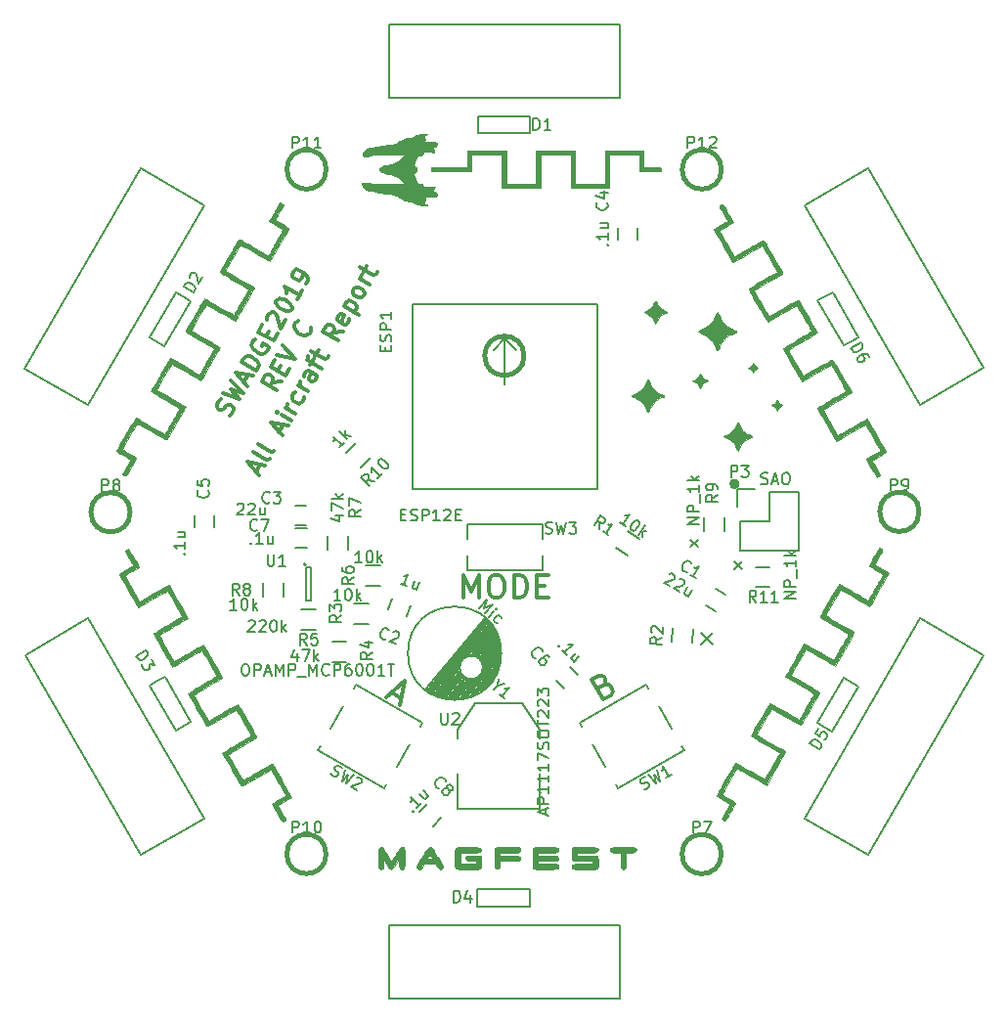
<source format=gto>
G04 #@! TF.FileFunction,Legend,Top*
%FSLAX46Y46*%
G04 Gerber Fmt 4.6, Leading zero omitted, Abs format (unit mm)*
G04 Created by KiCad (PCBNEW 4.0.2+dfsg1-stable) date Tue 23 Oct 2018 01:13:40 AM EDT*
%MOMM*%
G01*
G04 APERTURE LIST*
%ADD10C,0.100000*%
%ADD11C,0.150000*%
%ADD12C,0.300000*%
%ADD13C,0.200000*%
%ADD14C,0.010000*%
%ADD15C,0.381000*%
G04 APERTURE END LIST*
D10*
D11*
X92350000Y-79265000D02*
X92985000Y-78630000D01*
X92350000Y-78630000D02*
X92985000Y-79265000D01*
X96160000Y-80535000D02*
X96795000Y-81170000D01*
X96160000Y-81170000D02*
X96795000Y-80535000D01*
X86200000Y-118340000D02*
X66200000Y-118360000D01*
X86200000Y-112010000D02*
X86200000Y-118340000D01*
X66200000Y-112010000D02*
X86200000Y-112010000D01*
X66200000Y-118360000D02*
X66200000Y-112010000D01*
X102210000Y-102760000D02*
X107710000Y-105930000D01*
X112210000Y-85450000D02*
X102210000Y-102760000D01*
X117710000Y-88620000D02*
X112210000Y-85450000D01*
X107710000Y-105930000D02*
X117710000Y-88620000D01*
X117710000Y-63770000D02*
X107700000Y-46470000D01*
X112210000Y-66950000D02*
X117710000Y-63770000D01*
X102220000Y-49640000D02*
X112210000Y-66950000D01*
X107700000Y-46470000D02*
X102220000Y-49640000D01*
X86200000Y-40380000D02*
X86190000Y-34050000D01*
X66200000Y-40390000D02*
X86200000Y-40380000D01*
X66200000Y-34040000D02*
X66200000Y-40390000D01*
X86190000Y-34050000D02*
X66200000Y-34040000D01*
X40180000Y-66950000D02*
X34690000Y-63780000D01*
X50190000Y-49640000D02*
X40180000Y-66950000D01*
X44690000Y-46460000D02*
X50190000Y-49640000D01*
X34690000Y-63780000D02*
X44690000Y-46460000D01*
X34700000Y-88620000D02*
X40180000Y-85450000D01*
X44700000Y-105940000D02*
X34700000Y-88620000D01*
X50190000Y-102770000D02*
X44700000Y-105940000D01*
X40180000Y-85450000D02*
X50190000Y-102770000D01*
X96510540Y-73800000D02*
G75*
G03X96510540Y-73800000I-370540J0D01*
G01*
X96374951Y-73810000D02*
G75*
G03X96374951Y-73810000I-254951J0D01*
G01*
X96260000Y-73810000D02*
G75*
G03X96260000Y-73810000I-130000J0D01*
G01*
D12*
X52395198Y-67864819D02*
X52564199Y-67714956D01*
X52742771Y-67405661D01*
X52752341Y-67246229D01*
X52726196Y-67148656D01*
X52638192Y-67015369D01*
X52514474Y-66943940D01*
X52355043Y-66934370D01*
X52257469Y-66960515D01*
X52124182Y-67048519D01*
X51919465Y-67260240D01*
X51786178Y-67348244D01*
X51688605Y-67374388D01*
X51529172Y-67364819D01*
X51405455Y-67293391D01*
X51317451Y-67160103D01*
X51291306Y-67062530D01*
X51300876Y-66903097D01*
X51479447Y-66593803D01*
X51648449Y-66443940D01*
X51836590Y-65975213D02*
X53314199Y-66415918D01*
X52529172Y-65632768D01*
X53599913Y-65921047D01*
X52479447Y-64861752D01*
X53657331Y-64964454D02*
X54014474Y-64345864D01*
X53957056Y-65302457D02*
X52908018Y-64119444D01*
X54457056Y-64436432D01*
X54707056Y-64003419D02*
X53408018Y-63253419D01*
X53586590Y-62944124D01*
X53755591Y-62794262D01*
X53950738Y-62741972D01*
X54110170Y-62751542D01*
X54393321Y-62832540D01*
X54578897Y-62939683D01*
X54790619Y-63144400D01*
X54878623Y-63277687D01*
X54930912Y-63472834D01*
X54885628Y-63694124D01*
X54707056Y-64003419D01*
X54612734Y-61309647D02*
X54479447Y-61397650D01*
X54372304Y-61583227D01*
X54327020Y-61804518D01*
X54379309Y-61999665D01*
X54467313Y-62132952D01*
X54679035Y-62337669D01*
X54864611Y-62444812D01*
X55147762Y-62525810D01*
X55307194Y-62535380D01*
X55502341Y-62483090D01*
X55671342Y-62333227D01*
X55742770Y-62209510D01*
X55788055Y-61988219D01*
X55761910Y-61890645D01*
X55328897Y-61640645D01*
X55186040Y-61888081D01*
X55526608Y-61012486D02*
X55776608Y-60579473D01*
X56564199Y-60786753D02*
X56207056Y-61405343D01*
X54908018Y-60655343D01*
X55265161Y-60036753D01*
X55674594Y-59613311D02*
X55648449Y-59515737D01*
X55658018Y-59356305D01*
X55836590Y-59047010D01*
X55969877Y-58959006D01*
X56067451Y-58932862D01*
X56226883Y-58942432D01*
X56350601Y-59013860D01*
X56500464Y-59182862D01*
X56814199Y-60353740D01*
X57278485Y-59549574D01*
X56443732Y-57995408D02*
X56515161Y-57871690D01*
X56648448Y-57783687D01*
X56746022Y-57757542D01*
X56905455Y-57767111D01*
X57188604Y-57848110D01*
X57497899Y-58026681D01*
X57709621Y-58231397D01*
X57797624Y-58364685D01*
X57823769Y-58462258D01*
X57814199Y-58621690D01*
X57742770Y-58745408D01*
X57609483Y-58833412D01*
X57511909Y-58859557D01*
X57352478Y-58849987D01*
X57069328Y-58768989D01*
X56760033Y-58590417D01*
X56548312Y-58385701D01*
X56460308Y-58252414D01*
X56434163Y-58154840D01*
X56443732Y-57995408D01*
X58707056Y-57075217D02*
X58278484Y-57817524D01*
X58492770Y-57446370D02*
X57193732Y-56696370D01*
X57307881Y-56927231D01*
X57360170Y-57122378D01*
X57350600Y-57281810D01*
X59064198Y-56456628D02*
X59207056Y-56209191D01*
X59216626Y-56049759D01*
X59190480Y-55952186D01*
X59076333Y-55721325D01*
X58864611Y-55516609D01*
X58369740Y-55230895D01*
X58210308Y-55221325D01*
X58112734Y-55247470D01*
X57979446Y-55335473D01*
X57836589Y-55582909D01*
X57827019Y-55742342D01*
X57853165Y-55839915D01*
X57941168Y-55973203D01*
X58250463Y-56151774D01*
X58409895Y-56161344D01*
X58507468Y-56135199D01*
X58640756Y-56047195D01*
X58783613Y-55799759D01*
X58793182Y-55640327D01*
X58767038Y-55542754D01*
X58679034Y-55409467D01*
X56928374Y-64955983D02*
X56059785Y-65031854D01*
X56499803Y-65698291D02*
X55200765Y-64948291D01*
X55486479Y-64453420D01*
X55619767Y-64365416D01*
X55717340Y-64339272D01*
X55876773Y-64348841D01*
X56062349Y-64455983D01*
X56150353Y-64589272D01*
X56176497Y-64686844D01*
X56166928Y-64846277D01*
X55881214Y-65341148D01*
X56569354Y-64006396D02*
X56819354Y-63573383D01*
X57606946Y-63780663D02*
X57249803Y-64399253D01*
X55950765Y-63649253D01*
X56307908Y-63030663D01*
X56522193Y-62659510D02*
X58071231Y-62976497D01*
X57022193Y-61793484D01*
X59447513Y-60306992D02*
X59473658Y-60404566D01*
X59428374Y-60625857D01*
X59356945Y-60749575D01*
X59187944Y-60899437D01*
X58992797Y-60951727D01*
X58833366Y-60942157D01*
X58550215Y-60861159D01*
X58364638Y-60754017D01*
X58152917Y-60549300D01*
X58064913Y-60416013D01*
X58012624Y-60220866D01*
X58057907Y-59999575D01*
X58129336Y-59875857D01*
X58298338Y-59725995D01*
X58395912Y-59699850D01*
X54707111Y-72746182D02*
X55064254Y-72127593D01*
X55006836Y-73084186D02*
X53957798Y-71901173D01*
X55506836Y-72218160D01*
X55863979Y-71599570D02*
X55730691Y-71687575D01*
X55571259Y-71678005D01*
X54457798Y-71035148D01*
X56256836Y-70919122D02*
X56123548Y-71007127D01*
X55964116Y-70997557D01*
X54850655Y-70354699D01*
X56707110Y-69282082D02*
X57064253Y-68663492D01*
X57006835Y-69620085D02*
X55957797Y-68437072D01*
X57506835Y-68754060D01*
X57756835Y-68321047D02*
X56890810Y-67821047D01*
X56457797Y-67571047D02*
X56483942Y-67668621D01*
X56581516Y-67642476D01*
X56555370Y-67544903D01*
X56457797Y-67571047D01*
X56581516Y-67642476D01*
X58113978Y-67702457D02*
X57247953Y-67202457D01*
X57495389Y-67345315D02*
X57407385Y-67212028D01*
X57381241Y-67114454D01*
X57390810Y-66955021D01*
X57462238Y-66831304D01*
X58837834Y-66305846D02*
X58828264Y-66465278D01*
X58685407Y-66712714D01*
X58552119Y-66800718D01*
X58454546Y-66826862D01*
X58295114Y-66817293D01*
X57923960Y-66603008D01*
X57835957Y-66469720D01*
X57809812Y-66372147D01*
X57819381Y-66212714D01*
X57962238Y-65965278D01*
X58095526Y-65877275D01*
X59221121Y-65784830D02*
X58355095Y-65284830D01*
X58602532Y-65427687D02*
X58514528Y-65294400D01*
X58488383Y-65196827D01*
X58497952Y-65037394D01*
X58569381Y-64913677D01*
X60006835Y-64423933D02*
X59326386Y-64031076D01*
X59166954Y-64021507D01*
X59033666Y-64109511D01*
X58890809Y-64356946D01*
X58881240Y-64516378D01*
X59944976Y-64388219D02*
X59935406Y-64547651D01*
X59756835Y-64856946D01*
X59623548Y-64944950D01*
X59464115Y-64935381D01*
X59340398Y-64863952D01*
X59252394Y-64730664D01*
X59261964Y-64571232D01*
X59440535Y-64261937D01*
X59450104Y-64102505D01*
X59390809Y-63490921D02*
X59676524Y-62996049D01*
X60363978Y-63805344D02*
X59250517Y-63162487D01*
X59162513Y-63029200D01*
X59172083Y-62869766D01*
X59243511Y-62746049D01*
X59819381Y-62748613D02*
X60105095Y-62253741D01*
X59493511Y-62313036D02*
X60606973Y-62955893D01*
X60766405Y-62965463D01*
X60899692Y-62877459D01*
X60971121Y-62753741D01*
X62221121Y-60588678D02*
X61352532Y-60664548D01*
X61792549Y-61330985D02*
X60493511Y-60580985D01*
X60779225Y-60086114D01*
X60912513Y-59998110D01*
X61010087Y-59971966D01*
X61169519Y-59981535D01*
X61355095Y-60088678D01*
X61443099Y-60221966D01*
X61469244Y-60319538D01*
X61459674Y-60478971D01*
X61173960Y-60973843D01*
X62766405Y-59501362D02*
X62756835Y-59660794D01*
X62613978Y-59908229D01*
X62480691Y-59996233D01*
X62321258Y-59986664D01*
X61826386Y-59700949D01*
X61738383Y-59567662D01*
X61747952Y-59408229D01*
X61890809Y-59160794D01*
X62024097Y-59072790D01*
X62183529Y-59082360D01*
X62307247Y-59153788D01*
X62073822Y-59843806D01*
X62319381Y-58418486D02*
X63618419Y-59168486D01*
X62381240Y-58454201D02*
X62390809Y-58294768D01*
X62533666Y-58047333D01*
X62666954Y-57959329D01*
X62764528Y-57933185D01*
X62923960Y-57942754D01*
X63295114Y-58157039D01*
X63383117Y-58290327D01*
X63409262Y-58387901D01*
X63399692Y-58547333D01*
X63256835Y-58794768D01*
X63123548Y-58882772D01*
X63971121Y-57557589D02*
X63837833Y-57645593D01*
X63740260Y-57671737D01*
X63580828Y-57662168D01*
X63209674Y-57447883D01*
X63121671Y-57314595D01*
X63095526Y-57217022D01*
X63105095Y-57057589D01*
X63212238Y-56872012D01*
X63345526Y-56784009D01*
X63443099Y-56757864D01*
X63602532Y-56767433D01*
X63973685Y-56981719D01*
X64061688Y-57115007D01*
X64087833Y-57212581D01*
X64078263Y-57372012D01*
X63971121Y-57557589D01*
X64542549Y-56567845D02*
X63676524Y-56067845D01*
X63923960Y-56210703D02*
X63835956Y-56077416D01*
X63809812Y-55979842D01*
X63819381Y-55820410D01*
X63890809Y-55696692D01*
X64033666Y-55449256D02*
X64319381Y-54954384D01*
X63707797Y-55013679D02*
X64821258Y-55656537D01*
X64980690Y-55666107D01*
X65113978Y-55578102D01*
X65185406Y-55454384D01*
D13*
X93206000Y-86714000D02*
X94222000Y-87730000D01*
X93206000Y-87730000D02*
X94222000Y-86714000D01*
D11*
X86052116Y-100177884D02*
X85852116Y-99831474D01*
X90667884Y-94972628D02*
X89567884Y-93067372D01*
X83852116Y-96367372D02*
X84952116Y-98272628D01*
X88667884Y-91508526D02*
X88467884Y-91162116D01*
X88467884Y-91162116D02*
X82752116Y-94462116D01*
X82752116Y-94462116D02*
X82952116Y-94808526D01*
X91767884Y-96877884D02*
X91567884Y-96531474D01*
X91767884Y-96877884D02*
X86052116Y-100177884D01*
X60092116Y-96877884D02*
X60292116Y-96531474D01*
X66907884Y-98272628D02*
X68007884Y-96367372D01*
X62292116Y-93067372D02*
X61192116Y-94972628D01*
X68907884Y-94808526D02*
X69107884Y-94462116D01*
X69107884Y-94462116D02*
X63392116Y-91162116D01*
X63392116Y-91162116D02*
X63192116Y-91508526D01*
X65807884Y-100177884D02*
X66007884Y-99831474D01*
X65807884Y-100177884D02*
X60092116Y-96877884D01*
D14*
G36*
X96485459Y-68486201D02*
X96524967Y-68558907D01*
X96564463Y-68669371D01*
X96671315Y-68903997D01*
X96829655Y-69123821D01*
X97027509Y-69316160D01*
X97252902Y-69468330D01*
X97373015Y-69525732D01*
X97525935Y-69593420D01*
X97619108Y-69648105D01*
X97653896Y-69694048D01*
X97631659Y-69735512D01*
X97553759Y-69776759D01*
X97463439Y-69808886D01*
X97208683Y-69922991D01*
X96978211Y-70088379D01*
X96783846Y-70294575D01*
X96637412Y-70531101D01*
X96629664Y-70547647D01*
X96563023Y-70691639D01*
X96516463Y-70787888D01*
X96484161Y-70846627D01*
X96460294Y-70878089D01*
X96439041Y-70892508D01*
X96431954Y-70895157D01*
X96387854Y-70883006D01*
X96377482Y-70865952D01*
X96306745Y-70673409D01*
X96243884Y-70527093D01*
X96181335Y-70411636D01*
X96111529Y-70311671D01*
X96093312Y-70288838D01*
X95900323Y-70088363D01*
X95684068Y-69926933D01*
X95471885Y-69820893D01*
X95329457Y-69759803D01*
X95249242Y-69706301D01*
X95230643Y-69658651D01*
X95273062Y-69615117D01*
X95375901Y-69573960D01*
X95385846Y-69570976D01*
X95633525Y-69466612D01*
X95863117Y-69309955D01*
X96062621Y-69111922D01*
X96220035Y-68883428D01*
X96281020Y-68756807D01*
X96348683Y-68601982D01*
X96402113Y-68506258D01*
X96446106Y-68468158D01*
X96485459Y-68486201D01*
X96485459Y-68486201D01*
G37*
X96485459Y-68486201D02*
X96524967Y-68558907D01*
X96564463Y-68669371D01*
X96671315Y-68903997D01*
X96829655Y-69123821D01*
X97027509Y-69316160D01*
X97252902Y-69468330D01*
X97373015Y-69525732D01*
X97525935Y-69593420D01*
X97619108Y-69648105D01*
X97653896Y-69694048D01*
X97631659Y-69735512D01*
X97553759Y-69776759D01*
X97463439Y-69808886D01*
X97208683Y-69922991D01*
X96978211Y-70088379D01*
X96783846Y-70294575D01*
X96637412Y-70531101D01*
X96629664Y-70547647D01*
X96563023Y-70691639D01*
X96516463Y-70787888D01*
X96484161Y-70846627D01*
X96460294Y-70878089D01*
X96439041Y-70892508D01*
X96431954Y-70895157D01*
X96387854Y-70883006D01*
X96377482Y-70865952D01*
X96306745Y-70673409D01*
X96243884Y-70527093D01*
X96181335Y-70411636D01*
X96111529Y-70311671D01*
X96093312Y-70288838D01*
X95900323Y-70088363D01*
X95684068Y-69926933D01*
X95471885Y-69820893D01*
X95329457Y-69759803D01*
X95249242Y-69706301D01*
X95230643Y-69658651D01*
X95273062Y-69615117D01*
X95375901Y-69573960D01*
X95385846Y-69570976D01*
X95633525Y-69466612D01*
X95863117Y-69309955D01*
X96062621Y-69111922D01*
X96220035Y-68883428D01*
X96281020Y-68756807D01*
X96348683Y-68601982D01*
X96402113Y-68506258D01*
X96446106Y-68468158D01*
X96485459Y-68486201D01*
G36*
X88690834Y-64773556D02*
X88729502Y-64830260D01*
X88757935Y-64912381D01*
X88824267Y-65107761D01*
X88938162Y-65313619D01*
X89089896Y-65513038D01*
X89126414Y-65553325D01*
X89333735Y-65750084D01*
X89545553Y-65897313D01*
X89780006Y-66007503D01*
X89793294Y-66012505D01*
X89935289Y-66073695D01*
X90014199Y-66129532D01*
X90029988Y-66182228D01*
X89982620Y-66233998D01*
X89872056Y-66287056D01*
X89788250Y-66316317D01*
X89521252Y-66434833D01*
X89277257Y-66607409D01*
X89063858Y-66826502D01*
X88888649Y-67084570D01*
X88779433Y-67318322D01*
X88717689Y-67460338D01*
X88663024Y-67541202D01*
X88613069Y-67562558D01*
X88565454Y-67526045D01*
X88540417Y-67483911D01*
X88498712Y-67383712D01*
X88472908Y-67299375D01*
X88415861Y-67151104D01*
X88313235Y-66981740D01*
X88173201Y-66804005D01*
X88111340Y-66736349D01*
X87904400Y-66545743D01*
X87686942Y-66403396D01*
X87448738Y-66299089D01*
X87310736Y-66241015D01*
X87235779Y-66187300D01*
X87223682Y-66136448D01*
X87274263Y-66086964D01*
X87387335Y-66037353D01*
X87415310Y-66027970D01*
X87681904Y-65915118D01*
X87919471Y-65755600D01*
X88092852Y-65594031D01*
X88230750Y-65441447D01*
X88331940Y-65307315D01*
X88409826Y-65171085D01*
X88477814Y-65012208D01*
X88485268Y-64992455D01*
X88544465Y-64854785D01*
X88598277Y-64776560D01*
X88649958Y-64754315D01*
X88690834Y-64773556D01*
X88690834Y-64773556D01*
G37*
X88690834Y-64773556D02*
X88729502Y-64830260D01*
X88757935Y-64912381D01*
X88824267Y-65107761D01*
X88938162Y-65313619D01*
X89089896Y-65513038D01*
X89126414Y-65553325D01*
X89333735Y-65750084D01*
X89545553Y-65897313D01*
X89780006Y-66007503D01*
X89793294Y-66012505D01*
X89935289Y-66073695D01*
X90014199Y-66129532D01*
X90029988Y-66182228D01*
X89982620Y-66233998D01*
X89872056Y-66287056D01*
X89788250Y-66316317D01*
X89521252Y-66434833D01*
X89277257Y-66607409D01*
X89063858Y-66826502D01*
X88888649Y-67084570D01*
X88779433Y-67318322D01*
X88717689Y-67460338D01*
X88663024Y-67541202D01*
X88613069Y-67562558D01*
X88565454Y-67526045D01*
X88540417Y-67483911D01*
X88498712Y-67383712D01*
X88472908Y-67299375D01*
X88415861Y-67151104D01*
X88313235Y-66981740D01*
X88173201Y-66804005D01*
X88111340Y-66736349D01*
X87904400Y-66545743D01*
X87686942Y-66403396D01*
X87448738Y-66299089D01*
X87310736Y-66241015D01*
X87235779Y-66187300D01*
X87223682Y-66136448D01*
X87274263Y-66086964D01*
X87387335Y-66037353D01*
X87415310Y-66027970D01*
X87681904Y-65915118D01*
X87919471Y-65755600D01*
X88092852Y-65594031D01*
X88230750Y-65441447D01*
X88331940Y-65307315D01*
X88409826Y-65171085D01*
X88477814Y-65012208D01*
X88485268Y-64992455D01*
X88544465Y-64854785D01*
X88598277Y-64776560D01*
X88649958Y-64754315D01*
X88690834Y-64773556D01*
G36*
X99846649Y-66516603D02*
X99865891Y-66568542D01*
X99914721Y-66669780D01*
X100001521Y-66775210D01*
X100106079Y-66863590D01*
X100188550Y-66907609D01*
X100259492Y-66937592D01*
X100295521Y-66961305D01*
X100296680Y-66964440D01*
X100270100Y-66986966D01*
X100203948Y-67023568D01*
X100167088Y-67041290D01*
X100079660Y-67097697D01*
X99989870Y-67180536D01*
X99912724Y-67272699D01*
X99863232Y-67357075D01*
X99853000Y-67399388D01*
X99842305Y-67440312D01*
X99814295Y-67427224D01*
X99775078Y-67365134D01*
X99753349Y-67317688D01*
X99701019Y-67233544D01*
X99619906Y-67144518D01*
X99527254Y-67065705D01*
X99440311Y-67012201D01*
X99387861Y-66997750D01*
X99346642Y-66986647D01*
X99357262Y-66959223D01*
X99413251Y-66924302D01*
X99453949Y-66907609D01*
X99558194Y-66847989D01*
X99660772Y-66754409D01*
X99741472Y-66648110D01*
X99776608Y-66568542D01*
X99799922Y-66509416D01*
X99821250Y-66489750D01*
X99846649Y-66516603D01*
X99846649Y-66516603D01*
G37*
X99846649Y-66516603D02*
X99865891Y-66568542D01*
X99914721Y-66669780D01*
X100001521Y-66775210D01*
X100106079Y-66863590D01*
X100188550Y-66907609D01*
X100259492Y-66937592D01*
X100295521Y-66961305D01*
X100296680Y-66964440D01*
X100270100Y-66986966D01*
X100203948Y-67023568D01*
X100167088Y-67041290D01*
X100079660Y-67097697D01*
X99989870Y-67180536D01*
X99912724Y-67272699D01*
X99863232Y-67357075D01*
X99853000Y-67399388D01*
X99842305Y-67440312D01*
X99814295Y-67427224D01*
X99775078Y-67365134D01*
X99753349Y-67317688D01*
X99701019Y-67233544D01*
X99619906Y-67144518D01*
X99527254Y-67065705D01*
X99440311Y-67012201D01*
X99387861Y-66997750D01*
X99346642Y-66986647D01*
X99357262Y-66959223D01*
X99413251Y-66924302D01*
X99453949Y-66907609D01*
X99558194Y-66847989D01*
X99660772Y-66754409D01*
X99741472Y-66648110D01*
X99776608Y-66568542D01*
X99799922Y-66509416D01*
X99821250Y-66489750D01*
X99846649Y-66516603D01*
G36*
X93191692Y-64280448D02*
X93215725Y-64342005D01*
X93291547Y-64487674D01*
X93414072Y-64627848D01*
X93567438Y-64746176D01*
X93653651Y-64793428D01*
X93834370Y-64878921D01*
X93694510Y-64933604D01*
X93500450Y-65039806D01*
X93342750Y-65188053D01*
X93242474Y-65347513D01*
X93198900Y-65434656D01*
X93163312Y-65492035D01*
X93148460Y-65505500D01*
X93125815Y-65478473D01*
X93096246Y-65411289D01*
X93088292Y-65388443D01*
X93044671Y-65302999D01*
X92970957Y-65200834D01*
X92901261Y-65122988D01*
X92803966Y-65037856D01*
X92703039Y-64968479D01*
X92635806Y-64935957D01*
X92561124Y-64905101D01*
X92520961Y-64876416D01*
X92518750Y-64870500D01*
X92545843Y-64844443D01*
X92613172Y-64813019D01*
X92635806Y-64805042D01*
X92744676Y-64747483D01*
X92863578Y-64651583D01*
X92974088Y-64535770D01*
X93057780Y-64418469D01*
X93088292Y-64352556D01*
X93124843Y-64265646D01*
X93158306Y-64241693D01*
X93191692Y-64280448D01*
X93191692Y-64280448D01*
G37*
X93191692Y-64280448D02*
X93215725Y-64342005D01*
X93291547Y-64487674D01*
X93414072Y-64627848D01*
X93567438Y-64746176D01*
X93653651Y-64793428D01*
X93834370Y-64878921D01*
X93694510Y-64933604D01*
X93500450Y-65039806D01*
X93342750Y-65188053D01*
X93242474Y-65347513D01*
X93198900Y-65434656D01*
X93163312Y-65492035D01*
X93148460Y-65505500D01*
X93125815Y-65478473D01*
X93096246Y-65411289D01*
X93088292Y-65388443D01*
X93044671Y-65302999D01*
X92970957Y-65200834D01*
X92901261Y-65122988D01*
X92803966Y-65037856D01*
X92703039Y-64968479D01*
X92635806Y-64935957D01*
X92561124Y-64905101D01*
X92520961Y-64876416D01*
X92518750Y-64870500D01*
X92545843Y-64844443D01*
X92613172Y-64813019D01*
X92635806Y-64805042D01*
X92744676Y-64747483D01*
X92863578Y-64651583D01*
X92974088Y-64535770D01*
X93057780Y-64418469D01*
X93088292Y-64352556D01*
X93124843Y-64265646D01*
X93158306Y-64241693D01*
X93191692Y-64280448D01*
G36*
X97782499Y-63430403D02*
X97890076Y-63586159D01*
X98024943Y-63687214D01*
X98049795Y-63698461D01*
X98145318Y-63738028D01*
X98054596Y-63784362D01*
X97923953Y-63867327D01*
X97834727Y-63969071D01*
X97788799Y-64055293D01*
X97753766Y-64128976D01*
X97734388Y-64149989D01*
X97720875Y-64123840D01*
X97713917Y-64097428D01*
X97660979Y-63986377D01*
X97569329Y-63879467D01*
X97460568Y-63800711D01*
X97437233Y-63789854D01*
X97337931Y-63748721D01*
X97428653Y-63702500D01*
X97584409Y-63594923D01*
X97685464Y-63460056D01*
X97696711Y-63435204D01*
X97736278Y-63339681D01*
X97782499Y-63430403D01*
X97782499Y-63430403D01*
G37*
X97782499Y-63430403D02*
X97890076Y-63586159D01*
X98024943Y-63687214D01*
X98049795Y-63698461D01*
X98145318Y-63738028D01*
X98054596Y-63784362D01*
X97923953Y-63867327D01*
X97834727Y-63969071D01*
X97788799Y-64055293D01*
X97753766Y-64128976D01*
X97734388Y-64149989D01*
X97720875Y-64123840D01*
X97713917Y-64097428D01*
X97660979Y-63986377D01*
X97569329Y-63879467D01*
X97460568Y-63800711D01*
X97437233Y-63789854D01*
X97337931Y-63748721D01*
X97428653Y-63702500D01*
X97584409Y-63594923D01*
X97685464Y-63460056D01*
X97696711Y-63435204D01*
X97736278Y-63339681D01*
X97782499Y-63430403D01*
G36*
X94720894Y-58965474D02*
X94770740Y-59053125D01*
X94808544Y-59169592D01*
X94901090Y-59410063D01*
X95047129Y-59653527D01*
X95236208Y-59884082D01*
X95463256Y-60099825D01*
X95692690Y-60264341D01*
X95940238Y-60388483D01*
X96002357Y-60412828D01*
X96162055Y-60479460D01*
X96259179Y-60538744D01*
X96293770Y-60593910D01*
X96265868Y-60648187D01*
X96175511Y-60704806D01*
X96022741Y-60766995D01*
X96006789Y-60772673D01*
X95865614Y-60828596D01*
X95724390Y-60894440D01*
X95613138Y-60956179D01*
X95610987Y-60957557D01*
X95397385Y-61122327D01*
X95196415Y-61328136D01*
X95020989Y-61558640D01*
X94884020Y-61797497D01*
X94817740Y-61961523D01*
X94758196Y-62110608D01*
X94696688Y-62200985D01*
X94635152Y-62231419D01*
X94575523Y-62200674D01*
X94535690Y-62141576D01*
X94501913Y-62064246D01*
X94487267Y-62006912D01*
X94487250Y-62005743D01*
X94474198Y-61958526D01*
X94439627Y-61871526D01*
X94390410Y-61761759D01*
X94378719Y-61737119D01*
X94224751Y-61482191D01*
X94020094Y-61244170D01*
X93777301Y-61034203D01*
X93508920Y-60863439D01*
X93279618Y-60760867D01*
X93125088Y-60696205D01*
X93033754Y-60635866D01*
X93005598Y-60578130D01*
X93040605Y-60521276D01*
X93138759Y-60463584D01*
X93276292Y-60411109D01*
X93583791Y-60275891D01*
X93861715Y-60087168D01*
X94104813Y-59850091D01*
X94307836Y-59569812D01*
X94465531Y-59251482D01*
X94470123Y-59239822D01*
X94542241Y-59077136D01*
X94607503Y-58977302D01*
X94666768Y-58940140D01*
X94720894Y-58965474D01*
X94720894Y-58965474D01*
G37*
X94720894Y-58965474D02*
X94770740Y-59053125D01*
X94808544Y-59169592D01*
X94901090Y-59410063D01*
X95047129Y-59653527D01*
X95236208Y-59884082D01*
X95463256Y-60099825D01*
X95692690Y-60264341D01*
X95940238Y-60388483D01*
X96002357Y-60412828D01*
X96162055Y-60479460D01*
X96259179Y-60538744D01*
X96293770Y-60593910D01*
X96265868Y-60648187D01*
X96175511Y-60704806D01*
X96022741Y-60766995D01*
X96006789Y-60772673D01*
X95865614Y-60828596D01*
X95724390Y-60894440D01*
X95613138Y-60956179D01*
X95610987Y-60957557D01*
X95397385Y-61122327D01*
X95196415Y-61328136D01*
X95020989Y-61558640D01*
X94884020Y-61797497D01*
X94817740Y-61961523D01*
X94758196Y-62110608D01*
X94696688Y-62200985D01*
X94635152Y-62231419D01*
X94575523Y-62200674D01*
X94535690Y-62141576D01*
X94501913Y-62064246D01*
X94487267Y-62006912D01*
X94487250Y-62005743D01*
X94474198Y-61958526D01*
X94439627Y-61871526D01*
X94390410Y-61761759D01*
X94378719Y-61737119D01*
X94224751Y-61482191D01*
X94020094Y-61244170D01*
X93777301Y-61034203D01*
X93508920Y-60863439D01*
X93279618Y-60760867D01*
X93125088Y-60696205D01*
X93033754Y-60635866D01*
X93005598Y-60578130D01*
X93040605Y-60521276D01*
X93138759Y-60463584D01*
X93276292Y-60411109D01*
X93583791Y-60275891D01*
X93861715Y-60087168D01*
X94104813Y-59850091D01*
X94307836Y-59569812D01*
X94465531Y-59251482D01*
X94470123Y-59239822D01*
X94542241Y-59077136D01*
X94607503Y-58977302D01*
X94666768Y-58940140D01*
X94720894Y-58965474D01*
G36*
X89348589Y-57993316D02*
X89399224Y-58093823D01*
X89450429Y-58209238D01*
X89577421Y-58422519D01*
X89758285Y-58607280D01*
X89987969Y-58758675D01*
X90060412Y-58794459D01*
X90169327Y-58848003D01*
X90251611Y-58894591D01*
X90293570Y-58926252D01*
X90296250Y-58931749D01*
X90269071Y-58958502D01*
X90201415Y-58990154D01*
X90177187Y-58998584D01*
X89922205Y-59112621D01*
X89705635Y-59277121D01*
X89528109Y-59491512D01*
X89419758Y-59687312D01*
X89368825Y-59794541D01*
X89327719Y-59875140D01*
X89303549Y-59915351D01*
X89300814Y-59917500D01*
X89272762Y-59896384D01*
X89256525Y-59877812D01*
X89226303Y-59822420D01*
X89192870Y-59737736D01*
X89187810Y-59722502D01*
X89083744Y-59501684D01*
X88923133Y-59306290D01*
X88708773Y-59139138D01*
X88497235Y-59026194D01*
X88383087Y-58970348D01*
X88327072Y-58926439D01*
X88329990Y-58887502D01*
X88392640Y-58846569D01*
X88515824Y-58796674D01*
X88523933Y-58793692D01*
X88748358Y-58678251D01*
X88943904Y-58509753D01*
X89104529Y-58294392D01*
X89200875Y-58099869D01*
X89242804Y-58002739D01*
X89276992Y-57950672D01*
X89310049Y-57946565D01*
X89348589Y-57993316D01*
X89348589Y-57993316D01*
G37*
X89348589Y-57993316D02*
X89399224Y-58093823D01*
X89450429Y-58209238D01*
X89577421Y-58422519D01*
X89758285Y-58607280D01*
X89987969Y-58758675D01*
X90060412Y-58794459D01*
X90169327Y-58848003D01*
X90251611Y-58894591D01*
X90293570Y-58926252D01*
X90296250Y-58931749D01*
X90269071Y-58958502D01*
X90201415Y-58990154D01*
X90177187Y-58998584D01*
X89922205Y-59112621D01*
X89705635Y-59277121D01*
X89528109Y-59491512D01*
X89419758Y-59687312D01*
X89368825Y-59794541D01*
X89327719Y-59875140D01*
X89303549Y-59915351D01*
X89300814Y-59917500D01*
X89272762Y-59896384D01*
X89256525Y-59877812D01*
X89226303Y-59822420D01*
X89192870Y-59737736D01*
X89187810Y-59722502D01*
X89083744Y-59501684D01*
X88923133Y-59306290D01*
X88708773Y-59139138D01*
X88497235Y-59026194D01*
X88383087Y-58970348D01*
X88327072Y-58926439D01*
X88329990Y-58887502D01*
X88392640Y-58846569D01*
X88515824Y-58796674D01*
X88523933Y-58793692D01*
X88748358Y-58678251D01*
X88943904Y-58509753D01*
X89104529Y-58294392D01*
X89200875Y-58099869D01*
X89242804Y-58002739D01*
X89276992Y-57950672D01*
X89310049Y-57946565D01*
X89348589Y-57993316D01*
G36*
X65620883Y-105251336D02*
X65718909Y-105354389D01*
X65837346Y-105521262D01*
X65982503Y-105757613D01*
X66038189Y-105853289D01*
X66150772Y-106047233D01*
X66251794Y-106218728D01*
X66332104Y-106352420D01*
X66382549Y-106432953D01*
X66391001Y-106445141D01*
X66415408Y-106460351D01*
X66449586Y-106442716D01*
X66499771Y-106383792D01*
X66572202Y-106275136D01*
X66673114Y-106108305D01*
X66796333Y-105896420D01*
X66947621Y-105639910D01*
X67068642Y-105451481D01*
X67166655Y-105323322D01*
X67248918Y-105247617D01*
X67322690Y-105216552D01*
X67395228Y-105222314D01*
X67415975Y-105229335D01*
X67465154Y-105258348D01*
X67502268Y-105309746D01*
X67528927Y-105394246D01*
X67546746Y-105522567D01*
X67557337Y-105705426D01*
X67562312Y-105953542D01*
X67563333Y-106208656D01*
X67562646Y-106490847D01*
X67559864Y-106700541D01*
X67553905Y-106849901D01*
X67543688Y-106951089D01*
X67528131Y-107016268D01*
X67506153Y-107057602D01*
X67485916Y-107079272D01*
X67364890Y-107142474D01*
X67242341Y-107127743D01*
X67167727Y-107071917D01*
X67131437Y-107010173D01*
X67109554Y-106911247D01*
X67099342Y-106757389D01*
X67097666Y-106617534D01*
X67097666Y-106240568D01*
X66834297Y-106675329D01*
X66694567Y-106894458D01*
X66581615Y-107042220D01*
X66488029Y-107124703D01*
X66406397Y-107147995D01*
X66329306Y-107118187D01*
X66311675Y-107104656D01*
X66264143Y-107047424D01*
X66185978Y-106934405D01*
X66088889Y-106783128D01*
X66005308Y-106646081D01*
X65764166Y-106241638D01*
X65752502Y-106642569D01*
X65743397Y-106843332D01*
X65728133Y-106975538D01*
X65703805Y-107055233D01*
X65670327Y-107096417D01*
X65543928Y-107145486D01*
X65406507Y-107110738D01*
X65393750Y-107103609D01*
X65368567Y-107081876D01*
X65349781Y-107042606D01*
X65336475Y-106974569D01*
X65327728Y-106866537D01*
X65322624Y-106707278D01*
X65320242Y-106485562D01*
X65319666Y-106197754D01*
X65320555Y-105898417D01*
X65323754Y-105672575D01*
X65330061Y-105509070D01*
X65340277Y-105396744D01*
X65355199Y-105324439D01*
X65375626Y-105280998D01*
X65386190Y-105268524D01*
X65460831Y-105214061D01*
X65536960Y-105206446D01*
X65620883Y-105251336D01*
X65620883Y-105251336D01*
G37*
X65620883Y-105251336D02*
X65718909Y-105354389D01*
X65837346Y-105521262D01*
X65982503Y-105757613D01*
X66038189Y-105853289D01*
X66150772Y-106047233D01*
X66251794Y-106218728D01*
X66332104Y-106352420D01*
X66382549Y-106432953D01*
X66391001Y-106445141D01*
X66415408Y-106460351D01*
X66449586Y-106442716D01*
X66499771Y-106383792D01*
X66572202Y-106275136D01*
X66673114Y-106108305D01*
X66796333Y-105896420D01*
X66947621Y-105639910D01*
X67068642Y-105451481D01*
X67166655Y-105323322D01*
X67248918Y-105247617D01*
X67322690Y-105216552D01*
X67395228Y-105222314D01*
X67415975Y-105229335D01*
X67465154Y-105258348D01*
X67502268Y-105309746D01*
X67528927Y-105394246D01*
X67546746Y-105522567D01*
X67557337Y-105705426D01*
X67562312Y-105953542D01*
X67563333Y-106208656D01*
X67562646Y-106490847D01*
X67559864Y-106700541D01*
X67553905Y-106849901D01*
X67543688Y-106951089D01*
X67528131Y-107016268D01*
X67506153Y-107057602D01*
X67485916Y-107079272D01*
X67364890Y-107142474D01*
X67242341Y-107127743D01*
X67167727Y-107071917D01*
X67131437Y-107010173D01*
X67109554Y-106911247D01*
X67099342Y-106757389D01*
X67097666Y-106617534D01*
X67097666Y-106240568D01*
X66834297Y-106675329D01*
X66694567Y-106894458D01*
X66581615Y-107042220D01*
X66488029Y-107124703D01*
X66406397Y-107147995D01*
X66329306Y-107118187D01*
X66311675Y-107104656D01*
X66264143Y-107047424D01*
X66185978Y-106934405D01*
X66088889Y-106783128D01*
X66005308Y-106646081D01*
X65764166Y-106241638D01*
X65752502Y-106642569D01*
X65743397Y-106843332D01*
X65728133Y-106975538D01*
X65703805Y-107055233D01*
X65670327Y-107096417D01*
X65543928Y-107145486D01*
X65406507Y-107110738D01*
X65393750Y-107103609D01*
X65368567Y-107081876D01*
X65349781Y-107042606D01*
X65336475Y-106974569D01*
X65327728Y-106866537D01*
X65322624Y-106707278D01*
X65320242Y-106485562D01*
X65319666Y-106197754D01*
X65320555Y-105898417D01*
X65323754Y-105672575D01*
X65330061Y-105509070D01*
X65340277Y-105396744D01*
X65355199Y-105324439D01*
X65375626Y-105280998D01*
X65386190Y-105268524D01*
X65460831Y-105214061D01*
X65536960Y-105206446D01*
X65620883Y-105251336D01*
G36*
X69814282Y-105229400D02*
X69862488Y-105256358D01*
X69915767Y-105312798D01*
X70003593Y-105430530D01*
X70117921Y-105597672D01*
X70250704Y-105802343D01*
X70393896Y-106032663D01*
X70441592Y-106111489D01*
X70607278Y-106389748D01*
X70730828Y-106605769D01*
X70815345Y-106768882D01*
X70863932Y-106888416D01*
X70879692Y-106973702D01*
X70865726Y-107034070D01*
X70825138Y-107078848D01*
X70773856Y-107110645D01*
X70658120Y-107141548D01*
X70548543Y-107101128D01*
X70437083Y-106984758D01*
X70365543Y-106875865D01*
X70225586Y-106641334D01*
X69266163Y-106641334D01*
X69122047Y-106884750D01*
X69006804Y-107048040D01*
X68897218Y-107132318D01*
X68784672Y-107142028D01*
X68695750Y-107104615D01*
X68647503Y-107061601D01*
X68627111Y-106999825D01*
X68637690Y-106910870D01*
X68682357Y-106786319D01*
X68764227Y-106617758D01*
X68886418Y-106396770D01*
X68966599Y-106260334D01*
X69508492Y-106260334D01*
X69742412Y-106260334D01*
X69870291Y-106256729D01*
X69955256Y-106247429D01*
X69976333Y-106238326D01*
X69955621Y-106192767D01*
X69902850Y-106101228D01*
X69865048Y-106040031D01*
X69797278Y-105937557D01*
X69755156Y-105897866D01*
X69720755Y-105911152D01*
X69692488Y-105945622D01*
X69626409Y-106045410D01*
X69569853Y-106143917D01*
X69508492Y-106260334D01*
X68966599Y-106260334D01*
X69052047Y-106114939D01*
X69078741Y-106070377D01*
X69254530Y-105781239D01*
X69395996Y-105559602D01*
X69509591Y-105398765D01*
X69601765Y-105292027D01*
X69678970Y-105232687D01*
X69747659Y-105214045D01*
X69814282Y-105229400D01*
X69814282Y-105229400D01*
G37*
X69814282Y-105229400D02*
X69862488Y-105256358D01*
X69915767Y-105312798D01*
X70003593Y-105430530D01*
X70117921Y-105597672D01*
X70250704Y-105802343D01*
X70393896Y-106032663D01*
X70441592Y-106111489D01*
X70607278Y-106389748D01*
X70730828Y-106605769D01*
X70815345Y-106768882D01*
X70863932Y-106888416D01*
X70879692Y-106973702D01*
X70865726Y-107034070D01*
X70825138Y-107078848D01*
X70773856Y-107110645D01*
X70658120Y-107141548D01*
X70548543Y-107101128D01*
X70437083Y-106984758D01*
X70365543Y-106875865D01*
X70225586Y-106641334D01*
X69266163Y-106641334D01*
X69122047Y-106884750D01*
X69006804Y-107048040D01*
X68897218Y-107132318D01*
X68784672Y-107142028D01*
X68695750Y-107104615D01*
X68647503Y-107061601D01*
X68627111Y-106999825D01*
X68637690Y-106910870D01*
X68682357Y-106786319D01*
X68764227Y-106617758D01*
X68886418Y-106396770D01*
X68966599Y-106260334D01*
X69508492Y-106260334D01*
X69742412Y-106260334D01*
X69870291Y-106256729D01*
X69955256Y-106247429D01*
X69976333Y-106238326D01*
X69955621Y-106192767D01*
X69902850Y-106101228D01*
X69865048Y-106040031D01*
X69797278Y-105937557D01*
X69755156Y-105897866D01*
X69720755Y-105911152D01*
X69692488Y-105945622D01*
X69626409Y-106045410D01*
X69569853Y-106143917D01*
X69508492Y-106260334D01*
X68966599Y-106260334D01*
X69052047Y-106114939D01*
X69078741Y-106070377D01*
X69254530Y-105781239D01*
X69395996Y-105559602D01*
X69509591Y-105398765D01*
X69601765Y-105292027D01*
X69678970Y-105232687D01*
X69747659Y-105214045D01*
X69814282Y-105229400D01*
G36*
X73376494Y-105244832D02*
X73639257Y-105247543D01*
X73836272Y-105254290D01*
X73976996Y-105266900D01*
X74070887Y-105287195D01*
X74127404Y-105317000D01*
X74156005Y-105358140D01*
X74166148Y-105412439D01*
X74167333Y-105462066D01*
X74160157Y-105541501D01*
X74132032Y-105602090D01*
X74073063Y-105646330D01*
X73973353Y-105676715D01*
X73823007Y-105695742D01*
X73612128Y-105705906D01*
X73330822Y-105709703D01*
X73184247Y-105710000D01*
X72389333Y-105710000D01*
X72389333Y-106683667D01*
X73744000Y-106683667D01*
X73744000Y-106429667D01*
X73393586Y-106429667D01*
X73159593Y-106419531D01*
X72998756Y-106386242D01*
X72901682Y-106325476D01*
X72858982Y-106232911D01*
X72855000Y-106181733D01*
X72860458Y-106102779D01*
X72884591Y-106045551D01*
X72939036Y-106006587D01*
X73035432Y-105982423D01*
X73185415Y-105969595D01*
X73400624Y-105964640D01*
X73586585Y-105964000D01*
X74216571Y-105964000D01*
X74202535Y-106496668D01*
X74195235Y-106721749D01*
X74185647Y-106877382D01*
X74171300Y-106978784D01*
X74149724Y-107041174D01*
X74118449Y-107079769D01*
X74106325Y-107089334D01*
X74061745Y-107109593D01*
X73984111Y-107124994D01*
X73863586Y-107136099D01*
X73690334Y-107143472D01*
X73454520Y-107147676D01*
X73146308Y-107149275D01*
X73058575Y-107149334D01*
X72747168Y-107148936D01*
X72509267Y-107147145D01*
X72333713Y-107143061D01*
X72209346Y-107135783D01*
X72125006Y-107124413D01*
X72069536Y-107108050D01*
X72031774Y-107085795D01*
X72008333Y-107064667D01*
X71978439Y-107029293D01*
X71956522Y-106983347D01*
X71941356Y-106914219D01*
X71931715Y-106809296D01*
X71926371Y-106655970D01*
X71924099Y-106441627D01*
X71923666Y-106194050D01*
X71926031Y-105915490D01*
X71932718Y-105676765D01*
X71943114Y-105490001D01*
X71956607Y-105367323D01*
X71967489Y-105326217D01*
X71985397Y-105300594D01*
X72015102Y-105280947D01*
X72066938Y-105266487D01*
X72151236Y-105256423D01*
X72278330Y-105249966D01*
X72458551Y-105246325D01*
X72702233Y-105244711D01*
X73019708Y-105244334D01*
X73038522Y-105244334D01*
X73376494Y-105244832D01*
X73376494Y-105244832D01*
G37*
X73376494Y-105244832D02*
X73639257Y-105247543D01*
X73836272Y-105254290D01*
X73976996Y-105266900D01*
X74070887Y-105287195D01*
X74127404Y-105317000D01*
X74156005Y-105358140D01*
X74166148Y-105412439D01*
X74167333Y-105462066D01*
X74160157Y-105541501D01*
X74132032Y-105602090D01*
X74073063Y-105646330D01*
X73973353Y-105676715D01*
X73823007Y-105695742D01*
X73612128Y-105705906D01*
X73330822Y-105709703D01*
X73184247Y-105710000D01*
X72389333Y-105710000D01*
X72389333Y-106683667D01*
X73744000Y-106683667D01*
X73744000Y-106429667D01*
X73393586Y-106429667D01*
X73159593Y-106419531D01*
X72998756Y-106386242D01*
X72901682Y-106325476D01*
X72858982Y-106232911D01*
X72855000Y-106181733D01*
X72860458Y-106102779D01*
X72884591Y-106045551D01*
X72939036Y-106006587D01*
X73035432Y-105982423D01*
X73185415Y-105969595D01*
X73400624Y-105964640D01*
X73586585Y-105964000D01*
X74216571Y-105964000D01*
X74202535Y-106496668D01*
X74195235Y-106721749D01*
X74185647Y-106877382D01*
X74171300Y-106978784D01*
X74149724Y-107041174D01*
X74118449Y-107079769D01*
X74106325Y-107089334D01*
X74061745Y-107109593D01*
X73984111Y-107124994D01*
X73863586Y-107136099D01*
X73690334Y-107143472D01*
X73454520Y-107147676D01*
X73146308Y-107149275D01*
X73058575Y-107149334D01*
X72747168Y-107148936D01*
X72509267Y-107147145D01*
X72333713Y-107143061D01*
X72209346Y-107135783D01*
X72125006Y-107124413D01*
X72069536Y-107108050D01*
X72031774Y-107085795D01*
X72008333Y-107064667D01*
X71978439Y-107029293D01*
X71956522Y-106983347D01*
X71941356Y-106914219D01*
X71931715Y-106809296D01*
X71926371Y-106655970D01*
X71924099Y-106441627D01*
X71923666Y-106194050D01*
X71926031Y-105915490D01*
X71932718Y-105676765D01*
X71943114Y-105490001D01*
X71956607Y-105367323D01*
X71967489Y-105326217D01*
X71985397Y-105300594D01*
X72015102Y-105280947D01*
X72066938Y-105266487D01*
X72151236Y-105256423D01*
X72278330Y-105249966D01*
X72458551Y-105246325D01*
X72702233Y-105244711D01*
X73019708Y-105244334D01*
X73038522Y-105244334D01*
X73376494Y-105244832D01*
G36*
X77575652Y-105344967D02*
X77611544Y-105464951D01*
X77581332Y-105582808D01*
X77496034Y-105667875D01*
X77453589Y-105684668D01*
X77383482Y-105692467D01*
X77244118Y-105699285D01*
X77050906Y-105704679D01*
X76819255Y-105708208D01*
X76590916Y-105709422D01*
X75818333Y-105710000D01*
X75818333Y-106006334D01*
X76656533Y-106006334D01*
X76961786Y-106007200D01*
X77192714Y-106011350D01*
X77359652Y-106021113D01*
X77472936Y-106038817D01*
X77542902Y-106066788D01*
X77579885Y-106107355D01*
X77594222Y-106162846D01*
X77596333Y-106218000D01*
X77592487Y-106286751D01*
X77574058Y-106338762D01*
X77530710Y-106376360D01*
X77452108Y-106401875D01*
X77327916Y-106417633D01*
X77147797Y-106425962D01*
X76901417Y-106429191D01*
X76656533Y-106429667D01*
X75818333Y-106429667D01*
X75818333Y-106696742D01*
X75798916Y-106910337D01*
X75741862Y-107053287D01*
X75648965Y-107123046D01*
X75522021Y-107117068D01*
X75522000Y-107117061D01*
X75464872Y-107092266D01*
X75422136Y-107050916D01*
X75391745Y-106981751D01*
X75371650Y-106873511D01*
X75359804Y-106714938D01*
X75354160Y-106494771D01*
X75352668Y-106201751D01*
X75352666Y-106185959D01*
X75355054Y-105909566D01*
X75361798Y-105672540D01*
X75372271Y-105487192D01*
X75385846Y-105365834D01*
X75396489Y-105326217D01*
X75414330Y-105300677D01*
X75443922Y-105281072D01*
X75495558Y-105266621D01*
X75579528Y-105256544D01*
X75706126Y-105250058D01*
X75885644Y-105246382D01*
X76128374Y-105244735D01*
X76444608Y-105244335D01*
X76475013Y-105244334D01*
X77509714Y-105244334D01*
X77575652Y-105344967D01*
X77575652Y-105344967D01*
G37*
X77575652Y-105344967D02*
X77611544Y-105464951D01*
X77581332Y-105582808D01*
X77496034Y-105667875D01*
X77453589Y-105684668D01*
X77383482Y-105692467D01*
X77244118Y-105699285D01*
X77050906Y-105704679D01*
X76819255Y-105708208D01*
X76590916Y-105709422D01*
X75818333Y-105710000D01*
X75818333Y-106006334D01*
X76656533Y-106006334D01*
X76961786Y-106007200D01*
X77192714Y-106011350D01*
X77359652Y-106021113D01*
X77472936Y-106038817D01*
X77542902Y-106066788D01*
X77579885Y-106107355D01*
X77594222Y-106162846D01*
X77596333Y-106218000D01*
X77592487Y-106286751D01*
X77574058Y-106338762D01*
X77530710Y-106376360D01*
X77452108Y-106401875D01*
X77327916Y-106417633D01*
X77147797Y-106425962D01*
X76901417Y-106429191D01*
X76656533Y-106429667D01*
X75818333Y-106429667D01*
X75818333Y-106696742D01*
X75798916Y-106910337D01*
X75741862Y-107053287D01*
X75648965Y-107123046D01*
X75522021Y-107117068D01*
X75522000Y-107117061D01*
X75464872Y-107092266D01*
X75422136Y-107050916D01*
X75391745Y-106981751D01*
X75371650Y-106873511D01*
X75359804Y-106714938D01*
X75354160Y-106494771D01*
X75352668Y-106201751D01*
X75352666Y-106185959D01*
X75355054Y-105909566D01*
X75361798Y-105672540D01*
X75372271Y-105487192D01*
X75385846Y-105365834D01*
X75396489Y-105326217D01*
X75414330Y-105300677D01*
X75443922Y-105281072D01*
X75495558Y-105266621D01*
X75579528Y-105256544D01*
X75706126Y-105250058D01*
X75885644Y-105246382D01*
X76128374Y-105244735D01*
X76444608Y-105244335D01*
X76475013Y-105244334D01*
X77509714Y-105244334D01*
X77575652Y-105344967D01*
G36*
X80107494Y-105244832D02*
X80370257Y-105247543D01*
X80567272Y-105254290D01*
X80707996Y-105266900D01*
X80801887Y-105287195D01*
X80858404Y-105317000D01*
X80887005Y-105358140D01*
X80897148Y-105412439D01*
X80898333Y-105462066D01*
X80891157Y-105541501D01*
X80863032Y-105602090D01*
X80804063Y-105646330D01*
X80704353Y-105676715D01*
X80554007Y-105695742D01*
X80343128Y-105705906D01*
X80061822Y-105709703D01*
X79915247Y-105710000D01*
X79120333Y-105710000D01*
X79120333Y-105964000D01*
X80769381Y-105964000D01*
X80837368Y-106067761D01*
X80882163Y-106195940D01*
X80851024Y-106309028D01*
X80749637Y-106387461D01*
X80743788Y-106389759D01*
X80668368Y-106402718D01*
X80524248Y-106413920D01*
X80327391Y-106422627D01*
X80093757Y-106428103D01*
X79879577Y-106429667D01*
X79120333Y-106429667D01*
X79120333Y-106683667D01*
X79958533Y-106683667D01*
X80263922Y-106684548D01*
X80494964Y-106688727D01*
X80661972Y-106698504D01*
X80775259Y-106716181D01*
X80845139Y-106744059D01*
X80881926Y-106784438D01*
X80895932Y-106839621D01*
X80897685Y-106893217D01*
X80895659Y-106965078D01*
X80884049Y-107020605D01*
X80853097Y-107062057D01*
X80793048Y-107091695D01*
X80694146Y-107111779D01*
X80546633Y-107124569D01*
X80340754Y-107132326D01*
X80066752Y-107137309D01*
X79831016Y-107140336D01*
X79509494Y-107143603D01*
X79261769Y-107144097D01*
X79077000Y-107141263D01*
X78944347Y-107134546D01*
X78852969Y-107123392D01*
X78792026Y-107107247D01*
X78750676Y-107085554D01*
X78749916Y-107085019D01*
X78716827Y-107058685D01*
X78692450Y-107025253D01*
X78675455Y-106972545D01*
X78664512Y-106888383D01*
X78658291Y-106760588D01*
X78655461Y-106576981D01*
X78654694Y-106325386D01*
X78654666Y-106212817D01*
X78656980Y-105929272D01*
X78663537Y-105686624D01*
X78673756Y-105496581D01*
X78687061Y-105370850D01*
X78698489Y-105326217D01*
X78716397Y-105300594D01*
X78746102Y-105280947D01*
X78797938Y-105266487D01*
X78882236Y-105256423D01*
X79009330Y-105249966D01*
X79189551Y-105246325D01*
X79433233Y-105244711D01*
X79750708Y-105244334D01*
X79769522Y-105244334D01*
X80107494Y-105244832D01*
X80107494Y-105244832D01*
G37*
X80107494Y-105244832D02*
X80370257Y-105247543D01*
X80567272Y-105254290D01*
X80707996Y-105266900D01*
X80801887Y-105287195D01*
X80858404Y-105317000D01*
X80887005Y-105358140D01*
X80897148Y-105412439D01*
X80898333Y-105462066D01*
X80891157Y-105541501D01*
X80863032Y-105602090D01*
X80804063Y-105646330D01*
X80704353Y-105676715D01*
X80554007Y-105695742D01*
X80343128Y-105705906D01*
X80061822Y-105709703D01*
X79915247Y-105710000D01*
X79120333Y-105710000D01*
X79120333Y-105964000D01*
X80769381Y-105964000D01*
X80837368Y-106067761D01*
X80882163Y-106195940D01*
X80851024Y-106309028D01*
X80749637Y-106387461D01*
X80743788Y-106389759D01*
X80668368Y-106402718D01*
X80524248Y-106413920D01*
X80327391Y-106422627D01*
X80093757Y-106428103D01*
X79879577Y-106429667D01*
X79120333Y-106429667D01*
X79120333Y-106683667D01*
X79958533Y-106683667D01*
X80263922Y-106684548D01*
X80494964Y-106688727D01*
X80661972Y-106698504D01*
X80775259Y-106716181D01*
X80845139Y-106744059D01*
X80881926Y-106784438D01*
X80895932Y-106839621D01*
X80897685Y-106893217D01*
X80895659Y-106965078D01*
X80884049Y-107020605D01*
X80853097Y-107062057D01*
X80793048Y-107091695D01*
X80694146Y-107111779D01*
X80546633Y-107124569D01*
X80340754Y-107132326D01*
X80066752Y-107137309D01*
X79831016Y-107140336D01*
X79509494Y-107143603D01*
X79261769Y-107144097D01*
X79077000Y-107141263D01*
X78944347Y-107134546D01*
X78852969Y-107123392D01*
X78792026Y-107107247D01*
X78750676Y-107085554D01*
X78749916Y-107085019D01*
X78716827Y-107058685D01*
X78692450Y-107025253D01*
X78675455Y-106972545D01*
X78664512Y-106888383D01*
X78658291Y-106760588D01*
X78655461Y-106576981D01*
X78654694Y-106325386D01*
X78654666Y-106212817D01*
X78656980Y-105929272D01*
X78663537Y-105686624D01*
X78673756Y-105496581D01*
X78687061Y-105370850D01*
X78698489Y-105326217D01*
X78716397Y-105300594D01*
X78746102Y-105280947D01*
X78797938Y-105266487D01*
X78882236Y-105256423D01*
X79009330Y-105249966D01*
X79189551Y-105246325D01*
X79433233Y-105244711D01*
X79750708Y-105244334D01*
X79769522Y-105244334D01*
X80107494Y-105244832D01*
G36*
X83478559Y-105244695D02*
X83727527Y-105246311D01*
X83913093Y-105249978D01*
X84045888Y-105256493D01*
X84136545Y-105266654D01*
X84195695Y-105281257D01*
X84233970Y-105301098D01*
X84262001Y-105326976D01*
X84262289Y-105327294D01*
X84314565Y-105438778D01*
X84297251Y-105555435D01*
X84217912Y-105647568D01*
X84175228Y-105669164D01*
X84099440Y-105682253D01*
X83954723Y-105693603D01*
X83756809Y-105702490D01*
X83521428Y-105708191D01*
X83287410Y-105710000D01*
X82507000Y-105710000D01*
X82507000Y-105964000D01*
X83373343Y-105964000D01*
X83665897Y-105964451D01*
X83885118Y-105966482D01*
X84042339Y-105971115D01*
X84148892Y-105979367D01*
X84216108Y-105992258D01*
X84255321Y-106010809D01*
X84277862Y-106036038D01*
X84283510Y-106045884D01*
X84302218Y-106121872D01*
X84316945Y-106259774D01*
X84325729Y-106436864D01*
X84327333Y-106553884D01*
X84327805Y-106732273D01*
X84322947Y-106871046D01*
X84303345Y-106975124D01*
X84259585Y-107049431D01*
X84182252Y-107098887D01*
X84061934Y-107128416D01*
X83889217Y-107142939D01*
X83654686Y-107147378D01*
X83348929Y-107146657D01*
X83194916Y-107145991D01*
X82915504Y-107144085D01*
X82663010Y-107140585D01*
X82450250Y-107135812D01*
X82290039Y-107130088D01*
X82195192Y-107123737D01*
X82176180Y-107120385D01*
X82101394Y-107050289D01*
X82068869Y-106938250D01*
X82086092Y-106819524D01*
X82104684Y-106783786D01*
X82128952Y-106749779D01*
X82158763Y-106724503D01*
X82205909Y-106706663D01*
X82282179Y-106694963D01*
X82399363Y-106688109D01*
X82569251Y-106684804D01*
X82803633Y-106683754D01*
X83015975Y-106683667D01*
X83861666Y-106683667D01*
X83861666Y-106434602D01*
X83017019Y-106421551D01*
X82700547Y-106415005D01*
X82460837Y-106406017D01*
X82290008Y-106393990D01*
X82180174Y-106378330D01*
X82123453Y-106358439D01*
X82117436Y-106353553D01*
X82089919Y-106284868D01*
X82068307Y-106154222D01*
X82053468Y-105984173D01*
X82046268Y-105797276D01*
X82047573Y-105616089D01*
X82058251Y-105463168D01*
X82079168Y-105361070D01*
X82079290Y-105360750D01*
X82123904Y-105244334D01*
X83155557Y-105244334D01*
X83478559Y-105244695D01*
X83478559Y-105244695D01*
G37*
X83478559Y-105244695D02*
X83727527Y-105246311D01*
X83913093Y-105249978D01*
X84045888Y-105256493D01*
X84136545Y-105266654D01*
X84195695Y-105281257D01*
X84233970Y-105301098D01*
X84262001Y-105326976D01*
X84262289Y-105327294D01*
X84314565Y-105438778D01*
X84297251Y-105555435D01*
X84217912Y-105647568D01*
X84175228Y-105669164D01*
X84099440Y-105682253D01*
X83954723Y-105693603D01*
X83756809Y-105702490D01*
X83521428Y-105708191D01*
X83287410Y-105710000D01*
X82507000Y-105710000D01*
X82507000Y-105964000D01*
X83373343Y-105964000D01*
X83665897Y-105964451D01*
X83885118Y-105966482D01*
X84042339Y-105971115D01*
X84148892Y-105979367D01*
X84216108Y-105992258D01*
X84255321Y-106010809D01*
X84277862Y-106036038D01*
X84283510Y-106045884D01*
X84302218Y-106121872D01*
X84316945Y-106259774D01*
X84325729Y-106436864D01*
X84327333Y-106553884D01*
X84327805Y-106732273D01*
X84322947Y-106871046D01*
X84303345Y-106975124D01*
X84259585Y-107049431D01*
X84182252Y-107098887D01*
X84061934Y-107128416D01*
X83889217Y-107142939D01*
X83654686Y-107147378D01*
X83348929Y-107146657D01*
X83194916Y-107145991D01*
X82915504Y-107144085D01*
X82663010Y-107140585D01*
X82450250Y-107135812D01*
X82290039Y-107130088D01*
X82195192Y-107123737D01*
X82176180Y-107120385D01*
X82101394Y-107050289D01*
X82068869Y-106938250D01*
X82086092Y-106819524D01*
X82104684Y-106783786D01*
X82128952Y-106749779D01*
X82158763Y-106724503D01*
X82205909Y-106706663D01*
X82282179Y-106694963D01*
X82399363Y-106688109D01*
X82569251Y-106684804D01*
X82803633Y-106683754D01*
X83015975Y-106683667D01*
X83861666Y-106683667D01*
X83861666Y-106434602D01*
X83017019Y-106421551D01*
X82700547Y-106415005D01*
X82460837Y-106406017D01*
X82290008Y-106393990D01*
X82180174Y-106378330D01*
X82123453Y-106358439D01*
X82117436Y-106353553D01*
X82089919Y-106284868D01*
X82068307Y-106154222D01*
X82053468Y-105984173D01*
X82046268Y-105797276D01*
X82047573Y-105616089D01*
X82058251Y-105463168D01*
X82079168Y-105361070D01*
X82079290Y-105360750D01*
X82123904Y-105244334D01*
X83155557Y-105244334D01*
X83478559Y-105244695D01*
G36*
X86835577Y-105244603D02*
X87082389Y-105245973D01*
X87265290Y-105249281D01*
X87394660Y-105255367D01*
X87480875Y-105265071D01*
X87534313Y-105279233D01*
X87565353Y-105298691D01*
X87584373Y-105324285D01*
X87588168Y-105331184D01*
X87623159Y-105467289D01*
X87584622Y-105586072D01*
X87502333Y-105655400D01*
X87409027Y-105681453D01*
X87261186Y-105700646D01*
X87088882Y-105709236D01*
X87068416Y-105709376D01*
X86740333Y-105710000D01*
X86740333Y-106335581D01*
X86738501Y-106594970D01*
X86732185Y-106783224D01*
X86720150Y-106913813D01*
X86701163Y-107000207D01*
X86674432Y-107055247D01*
X86575868Y-107133201D01*
X86457440Y-107140395D01*
X86347915Y-107075374D01*
X86344727Y-107071917D01*
X86317044Y-107028865D01*
X86297545Y-106961852D01*
X86284910Y-106857297D01*
X86277814Y-106701616D01*
X86274937Y-106481228D01*
X86274666Y-106352250D01*
X86274666Y-105710000D01*
X85924252Y-105710000D01*
X85690260Y-105699864D01*
X85529422Y-105666575D01*
X85432349Y-105605809D01*
X85389649Y-105513244D01*
X85385666Y-105462066D01*
X85388249Y-105396876D01*
X85402303Y-105346192D01*
X85437287Y-105308191D01*
X85502658Y-105281047D01*
X85607875Y-105262937D01*
X85762397Y-105252035D01*
X85975682Y-105246518D01*
X86257187Y-105244562D01*
X86514477Y-105244334D01*
X86835577Y-105244603D01*
X86835577Y-105244603D01*
G37*
X86835577Y-105244603D02*
X87082389Y-105245973D01*
X87265290Y-105249281D01*
X87394660Y-105255367D01*
X87480875Y-105265071D01*
X87534313Y-105279233D01*
X87565353Y-105298691D01*
X87584373Y-105324285D01*
X87588168Y-105331184D01*
X87623159Y-105467289D01*
X87584622Y-105586072D01*
X87502333Y-105655400D01*
X87409027Y-105681453D01*
X87261186Y-105700646D01*
X87088882Y-105709236D01*
X87068416Y-105709376D01*
X86740333Y-105710000D01*
X86740333Y-106335581D01*
X86738501Y-106594970D01*
X86732185Y-106783224D01*
X86720150Y-106913813D01*
X86701163Y-107000207D01*
X86674432Y-107055247D01*
X86575868Y-107133201D01*
X86457440Y-107140395D01*
X86347915Y-107075374D01*
X86344727Y-107071917D01*
X86317044Y-107028865D01*
X86297545Y-106961852D01*
X86284910Y-106857297D01*
X86277814Y-106701616D01*
X86274937Y-106481228D01*
X86274666Y-106352250D01*
X86274666Y-105710000D01*
X85924252Y-105710000D01*
X85690260Y-105699864D01*
X85529422Y-105666575D01*
X85432349Y-105605809D01*
X85389649Y-105513244D01*
X85385666Y-105462066D01*
X85388249Y-105396876D01*
X85402303Y-105346192D01*
X85437287Y-105308191D01*
X85502658Y-105281047D01*
X85607875Y-105262937D01*
X85762397Y-105252035D01*
X85975682Y-105246518D01*
X86257187Y-105244562D01*
X86514477Y-105244334D01*
X86835577Y-105244603D01*
G36*
X43674735Y-79455890D02*
X43736812Y-79552083D01*
X43825719Y-79697563D01*
X43933973Y-79880158D01*
X44017666Y-80024250D01*
X44143723Y-80242595D01*
X44263391Y-80449063D01*
X44366605Y-80626343D01*
X44443297Y-80757128D01*
X44470723Y-80803298D01*
X44576219Y-80979095D01*
X43940692Y-81346146D01*
X43734908Y-81467064D01*
X43558752Y-81574538D01*
X43423719Y-81661225D01*
X43341300Y-81719787D01*
X43321124Y-81741848D01*
X43357465Y-81805709D01*
X43428998Y-81930284D01*
X43528723Y-82103461D01*
X43649639Y-82313126D01*
X43784744Y-82547165D01*
X43927039Y-82793467D01*
X44069521Y-83039917D01*
X44205191Y-83274402D01*
X44327048Y-83484810D01*
X44428091Y-83659026D01*
X44501318Y-83784937D01*
X44539730Y-83850431D01*
X44540895Y-83852375D01*
X44621812Y-83986917D01*
X45223489Y-83637878D01*
X45479418Y-83489427D01*
X45777878Y-83316331D01*
X46088149Y-83136404D01*
X46379514Y-82967460D01*
X46489761Y-82903542D01*
X47154355Y-82518245D01*
X47986231Y-83959600D01*
X48189235Y-84313904D01*
X48367200Y-84629689D01*
X48517025Y-84901174D01*
X48635611Y-85122579D01*
X48719856Y-85288126D01*
X48766659Y-85392033D01*
X48774038Y-85428189D01*
X48727919Y-85455245D01*
X48617438Y-85519421D01*
X48451566Y-85615523D01*
X48239277Y-85738359D01*
X47989542Y-85882736D01*
X47711336Y-86043462D01*
X47521697Y-86152963D01*
X47231975Y-86321184D01*
X46967140Y-86476813D01*
X46735783Y-86614655D01*
X46546492Y-86729517D01*
X46407860Y-86816204D01*
X46328476Y-86869523D01*
X46312712Y-86883920D01*
X46332686Y-86924098D01*
X46388678Y-87026691D01*
X46474452Y-87180748D01*
X46583770Y-87375314D01*
X46710396Y-87599435D01*
X46848095Y-87842160D01*
X46990629Y-88092535D01*
X47131762Y-88339606D01*
X47265258Y-88572420D01*
X47384880Y-88780024D01*
X47484391Y-88951465D01*
X47557556Y-89075789D01*
X47598137Y-89142044D01*
X47600008Y-89144829D01*
X47636600Y-89126408D01*
X47737953Y-89070296D01*
X47895606Y-88981307D01*
X48101097Y-88864258D01*
X48345965Y-88723965D01*
X48621748Y-88565243D01*
X48849363Y-88433777D01*
X49144962Y-88264082D01*
X49418139Y-88109736D01*
X49660096Y-87975516D01*
X49862037Y-87866203D01*
X50015165Y-87786574D01*
X50110684Y-87741410D01*
X50139257Y-87733040D01*
X50171400Y-87773266D01*
X50238901Y-87877246D01*
X50336112Y-88035158D01*
X50457382Y-88237174D01*
X50597063Y-88473470D01*
X50749506Y-88734221D01*
X50909063Y-89009601D01*
X51070085Y-89289785D01*
X51226923Y-89564948D01*
X51373928Y-89825265D01*
X51505451Y-90060910D01*
X51615844Y-90262057D01*
X51699457Y-90418883D01*
X51750643Y-90521561D01*
X51764308Y-90559574D01*
X51725600Y-90590047D01*
X51622085Y-90657408D01*
X51462398Y-90756419D01*
X51255173Y-90881839D01*
X51009043Y-91028426D01*
X50732643Y-91190941D01*
X50523438Y-91312727D01*
X50231800Y-91482775D01*
X49965167Y-91640092D01*
X49732009Y-91779536D01*
X49540795Y-91895966D01*
X49399994Y-91984240D01*
X49318075Y-92039218D01*
X49300307Y-92055286D01*
X49322156Y-92102581D01*
X49380215Y-92210546D01*
X49468126Y-92368251D01*
X49579532Y-92564765D01*
X49708076Y-92789161D01*
X49847401Y-93030507D01*
X49991150Y-93277874D01*
X50132965Y-93520333D01*
X50266490Y-93746954D01*
X50385367Y-93946806D01*
X50483238Y-94108961D01*
X50553747Y-94222488D01*
X50590537Y-94276458D01*
X50593951Y-94279409D01*
X50635803Y-94259072D01*
X50742165Y-94201038D01*
X50904378Y-94110212D01*
X51113785Y-93991495D01*
X51361726Y-93849791D01*
X51639541Y-93690003D01*
X51862582Y-93561081D01*
X52156916Y-93391969D01*
X52428061Y-93238816D01*
X52667369Y-93106303D01*
X52866192Y-92999111D01*
X53015879Y-92921920D01*
X53107783Y-92879411D01*
X53133647Y-92873164D01*
X53160857Y-92915642D01*
X53225493Y-93023306D01*
X53322753Y-93187957D01*
X53447835Y-93401396D01*
X53595936Y-93655426D01*
X53762255Y-93941847D01*
X53941988Y-94252462D01*
X53970116Y-94301167D01*
X54176899Y-94659997D01*
X54344427Y-94952775D01*
X54476243Y-95186506D01*
X54575890Y-95368191D01*
X54646910Y-95504832D01*
X54692847Y-95603432D01*
X54717243Y-95670993D01*
X54723642Y-95714518D01*
X54715587Y-95741009D01*
X54704359Y-95752350D01*
X54650967Y-95786241D01*
X54533608Y-95856855D01*
X54361684Y-95958660D01*
X54144598Y-96086127D01*
X53891751Y-96233726D01*
X53612547Y-96395927D01*
X53456509Y-96486263D01*
X53170948Y-96652460D01*
X52910422Y-96806149D01*
X52683635Y-96942034D01*
X52499286Y-97054820D01*
X52366077Y-97139211D01*
X52292708Y-97189911D01*
X52281000Y-97201713D01*
X52301456Y-97245991D01*
X52359352Y-97354119D01*
X52449478Y-97516808D01*
X52566624Y-97724768D01*
X52705580Y-97968708D01*
X52861136Y-98239339D01*
X52921360Y-98343522D01*
X53124683Y-98691657D01*
X53290354Y-98968373D01*
X53420513Y-99176984D01*
X53517300Y-99320804D01*
X53582854Y-99403147D01*
X53619315Y-99427327D01*
X53620939Y-99426887D01*
X53670732Y-99400844D01*
X53784650Y-99337448D01*
X53953609Y-99241875D01*
X54168525Y-99119299D01*
X54420312Y-98974896D01*
X54699886Y-98813842D01*
X54891166Y-98703280D01*
X55181108Y-98536001D01*
X55446781Y-98383737D01*
X55679573Y-98251346D01*
X55870871Y-98143684D01*
X56012063Y-98065607D01*
X56094536Y-98021973D01*
X56112678Y-98014449D01*
X56135494Y-98052514D01*
X56196077Y-98155921D01*
X56289805Y-98316719D01*
X56412055Y-98526957D01*
X56558205Y-98778684D01*
X56723635Y-99063952D01*
X56903720Y-99374808D01*
X56949391Y-99453690D01*
X57181735Y-99857421D01*
X57371091Y-100191809D01*
X57518907Y-100459579D01*
X57626632Y-100663458D01*
X57695712Y-100806171D01*
X57727596Y-100890444D01*
X57727050Y-100917815D01*
X57674472Y-100951124D01*
X57562707Y-101017749D01*
X57406199Y-101109211D01*
X57219393Y-101217030D01*
X57137661Y-101263845D01*
X56945912Y-101374537D01*
X56781911Y-101471305D01*
X56659042Y-101546090D01*
X56590687Y-101590832D01*
X56581351Y-101598887D01*
X56596388Y-101642264D01*
X56647808Y-101745951D01*
X56728915Y-101897364D01*
X56833018Y-102083924D01*
X56921106Y-102237524D01*
X57038919Y-102442079D01*
X57140217Y-102620537D01*
X57217981Y-102760324D01*
X57265192Y-102848867D01*
X57276333Y-102873980D01*
X57244045Y-102907831D01*
X57168567Y-102960376D01*
X57081981Y-103011542D01*
X57016369Y-103041258D01*
X57006194Y-103043000D01*
X56968337Y-103011318D01*
X56922297Y-102947750D01*
X56857239Y-102840576D01*
X56767693Y-102688557D01*
X56661351Y-102505244D01*
X56545904Y-102304186D01*
X56429046Y-102098934D01*
X56318467Y-101903038D01*
X56221860Y-101730048D01*
X56146916Y-101593515D01*
X56101329Y-101506989D01*
X56091000Y-101483323D01*
X56125903Y-101453046D01*
X56222369Y-101389194D01*
X56368030Y-101299457D01*
X56550516Y-101191524D01*
X56682850Y-101115351D01*
X56922190Y-100976035D01*
X57091928Y-100869886D01*
X57198330Y-100792491D01*
X57247663Y-100739434D01*
X57251690Y-100714667D01*
X57220867Y-100651156D01*
X57155116Y-100529852D01*
X57060853Y-100361708D01*
X56944497Y-100157675D01*
X56812462Y-99928703D01*
X56671167Y-99685745D01*
X56527028Y-99439752D01*
X56386461Y-99201675D01*
X56255883Y-98982466D01*
X56141712Y-98793076D01*
X56050363Y-98644458D01*
X55988254Y-98547561D01*
X55961871Y-98513334D01*
X55919009Y-98533823D01*
X55811689Y-98592015D01*
X55648611Y-98682995D01*
X55438476Y-98801849D01*
X55189986Y-98943662D01*
X54911839Y-99103521D01*
X54690573Y-99231391D01*
X54354191Y-99425751D01*
X54083343Y-99580805D01*
X53870633Y-99700255D01*
X53708666Y-99787806D01*
X53590048Y-99847161D01*
X53507383Y-99882022D01*
X53453275Y-99896093D01*
X53420329Y-99893077D01*
X53401352Y-99876974D01*
X53369965Y-99825603D01*
X53303243Y-99712644D01*
X53206797Y-99547807D01*
X53086239Y-99340805D01*
X52947178Y-99101351D01*
X52795226Y-98839155D01*
X52635993Y-98563930D01*
X52475090Y-98285388D01*
X52318128Y-98013241D01*
X52170717Y-97757201D01*
X52038469Y-97526979D01*
X51926993Y-97332288D01*
X51841901Y-97182839D01*
X51788804Y-97088345D01*
X51773000Y-97058363D01*
X51808324Y-97035499D01*
X51908670Y-96975466D01*
X52065599Y-96883190D01*
X52270672Y-96763597D01*
X52515449Y-96621611D01*
X52791491Y-96462158D01*
X53020137Y-96330518D01*
X53314887Y-96160001D01*
X53584894Y-96001764D01*
X53821678Y-95860937D01*
X54016758Y-95742646D01*
X54161654Y-95652022D01*
X54247886Y-95594192D01*
X54268970Y-95575306D01*
X54249078Y-95529756D01*
X54192738Y-95422491D01*
X54106416Y-95264784D01*
X53996577Y-95067907D01*
X53869685Y-94843133D01*
X53732205Y-94601733D01*
X53590602Y-94354980D01*
X53451341Y-94114147D01*
X53320886Y-93890504D01*
X53205702Y-93695326D01*
X53112254Y-93539883D01*
X53047008Y-93435448D01*
X53018821Y-93395493D01*
X52994273Y-93384848D01*
X52948977Y-93391110D01*
X52875852Y-93417892D01*
X52767815Y-93468808D01*
X52617784Y-93547472D01*
X52418677Y-93657499D01*
X52163413Y-93802501D01*
X51844910Y-93986094D01*
X51723064Y-94056724D01*
X51362666Y-94264591D01*
X51069389Y-94430800D01*
X50838192Y-94557981D01*
X50664037Y-94648763D01*
X50541883Y-94705778D01*
X50466693Y-94731655D01*
X50433933Y-94729565D01*
X50402688Y-94683446D01*
X50335879Y-94574547D01*
X50239178Y-94412692D01*
X50118255Y-94207705D01*
X49978779Y-93969413D01*
X49826421Y-93707638D01*
X49666851Y-93432207D01*
X49505739Y-93152944D01*
X49348756Y-92879673D01*
X49201572Y-92622220D01*
X49069856Y-92390410D01*
X48959278Y-92194066D01*
X48875510Y-92043015D01*
X48824222Y-91947081D01*
X48810378Y-91916399D01*
X48845867Y-91889242D01*
X48946259Y-91825190D01*
X49102967Y-91729398D01*
X49307407Y-91607019D01*
X49550993Y-91463207D01*
X49825141Y-91303116D01*
X50019364Y-91190629D01*
X50311227Y-91022081D01*
X50580468Y-90866493D01*
X50818097Y-90729066D01*
X51015124Y-90615005D01*
X51162562Y-90529511D01*
X51251420Y-90477788D01*
X51273412Y-90464801D01*
X51266492Y-90420296D01*
X51217461Y-90308190D01*
X51128648Y-90132947D01*
X51002381Y-89899032D01*
X50840989Y-89610911D01*
X50699009Y-89363172D01*
X50539704Y-89087661D01*
X50393057Y-88834417D01*
X50264720Y-88613168D01*
X50160342Y-88433642D01*
X50085574Y-88305568D01*
X50046067Y-88238674D01*
X50042371Y-88232664D01*
X50015547Y-88226169D01*
X49953805Y-88244133D01*
X49851336Y-88289570D01*
X49702334Y-88365497D01*
X49500992Y-88474926D01*
X49241502Y-88620875D01*
X48918056Y-88806357D01*
X48749197Y-88904044D01*
X48453119Y-89074515D01*
X48180362Y-89229304D01*
X47939492Y-89363725D01*
X47739074Y-89473091D01*
X47587675Y-89552716D01*
X47493859Y-89597913D01*
X47466015Y-89606126D01*
X47433420Y-89558365D01*
X47365980Y-89448193D01*
X47269213Y-89285284D01*
X47148639Y-89079313D01*
X47009777Y-88839953D01*
X46858148Y-88576879D01*
X46699270Y-88299764D01*
X46538663Y-88018282D01*
X46381846Y-87742107D01*
X46234340Y-87480914D01*
X46101663Y-87244376D01*
X45989334Y-87042166D01*
X45902874Y-86883960D01*
X45847802Y-86779431D01*
X45829638Y-86738253D01*
X45829686Y-86738147D01*
X45869045Y-86711115D01*
X45973178Y-86647053D01*
X46133431Y-86551084D01*
X46341149Y-86428329D01*
X46587678Y-86283912D01*
X46864364Y-86122953D01*
X47073987Y-86001664D01*
X47366133Y-85831867D01*
X47633414Y-85674354D01*
X47867309Y-85534315D01*
X48059297Y-85416941D01*
X48200858Y-85327424D01*
X48283469Y-85270954D01*
X48301666Y-85253736D01*
X48281348Y-85209803D01*
X48224670Y-85103977D01*
X48138050Y-84947433D01*
X48027904Y-84751344D01*
X47900649Y-84526884D01*
X47762701Y-84285227D01*
X47620477Y-84037547D01*
X47480394Y-83795017D01*
X47348868Y-83568812D01*
X47232317Y-83370104D01*
X47137156Y-83210069D01*
X47069803Y-83099880D01*
X47036673Y-83050710D01*
X47036392Y-83050413D01*
X46993666Y-83063184D01*
X46886602Y-83114199D01*
X46723851Y-83198794D01*
X46514064Y-83312306D01*
X46265892Y-83450071D01*
X45987985Y-83607426D01*
X45760340Y-83738330D01*
X45465574Y-83908535D01*
X45194411Y-84064345D01*
X44955459Y-84200873D01*
X44757325Y-84313234D01*
X44608617Y-84396540D01*
X44517942Y-84445905D01*
X44493127Y-84457717D01*
X44467568Y-84422264D01*
X44405846Y-84322828D01*
X44313541Y-84169090D01*
X44196233Y-83970725D01*
X44059504Y-83737414D01*
X43908934Y-83478833D01*
X43750104Y-83204663D01*
X43588594Y-82924580D01*
X43429985Y-82648264D01*
X43279858Y-82385392D01*
X43143794Y-82145643D01*
X43027373Y-81938695D01*
X42936175Y-81774227D01*
X42875782Y-81661917D01*
X42851774Y-81611444D01*
X42851681Y-81611019D01*
X42882994Y-81572867D01*
X42975986Y-81502957D01*
X43117912Y-81409894D01*
X43296025Y-81302287D01*
X43382132Y-81252800D01*
X43580329Y-81139765D01*
X43756884Y-81037519D01*
X43896331Y-80955135D01*
X43983204Y-80901683D01*
X43999083Y-80890939D01*
X44024279Y-80865974D01*
X44032484Y-80830697D01*
X44019039Y-80774032D01*
X43979289Y-80684902D01*
X43908576Y-80552230D01*
X43802245Y-80364941D01*
X43713355Y-80211306D01*
X43351279Y-79587500D01*
X43487556Y-79504408D01*
X43581605Y-79450425D01*
X43641359Y-79422300D01*
X43646969Y-79421158D01*
X43674735Y-79455890D01*
X43674735Y-79455890D01*
G37*
X43674735Y-79455890D02*
X43736812Y-79552083D01*
X43825719Y-79697563D01*
X43933973Y-79880158D01*
X44017666Y-80024250D01*
X44143723Y-80242595D01*
X44263391Y-80449063D01*
X44366605Y-80626343D01*
X44443297Y-80757128D01*
X44470723Y-80803298D01*
X44576219Y-80979095D01*
X43940692Y-81346146D01*
X43734908Y-81467064D01*
X43558752Y-81574538D01*
X43423719Y-81661225D01*
X43341300Y-81719787D01*
X43321124Y-81741848D01*
X43357465Y-81805709D01*
X43428998Y-81930284D01*
X43528723Y-82103461D01*
X43649639Y-82313126D01*
X43784744Y-82547165D01*
X43927039Y-82793467D01*
X44069521Y-83039917D01*
X44205191Y-83274402D01*
X44327048Y-83484810D01*
X44428091Y-83659026D01*
X44501318Y-83784937D01*
X44539730Y-83850431D01*
X44540895Y-83852375D01*
X44621812Y-83986917D01*
X45223489Y-83637878D01*
X45479418Y-83489427D01*
X45777878Y-83316331D01*
X46088149Y-83136404D01*
X46379514Y-82967460D01*
X46489761Y-82903542D01*
X47154355Y-82518245D01*
X47986231Y-83959600D01*
X48189235Y-84313904D01*
X48367200Y-84629689D01*
X48517025Y-84901174D01*
X48635611Y-85122579D01*
X48719856Y-85288126D01*
X48766659Y-85392033D01*
X48774038Y-85428189D01*
X48727919Y-85455245D01*
X48617438Y-85519421D01*
X48451566Y-85615523D01*
X48239277Y-85738359D01*
X47989542Y-85882736D01*
X47711336Y-86043462D01*
X47521697Y-86152963D01*
X47231975Y-86321184D01*
X46967140Y-86476813D01*
X46735783Y-86614655D01*
X46546492Y-86729517D01*
X46407860Y-86816204D01*
X46328476Y-86869523D01*
X46312712Y-86883920D01*
X46332686Y-86924098D01*
X46388678Y-87026691D01*
X46474452Y-87180748D01*
X46583770Y-87375314D01*
X46710396Y-87599435D01*
X46848095Y-87842160D01*
X46990629Y-88092535D01*
X47131762Y-88339606D01*
X47265258Y-88572420D01*
X47384880Y-88780024D01*
X47484391Y-88951465D01*
X47557556Y-89075789D01*
X47598137Y-89142044D01*
X47600008Y-89144829D01*
X47636600Y-89126408D01*
X47737953Y-89070296D01*
X47895606Y-88981307D01*
X48101097Y-88864258D01*
X48345965Y-88723965D01*
X48621748Y-88565243D01*
X48849363Y-88433777D01*
X49144962Y-88264082D01*
X49418139Y-88109736D01*
X49660096Y-87975516D01*
X49862037Y-87866203D01*
X50015165Y-87786574D01*
X50110684Y-87741410D01*
X50139257Y-87733040D01*
X50171400Y-87773266D01*
X50238901Y-87877246D01*
X50336112Y-88035158D01*
X50457382Y-88237174D01*
X50597063Y-88473470D01*
X50749506Y-88734221D01*
X50909063Y-89009601D01*
X51070085Y-89289785D01*
X51226923Y-89564948D01*
X51373928Y-89825265D01*
X51505451Y-90060910D01*
X51615844Y-90262057D01*
X51699457Y-90418883D01*
X51750643Y-90521561D01*
X51764308Y-90559574D01*
X51725600Y-90590047D01*
X51622085Y-90657408D01*
X51462398Y-90756419D01*
X51255173Y-90881839D01*
X51009043Y-91028426D01*
X50732643Y-91190941D01*
X50523438Y-91312727D01*
X50231800Y-91482775D01*
X49965167Y-91640092D01*
X49732009Y-91779536D01*
X49540795Y-91895966D01*
X49399994Y-91984240D01*
X49318075Y-92039218D01*
X49300307Y-92055286D01*
X49322156Y-92102581D01*
X49380215Y-92210546D01*
X49468126Y-92368251D01*
X49579532Y-92564765D01*
X49708076Y-92789161D01*
X49847401Y-93030507D01*
X49991150Y-93277874D01*
X50132965Y-93520333D01*
X50266490Y-93746954D01*
X50385367Y-93946806D01*
X50483238Y-94108961D01*
X50553747Y-94222488D01*
X50590537Y-94276458D01*
X50593951Y-94279409D01*
X50635803Y-94259072D01*
X50742165Y-94201038D01*
X50904378Y-94110212D01*
X51113785Y-93991495D01*
X51361726Y-93849791D01*
X51639541Y-93690003D01*
X51862582Y-93561081D01*
X52156916Y-93391969D01*
X52428061Y-93238816D01*
X52667369Y-93106303D01*
X52866192Y-92999111D01*
X53015879Y-92921920D01*
X53107783Y-92879411D01*
X53133647Y-92873164D01*
X53160857Y-92915642D01*
X53225493Y-93023306D01*
X53322753Y-93187957D01*
X53447835Y-93401396D01*
X53595936Y-93655426D01*
X53762255Y-93941847D01*
X53941988Y-94252462D01*
X53970116Y-94301167D01*
X54176899Y-94659997D01*
X54344427Y-94952775D01*
X54476243Y-95186506D01*
X54575890Y-95368191D01*
X54646910Y-95504832D01*
X54692847Y-95603432D01*
X54717243Y-95670993D01*
X54723642Y-95714518D01*
X54715587Y-95741009D01*
X54704359Y-95752350D01*
X54650967Y-95786241D01*
X54533608Y-95856855D01*
X54361684Y-95958660D01*
X54144598Y-96086127D01*
X53891751Y-96233726D01*
X53612547Y-96395927D01*
X53456509Y-96486263D01*
X53170948Y-96652460D01*
X52910422Y-96806149D01*
X52683635Y-96942034D01*
X52499286Y-97054820D01*
X52366077Y-97139211D01*
X52292708Y-97189911D01*
X52281000Y-97201713D01*
X52301456Y-97245991D01*
X52359352Y-97354119D01*
X52449478Y-97516808D01*
X52566624Y-97724768D01*
X52705580Y-97968708D01*
X52861136Y-98239339D01*
X52921360Y-98343522D01*
X53124683Y-98691657D01*
X53290354Y-98968373D01*
X53420513Y-99176984D01*
X53517300Y-99320804D01*
X53582854Y-99403147D01*
X53619315Y-99427327D01*
X53620939Y-99426887D01*
X53670732Y-99400844D01*
X53784650Y-99337448D01*
X53953609Y-99241875D01*
X54168525Y-99119299D01*
X54420312Y-98974896D01*
X54699886Y-98813842D01*
X54891166Y-98703280D01*
X55181108Y-98536001D01*
X55446781Y-98383737D01*
X55679573Y-98251346D01*
X55870871Y-98143684D01*
X56012063Y-98065607D01*
X56094536Y-98021973D01*
X56112678Y-98014449D01*
X56135494Y-98052514D01*
X56196077Y-98155921D01*
X56289805Y-98316719D01*
X56412055Y-98526957D01*
X56558205Y-98778684D01*
X56723635Y-99063952D01*
X56903720Y-99374808D01*
X56949391Y-99453690D01*
X57181735Y-99857421D01*
X57371091Y-100191809D01*
X57518907Y-100459579D01*
X57626632Y-100663458D01*
X57695712Y-100806171D01*
X57727596Y-100890444D01*
X57727050Y-100917815D01*
X57674472Y-100951124D01*
X57562707Y-101017749D01*
X57406199Y-101109211D01*
X57219393Y-101217030D01*
X57137661Y-101263845D01*
X56945912Y-101374537D01*
X56781911Y-101471305D01*
X56659042Y-101546090D01*
X56590687Y-101590832D01*
X56581351Y-101598887D01*
X56596388Y-101642264D01*
X56647808Y-101745951D01*
X56728915Y-101897364D01*
X56833018Y-102083924D01*
X56921106Y-102237524D01*
X57038919Y-102442079D01*
X57140217Y-102620537D01*
X57217981Y-102760324D01*
X57265192Y-102848867D01*
X57276333Y-102873980D01*
X57244045Y-102907831D01*
X57168567Y-102960376D01*
X57081981Y-103011542D01*
X57016369Y-103041258D01*
X57006194Y-103043000D01*
X56968337Y-103011318D01*
X56922297Y-102947750D01*
X56857239Y-102840576D01*
X56767693Y-102688557D01*
X56661351Y-102505244D01*
X56545904Y-102304186D01*
X56429046Y-102098934D01*
X56318467Y-101903038D01*
X56221860Y-101730048D01*
X56146916Y-101593515D01*
X56101329Y-101506989D01*
X56091000Y-101483323D01*
X56125903Y-101453046D01*
X56222369Y-101389194D01*
X56368030Y-101299457D01*
X56550516Y-101191524D01*
X56682850Y-101115351D01*
X56922190Y-100976035D01*
X57091928Y-100869886D01*
X57198330Y-100792491D01*
X57247663Y-100739434D01*
X57251690Y-100714667D01*
X57220867Y-100651156D01*
X57155116Y-100529852D01*
X57060853Y-100361708D01*
X56944497Y-100157675D01*
X56812462Y-99928703D01*
X56671167Y-99685745D01*
X56527028Y-99439752D01*
X56386461Y-99201675D01*
X56255883Y-98982466D01*
X56141712Y-98793076D01*
X56050363Y-98644458D01*
X55988254Y-98547561D01*
X55961871Y-98513334D01*
X55919009Y-98533823D01*
X55811689Y-98592015D01*
X55648611Y-98682995D01*
X55438476Y-98801849D01*
X55189986Y-98943662D01*
X54911839Y-99103521D01*
X54690573Y-99231391D01*
X54354191Y-99425751D01*
X54083343Y-99580805D01*
X53870633Y-99700255D01*
X53708666Y-99787806D01*
X53590048Y-99847161D01*
X53507383Y-99882022D01*
X53453275Y-99896093D01*
X53420329Y-99893077D01*
X53401352Y-99876974D01*
X53369965Y-99825603D01*
X53303243Y-99712644D01*
X53206797Y-99547807D01*
X53086239Y-99340805D01*
X52947178Y-99101351D01*
X52795226Y-98839155D01*
X52635993Y-98563930D01*
X52475090Y-98285388D01*
X52318128Y-98013241D01*
X52170717Y-97757201D01*
X52038469Y-97526979D01*
X51926993Y-97332288D01*
X51841901Y-97182839D01*
X51788804Y-97088345D01*
X51773000Y-97058363D01*
X51808324Y-97035499D01*
X51908670Y-96975466D01*
X52065599Y-96883190D01*
X52270672Y-96763597D01*
X52515449Y-96621611D01*
X52791491Y-96462158D01*
X53020137Y-96330518D01*
X53314887Y-96160001D01*
X53584894Y-96001764D01*
X53821678Y-95860937D01*
X54016758Y-95742646D01*
X54161654Y-95652022D01*
X54247886Y-95594192D01*
X54268970Y-95575306D01*
X54249078Y-95529756D01*
X54192738Y-95422491D01*
X54106416Y-95264784D01*
X53996577Y-95067907D01*
X53869685Y-94843133D01*
X53732205Y-94601733D01*
X53590602Y-94354980D01*
X53451341Y-94114147D01*
X53320886Y-93890504D01*
X53205702Y-93695326D01*
X53112254Y-93539883D01*
X53047008Y-93435448D01*
X53018821Y-93395493D01*
X52994273Y-93384848D01*
X52948977Y-93391110D01*
X52875852Y-93417892D01*
X52767815Y-93468808D01*
X52617784Y-93547472D01*
X52418677Y-93657499D01*
X52163413Y-93802501D01*
X51844910Y-93986094D01*
X51723064Y-94056724D01*
X51362666Y-94264591D01*
X51069389Y-94430800D01*
X50838192Y-94557981D01*
X50664037Y-94648763D01*
X50541883Y-94705778D01*
X50466693Y-94731655D01*
X50433933Y-94729565D01*
X50402688Y-94683446D01*
X50335879Y-94574547D01*
X50239178Y-94412692D01*
X50118255Y-94207705D01*
X49978779Y-93969413D01*
X49826421Y-93707638D01*
X49666851Y-93432207D01*
X49505739Y-93152944D01*
X49348756Y-92879673D01*
X49201572Y-92622220D01*
X49069856Y-92390410D01*
X48959278Y-92194066D01*
X48875510Y-92043015D01*
X48824222Y-91947081D01*
X48810378Y-91916399D01*
X48845867Y-91889242D01*
X48946259Y-91825190D01*
X49102967Y-91729398D01*
X49307407Y-91607019D01*
X49550993Y-91463207D01*
X49825141Y-91303116D01*
X50019364Y-91190629D01*
X50311227Y-91022081D01*
X50580468Y-90866493D01*
X50818097Y-90729066D01*
X51015124Y-90615005D01*
X51162562Y-90529511D01*
X51251420Y-90477788D01*
X51273412Y-90464801D01*
X51266492Y-90420296D01*
X51217461Y-90308190D01*
X51128648Y-90132947D01*
X51002381Y-89899032D01*
X50840989Y-89610911D01*
X50699009Y-89363172D01*
X50539704Y-89087661D01*
X50393057Y-88834417D01*
X50264720Y-88613168D01*
X50160342Y-88433642D01*
X50085574Y-88305568D01*
X50046067Y-88238674D01*
X50042371Y-88232664D01*
X50015547Y-88226169D01*
X49953805Y-88244133D01*
X49851336Y-88289570D01*
X49702334Y-88365497D01*
X49500992Y-88474926D01*
X49241502Y-88620875D01*
X48918056Y-88806357D01*
X48749197Y-88904044D01*
X48453119Y-89074515D01*
X48180362Y-89229304D01*
X47939492Y-89363725D01*
X47739074Y-89473091D01*
X47587675Y-89552716D01*
X47493859Y-89597913D01*
X47466015Y-89606126D01*
X47433420Y-89558365D01*
X47365980Y-89448193D01*
X47269213Y-89285284D01*
X47148639Y-89079313D01*
X47009777Y-88839953D01*
X46858148Y-88576879D01*
X46699270Y-88299764D01*
X46538663Y-88018282D01*
X46381846Y-87742107D01*
X46234340Y-87480914D01*
X46101663Y-87244376D01*
X45989334Y-87042166D01*
X45902874Y-86883960D01*
X45847802Y-86779431D01*
X45829638Y-86738253D01*
X45829686Y-86738147D01*
X45869045Y-86711115D01*
X45973178Y-86647053D01*
X46133431Y-86551084D01*
X46341149Y-86428329D01*
X46587678Y-86283912D01*
X46864364Y-86122953D01*
X47073987Y-86001664D01*
X47366133Y-85831867D01*
X47633414Y-85674354D01*
X47867309Y-85534315D01*
X48059297Y-85416941D01*
X48200858Y-85327424D01*
X48283469Y-85270954D01*
X48301666Y-85253736D01*
X48281348Y-85209803D01*
X48224670Y-85103977D01*
X48138050Y-84947433D01*
X48027904Y-84751344D01*
X47900649Y-84526884D01*
X47762701Y-84285227D01*
X47620477Y-84037547D01*
X47480394Y-83795017D01*
X47348868Y-83568812D01*
X47232317Y-83370104D01*
X47137156Y-83210069D01*
X47069803Y-83099880D01*
X47036673Y-83050710D01*
X47036392Y-83050413D01*
X46993666Y-83063184D01*
X46886602Y-83114199D01*
X46723851Y-83198794D01*
X46514064Y-83312306D01*
X46265892Y-83450071D01*
X45987985Y-83607426D01*
X45760340Y-83738330D01*
X45465574Y-83908535D01*
X45194411Y-84064345D01*
X44955459Y-84200873D01*
X44757325Y-84313234D01*
X44608617Y-84396540D01*
X44517942Y-84445905D01*
X44493127Y-84457717D01*
X44467568Y-84422264D01*
X44405846Y-84322828D01*
X44313541Y-84169090D01*
X44196233Y-83970725D01*
X44059504Y-83737414D01*
X43908934Y-83478833D01*
X43750104Y-83204663D01*
X43588594Y-82924580D01*
X43429985Y-82648264D01*
X43279858Y-82385392D01*
X43143794Y-82145643D01*
X43027373Y-81938695D01*
X42936175Y-81774227D01*
X42875782Y-81661917D01*
X42851774Y-81611444D01*
X42851681Y-81611019D01*
X42882994Y-81572867D01*
X42975986Y-81502957D01*
X43117912Y-81409894D01*
X43296025Y-81302287D01*
X43382132Y-81252800D01*
X43580329Y-81139765D01*
X43756884Y-81037519D01*
X43896331Y-80955135D01*
X43983204Y-80901683D01*
X43999083Y-80890939D01*
X44024279Y-80865974D01*
X44032484Y-80830697D01*
X44019039Y-80774032D01*
X43979289Y-80684902D01*
X43908576Y-80552230D01*
X43802245Y-80364941D01*
X43713355Y-80211306D01*
X43351279Y-79587500D01*
X43487556Y-79504408D01*
X43581605Y-79450425D01*
X43641359Y-79422300D01*
X43646969Y-79421158D01*
X43674735Y-79455890D01*
G36*
X108787500Y-79375755D02*
X108880209Y-79429273D01*
X108892166Y-79438051D01*
X108916753Y-79463634D01*
X108924321Y-79499723D01*
X108910199Y-79557388D01*
X108869714Y-79647701D01*
X108798193Y-79781732D01*
X108690964Y-79970554D01*
X108604005Y-80120849D01*
X108465693Y-80362959D01*
X108369162Y-80541799D01*
X108310642Y-80665470D01*
X108286367Y-80742071D01*
X108292569Y-80779703D01*
X108296172Y-80782672D01*
X108350770Y-80815718D01*
X108464439Y-80882747D01*
X108622928Y-80975415D01*
X108811984Y-81085373D01*
X108912416Y-81143587D01*
X109106326Y-81258134D01*
X109271197Y-81359866D01*
X109394377Y-81440628D01*
X109463211Y-81492267D01*
X109473333Y-81505067D01*
X109453129Y-81545637D01*
X109396219Y-81649841D01*
X109308152Y-81807944D01*
X109194480Y-82010214D01*
X109060753Y-82246916D01*
X108912521Y-82508316D01*
X108755336Y-82784681D01*
X108594748Y-83066277D01*
X108436308Y-83343371D01*
X108285566Y-83606228D01*
X108148073Y-83845115D01*
X108029379Y-84050298D01*
X107935036Y-84212043D01*
X107870593Y-84320617D01*
X107842024Y-84365773D01*
X107804347Y-84348413D01*
X107701940Y-84293235D01*
X107543252Y-84204999D01*
X107336735Y-84088469D01*
X107090836Y-83948407D01*
X106814006Y-83789576D01*
X106574857Y-83651565D01*
X106270233Y-83476953D01*
X105992068Y-83320657D01*
X105748487Y-83187014D01*
X105547616Y-83080363D01*
X105397579Y-83005042D01*
X105306501Y-82965389D01*
X105282058Y-82961292D01*
X105249811Y-83008856D01*
X105183179Y-83117602D01*
X105088571Y-83276389D01*
X104972394Y-83474078D01*
X104841059Y-83699527D01*
X104700973Y-83941597D01*
X104558545Y-84189146D01*
X104420185Y-84431036D01*
X104292300Y-84656125D01*
X104181300Y-84853272D01*
X104093593Y-85011339D01*
X104035588Y-85119183D01*
X104013694Y-85165666D01*
X104013662Y-85166161D01*
X104049326Y-85194568D01*
X104149890Y-85259690D01*
X104306702Y-85356307D01*
X104511111Y-85479199D01*
X104754464Y-85623144D01*
X105028111Y-85782921D01*
X105209578Y-85887868D01*
X105500479Y-86055599D01*
X105769279Y-86210787D01*
X106006813Y-86348123D01*
X106203914Y-86462299D01*
X106351417Y-86548010D01*
X106440156Y-86599947D01*
X106461303Y-86612641D01*
X106466824Y-86638910D01*
X106448428Y-86700231D01*
X106403292Y-86801989D01*
X106328592Y-86949568D01*
X106221504Y-87148353D01*
X106079206Y-87403728D01*
X105898873Y-87721078D01*
X105685040Y-88093041D01*
X104851641Y-89537036D01*
X104738904Y-89478505D01*
X104674944Y-89443111D01*
X104547774Y-89370894D01*
X104367377Y-89267591D01*
X104143737Y-89138937D01*
X103886836Y-88990669D01*
X103606657Y-88828524D01*
X103487872Y-88759654D01*
X103206211Y-88596736D01*
X102948235Y-88448427D01*
X102722995Y-88319855D01*
X102539537Y-88216152D01*
X102406910Y-88142446D01*
X102334163Y-88103870D01*
X102323259Y-88099334D01*
X102296301Y-88134566D01*
X102232606Y-88234307D01*
X102137556Y-88389617D01*
X102016538Y-88591560D01*
X101874935Y-88831199D01*
X101718133Y-89099595D01*
X101653763Y-89210584D01*
X101461909Y-89544193D01*
X101311090Y-89811649D01*
X101198191Y-90019039D01*
X101120095Y-90172455D01*
X101073688Y-90277986D01*
X101055854Y-90341723D01*
X101061542Y-90368277D01*
X101109509Y-90400024D01*
X101221842Y-90468450D01*
X101389423Y-90568183D01*
X101603131Y-90693851D01*
X101853849Y-90840080D01*
X102132458Y-91001497D01*
X102308416Y-91102941D01*
X102596694Y-91269878D01*
X102859977Y-91424343D01*
X103089626Y-91561110D01*
X103276999Y-91674950D01*
X103413455Y-91760639D01*
X103490354Y-91812947D01*
X103504333Y-91826359D01*
X103483797Y-91873824D01*
X103425955Y-91983418D01*
X103336456Y-92145468D01*
X103220947Y-92350303D01*
X103085078Y-92588249D01*
X102934497Y-92849635D01*
X102774851Y-93124789D01*
X102611790Y-93404038D01*
X102450962Y-93677709D01*
X102298015Y-93936132D01*
X102158598Y-94169632D01*
X102038359Y-94368539D01*
X101942946Y-94523179D01*
X101878009Y-94623880D01*
X101849194Y-94660971D01*
X101848962Y-94661000D01*
X101804375Y-94640511D01*
X101695488Y-94582355D01*
X101531152Y-94491496D01*
X101320216Y-94372899D01*
X101071531Y-94231531D01*
X100793947Y-94072355D01*
X100593698Y-93956767D01*
X100302137Y-93788055D01*
X100034251Y-93633086D01*
X99798769Y-93496906D01*
X99604421Y-93384562D01*
X99459936Y-93301100D01*
X99374044Y-93251567D01*
X99353549Y-93239834D01*
X99324740Y-93269975D01*
X99261764Y-93363724D01*
X99170767Y-93510235D01*
X99057893Y-93698662D01*
X98929286Y-93918158D01*
X98791093Y-94157878D01*
X98649456Y-94406974D01*
X98510522Y-94654601D01*
X98380434Y-94889912D01*
X98265338Y-95102061D01*
X98171378Y-95280203D01*
X98104699Y-95413490D01*
X98071445Y-95491076D01*
X98069647Y-95506092D01*
X98114159Y-95535024D01*
X98223045Y-95600887D01*
X98387296Y-95698377D01*
X98597906Y-95822189D01*
X98845867Y-95967020D01*
X99122171Y-96127566D01*
X99292166Y-96225967D01*
X99580668Y-96393139D01*
X99845937Y-96547626D01*
X100078990Y-96684134D01*
X100270843Y-96797372D01*
X100412512Y-96882046D01*
X100495016Y-96932864D01*
X100512239Y-96944761D01*
X100499389Y-96987541D01*
X100447992Y-97095292D01*
X100362402Y-97259992D01*
X100246970Y-97473617D01*
X100106048Y-97728145D01*
X99943989Y-98015554D01*
X99765146Y-98327820D01*
X99712755Y-98418443D01*
X98878533Y-99858507D01*
X98217516Y-99475830D01*
X97943328Y-99317009D01*
X97636630Y-99139214D01*
X97328492Y-98960466D01*
X97049981Y-98798782D01*
X96952608Y-98742212D01*
X96729769Y-98613126D01*
X96568683Y-98522205D01*
X96457939Y-98465002D01*
X96386129Y-98437069D01*
X96341844Y-98433958D01*
X96313675Y-98451219D01*
X96290435Y-98484052D01*
X96193393Y-98642567D01*
X96075655Y-98841271D01*
X95943205Y-99069410D01*
X95802031Y-99316228D01*
X95658120Y-99570968D01*
X95517457Y-99822874D01*
X95386030Y-100061192D01*
X95269824Y-100275163D01*
X95174826Y-100454034D01*
X95107023Y-100587047D01*
X95072401Y-100663447D01*
X95069656Y-100677424D01*
X95115643Y-100708110D01*
X95221535Y-100772821D01*
X95373793Y-100863460D01*
X95558879Y-100971926D01*
X95662083Y-101031807D01*
X95856009Y-101146186D01*
X96020891Y-101247693D01*
X96144071Y-101328196D01*
X96212892Y-101379561D01*
X96223000Y-101392213D01*
X96202779Y-101438815D01*
X96147336Y-101544638D01*
X96064498Y-101695997D01*
X95962093Y-101879208D01*
X95847948Y-102080586D01*
X95729891Y-102286448D01*
X95615748Y-102483109D01*
X95513348Y-102656884D01*
X95430519Y-102794090D01*
X95375087Y-102881041D01*
X95359124Y-102902474D01*
X95305134Y-102928119D01*
X95219111Y-102902811D01*
X95185833Y-102886305D01*
X95094899Y-102837300D01*
X95043454Y-102806498D01*
X95041740Y-102805128D01*
X95056267Y-102765507D01*
X95107145Y-102664885D01*
X95187897Y-102515298D01*
X95292048Y-102328779D01*
X95394894Y-102148874D01*
X95533508Y-101905323D01*
X95630950Y-101724968D01*
X95691138Y-101599346D01*
X95717985Y-101519991D01*
X95715409Y-101478437D01*
X95708320Y-101471282D01*
X95652636Y-101438119D01*
X95538097Y-101371623D01*
X95379453Y-101280302D01*
X95191455Y-101172664D01*
X95112671Y-101127704D01*
X94922379Y-101016690D01*
X94761450Y-100917998D01*
X94642909Y-100839995D01*
X94579784Y-100791049D01*
X94572921Y-100781000D01*
X94593036Y-100736740D01*
X94650120Y-100629737D01*
X94738603Y-100469644D01*
X94852913Y-100266116D01*
X94987483Y-100028805D01*
X95136740Y-99767367D01*
X95295116Y-99491455D01*
X95457040Y-99210723D01*
X95616942Y-98934826D01*
X95769252Y-98673417D01*
X95908400Y-98436149D01*
X96028816Y-98232679D01*
X96124929Y-98072658D01*
X96191171Y-97965741D01*
X96221970Y-97921583D01*
X96223079Y-97920956D01*
X96263426Y-97941350D01*
X96368373Y-97999413D01*
X96529328Y-98090253D01*
X96737700Y-98208980D01*
X96984897Y-98350701D01*
X97262326Y-98510527D01*
X97489434Y-98641862D01*
X97784229Y-98811178D01*
X98055858Y-98964432D01*
X98295687Y-99096966D01*
X98495082Y-99204122D01*
X98645411Y-99281244D01*
X98738039Y-99323673D01*
X98764603Y-99329779D01*
X98793013Y-99285511D01*
X98857691Y-99177788D01*
X98952774Y-99016600D01*
X99072401Y-98811931D01*
X99210709Y-98573770D01*
X99355655Y-98322834D01*
X99509766Y-98055563D01*
X99653723Y-97806292D01*
X99780974Y-97586336D01*
X99884970Y-97407006D01*
X99959157Y-97279616D01*
X99994930Y-97218884D01*
X100073215Y-97088601D01*
X98805795Y-96356007D01*
X98460069Y-96155418D01*
X98181846Y-95992031D01*
X97964749Y-95861696D01*
X97802401Y-95760262D01*
X97688423Y-95683578D01*
X97616440Y-95627493D01*
X97580073Y-95587856D01*
X97572946Y-95560518D01*
X97575071Y-95554957D01*
X97621048Y-95472169D01*
X97700573Y-95332209D01*
X97807910Y-95144950D01*
X97937322Y-94920264D01*
X98083070Y-94668023D01*
X98239418Y-94398099D01*
X98400628Y-94120365D01*
X98560963Y-93844693D01*
X98714686Y-93580954D01*
X98856059Y-93339022D01*
X98979345Y-93128768D01*
X99078807Y-92960065D01*
X99148707Y-92842785D01*
X99183308Y-92786799D01*
X99185615Y-92783687D01*
X99228971Y-92795698D01*
X99336666Y-92846037D01*
X99500072Y-92930081D01*
X99710563Y-93043210D01*
X99959511Y-93180804D01*
X100238290Y-93338242D01*
X100476606Y-93475150D01*
X100772209Y-93645623D01*
X101043756Y-93801088D01*
X101282786Y-93936786D01*
X101480835Y-94047962D01*
X101629443Y-94129859D01*
X101720146Y-94177720D01*
X101745340Y-94188296D01*
X101768719Y-94149501D01*
X101829174Y-94046428D01*
X101921443Y-93888123D01*
X102040267Y-93683631D01*
X102180385Y-93441997D01*
X102336538Y-93172266D01*
X102402752Y-93057771D01*
X102578360Y-92750749D01*
X102728691Y-92481318D01*
X102850151Y-92256308D01*
X102939145Y-92082553D01*
X102992077Y-91966885D01*
X103005352Y-91916136D01*
X103004173Y-91914771D01*
X102958082Y-91887861D01*
X102847635Y-91823802D01*
X102681799Y-91727780D01*
X102469537Y-91604983D01*
X102219818Y-91460598D01*
X101941604Y-91299812D01*
X101750949Y-91189667D01*
X101461144Y-91021280D01*
X101196235Y-90865472D01*
X100964805Y-90727436D01*
X100775438Y-90612370D01*
X100636715Y-90525470D01*
X100557219Y-90471931D01*
X100541364Y-90457360D01*
X100561509Y-90417309D01*
X100618350Y-90313614D01*
X100706339Y-90156002D01*
X100819923Y-89954202D01*
X100953555Y-89717943D01*
X101101683Y-89456952D01*
X101258758Y-89180959D01*
X101419229Y-88899691D01*
X101577547Y-88622878D01*
X101728161Y-88360247D01*
X101865521Y-88121527D01*
X101984078Y-87916447D01*
X102078280Y-87754735D01*
X102142580Y-87646119D01*
X102170964Y-87600905D01*
X102208316Y-87618580D01*
X102310356Y-87674058D01*
X102468607Y-87762540D01*
X102674588Y-87879229D01*
X102919821Y-88019328D01*
X103195825Y-88178037D01*
X103424155Y-88310006D01*
X103719457Y-88480063D01*
X103991941Y-88635081D01*
X104232878Y-88770243D01*
X104433541Y-88880730D01*
X104585206Y-88961725D01*
X104679144Y-89008410D01*
X104706538Y-89017987D01*
X104736847Y-88979483D01*
X104802396Y-88878381D01*
X104896717Y-88725765D01*
X105013342Y-88532717D01*
X105145802Y-88310320D01*
X105287629Y-88069659D01*
X105432355Y-87821816D01*
X105573512Y-87577873D01*
X105704631Y-87348916D01*
X105819244Y-87146025D01*
X105910884Y-86980286D01*
X105973081Y-86862780D01*
X105999368Y-86804591D01*
X105999808Y-86801997D01*
X105964956Y-86769940D01*
X105865062Y-86701495D01*
X105708762Y-86601990D01*
X105504691Y-86476755D01*
X105261483Y-86331119D01*
X104987772Y-86170410D01*
X104806083Y-86065274D01*
X104515246Y-85897367D01*
X104246938Y-85741435D01*
X104010260Y-85602850D01*
X103814318Y-85486983D01*
X103668214Y-85399204D01*
X103581052Y-85344885D01*
X103560857Y-85330611D01*
X103558703Y-85298731D01*
X103583186Y-85227275D01*
X103636931Y-85111269D01*
X103722562Y-84945737D01*
X103842705Y-84725705D01*
X103999984Y-84446198D01*
X104197023Y-84102241D01*
X104333605Y-83866000D01*
X104516993Y-83551836D01*
X104688413Y-83262405D01*
X104843035Y-83005541D01*
X104976034Y-82789082D01*
X105082579Y-82620864D01*
X105157844Y-82508723D01*
X105197000Y-82460495D01*
X105200331Y-82459250D01*
X105246535Y-82482509D01*
X105356979Y-82543227D01*
X105522701Y-82636323D01*
X105734738Y-82756715D01*
X105984126Y-82899323D01*
X106261903Y-83059064D01*
X106451113Y-83168333D01*
X106741602Y-83335837D01*
X107008802Y-83488901D01*
X107243885Y-83622547D01*
X107438022Y-83731797D01*
X107582385Y-83811671D01*
X107668145Y-83857192D01*
X107688295Y-83866000D01*
X107715692Y-83831151D01*
X107778293Y-83733789D01*
X107869835Y-83584690D01*
X107984050Y-83394632D01*
X108114675Y-83174391D01*
X108255443Y-82934745D01*
X108400090Y-82686470D01*
X108542351Y-82440343D01*
X108675959Y-82207142D01*
X108794650Y-81997643D01*
X108892159Y-81822623D01*
X108962220Y-81692859D01*
X108998568Y-81619128D01*
X109001940Y-81606379D01*
X108961795Y-81582500D01*
X108860874Y-81524005D01*
X108711935Y-81438246D01*
X108527737Y-81332577D01*
X108399742Y-81259327D01*
X108199185Y-81142577D01*
X108025818Y-81037712D01*
X107892571Y-80952869D01*
X107812375Y-80896184D01*
X107795006Y-80878849D01*
X107811165Y-80834952D01*
X107862239Y-80731301D01*
X107940715Y-80581415D01*
X108039081Y-80398808D01*
X108149824Y-80196997D01*
X108265434Y-79989498D01*
X108378396Y-79789828D01*
X108481199Y-79611502D01*
X108566330Y-79468038D01*
X108626277Y-79372952D01*
X108648599Y-79343052D01*
X108699229Y-79342698D01*
X108787500Y-79375755D01*
X108787500Y-79375755D01*
G37*
X108787500Y-79375755D02*
X108880209Y-79429273D01*
X108892166Y-79438051D01*
X108916753Y-79463634D01*
X108924321Y-79499723D01*
X108910199Y-79557388D01*
X108869714Y-79647701D01*
X108798193Y-79781732D01*
X108690964Y-79970554D01*
X108604005Y-80120849D01*
X108465693Y-80362959D01*
X108369162Y-80541799D01*
X108310642Y-80665470D01*
X108286367Y-80742071D01*
X108292569Y-80779703D01*
X108296172Y-80782672D01*
X108350770Y-80815718D01*
X108464439Y-80882747D01*
X108622928Y-80975415D01*
X108811984Y-81085373D01*
X108912416Y-81143587D01*
X109106326Y-81258134D01*
X109271197Y-81359866D01*
X109394377Y-81440628D01*
X109463211Y-81492267D01*
X109473333Y-81505067D01*
X109453129Y-81545637D01*
X109396219Y-81649841D01*
X109308152Y-81807944D01*
X109194480Y-82010214D01*
X109060753Y-82246916D01*
X108912521Y-82508316D01*
X108755336Y-82784681D01*
X108594748Y-83066277D01*
X108436308Y-83343371D01*
X108285566Y-83606228D01*
X108148073Y-83845115D01*
X108029379Y-84050298D01*
X107935036Y-84212043D01*
X107870593Y-84320617D01*
X107842024Y-84365773D01*
X107804347Y-84348413D01*
X107701940Y-84293235D01*
X107543252Y-84204999D01*
X107336735Y-84088469D01*
X107090836Y-83948407D01*
X106814006Y-83789576D01*
X106574857Y-83651565D01*
X106270233Y-83476953D01*
X105992068Y-83320657D01*
X105748487Y-83187014D01*
X105547616Y-83080363D01*
X105397579Y-83005042D01*
X105306501Y-82965389D01*
X105282058Y-82961292D01*
X105249811Y-83008856D01*
X105183179Y-83117602D01*
X105088571Y-83276389D01*
X104972394Y-83474078D01*
X104841059Y-83699527D01*
X104700973Y-83941597D01*
X104558545Y-84189146D01*
X104420185Y-84431036D01*
X104292300Y-84656125D01*
X104181300Y-84853272D01*
X104093593Y-85011339D01*
X104035588Y-85119183D01*
X104013694Y-85165666D01*
X104013662Y-85166161D01*
X104049326Y-85194568D01*
X104149890Y-85259690D01*
X104306702Y-85356307D01*
X104511111Y-85479199D01*
X104754464Y-85623144D01*
X105028111Y-85782921D01*
X105209578Y-85887868D01*
X105500479Y-86055599D01*
X105769279Y-86210787D01*
X106006813Y-86348123D01*
X106203914Y-86462299D01*
X106351417Y-86548010D01*
X106440156Y-86599947D01*
X106461303Y-86612641D01*
X106466824Y-86638910D01*
X106448428Y-86700231D01*
X106403292Y-86801989D01*
X106328592Y-86949568D01*
X106221504Y-87148353D01*
X106079206Y-87403728D01*
X105898873Y-87721078D01*
X105685040Y-88093041D01*
X104851641Y-89537036D01*
X104738904Y-89478505D01*
X104674944Y-89443111D01*
X104547774Y-89370894D01*
X104367377Y-89267591D01*
X104143737Y-89138937D01*
X103886836Y-88990669D01*
X103606657Y-88828524D01*
X103487872Y-88759654D01*
X103206211Y-88596736D01*
X102948235Y-88448427D01*
X102722995Y-88319855D01*
X102539537Y-88216152D01*
X102406910Y-88142446D01*
X102334163Y-88103870D01*
X102323259Y-88099334D01*
X102296301Y-88134566D01*
X102232606Y-88234307D01*
X102137556Y-88389617D01*
X102016538Y-88591560D01*
X101874935Y-88831199D01*
X101718133Y-89099595D01*
X101653763Y-89210584D01*
X101461909Y-89544193D01*
X101311090Y-89811649D01*
X101198191Y-90019039D01*
X101120095Y-90172455D01*
X101073688Y-90277986D01*
X101055854Y-90341723D01*
X101061542Y-90368277D01*
X101109509Y-90400024D01*
X101221842Y-90468450D01*
X101389423Y-90568183D01*
X101603131Y-90693851D01*
X101853849Y-90840080D01*
X102132458Y-91001497D01*
X102308416Y-91102941D01*
X102596694Y-91269878D01*
X102859977Y-91424343D01*
X103089626Y-91561110D01*
X103276999Y-91674950D01*
X103413455Y-91760639D01*
X103490354Y-91812947D01*
X103504333Y-91826359D01*
X103483797Y-91873824D01*
X103425955Y-91983418D01*
X103336456Y-92145468D01*
X103220947Y-92350303D01*
X103085078Y-92588249D01*
X102934497Y-92849635D01*
X102774851Y-93124789D01*
X102611790Y-93404038D01*
X102450962Y-93677709D01*
X102298015Y-93936132D01*
X102158598Y-94169632D01*
X102038359Y-94368539D01*
X101942946Y-94523179D01*
X101878009Y-94623880D01*
X101849194Y-94660971D01*
X101848962Y-94661000D01*
X101804375Y-94640511D01*
X101695488Y-94582355D01*
X101531152Y-94491496D01*
X101320216Y-94372899D01*
X101071531Y-94231531D01*
X100793947Y-94072355D01*
X100593698Y-93956767D01*
X100302137Y-93788055D01*
X100034251Y-93633086D01*
X99798769Y-93496906D01*
X99604421Y-93384562D01*
X99459936Y-93301100D01*
X99374044Y-93251567D01*
X99353549Y-93239834D01*
X99324740Y-93269975D01*
X99261764Y-93363724D01*
X99170767Y-93510235D01*
X99057893Y-93698662D01*
X98929286Y-93918158D01*
X98791093Y-94157878D01*
X98649456Y-94406974D01*
X98510522Y-94654601D01*
X98380434Y-94889912D01*
X98265338Y-95102061D01*
X98171378Y-95280203D01*
X98104699Y-95413490D01*
X98071445Y-95491076D01*
X98069647Y-95506092D01*
X98114159Y-95535024D01*
X98223045Y-95600887D01*
X98387296Y-95698377D01*
X98597906Y-95822189D01*
X98845867Y-95967020D01*
X99122171Y-96127566D01*
X99292166Y-96225967D01*
X99580668Y-96393139D01*
X99845937Y-96547626D01*
X100078990Y-96684134D01*
X100270843Y-96797372D01*
X100412512Y-96882046D01*
X100495016Y-96932864D01*
X100512239Y-96944761D01*
X100499389Y-96987541D01*
X100447992Y-97095292D01*
X100362402Y-97259992D01*
X100246970Y-97473617D01*
X100106048Y-97728145D01*
X99943989Y-98015554D01*
X99765146Y-98327820D01*
X99712755Y-98418443D01*
X98878533Y-99858507D01*
X98217516Y-99475830D01*
X97943328Y-99317009D01*
X97636630Y-99139214D01*
X97328492Y-98960466D01*
X97049981Y-98798782D01*
X96952608Y-98742212D01*
X96729769Y-98613126D01*
X96568683Y-98522205D01*
X96457939Y-98465002D01*
X96386129Y-98437069D01*
X96341844Y-98433958D01*
X96313675Y-98451219D01*
X96290435Y-98484052D01*
X96193393Y-98642567D01*
X96075655Y-98841271D01*
X95943205Y-99069410D01*
X95802031Y-99316228D01*
X95658120Y-99570968D01*
X95517457Y-99822874D01*
X95386030Y-100061192D01*
X95269824Y-100275163D01*
X95174826Y-100454034D01*
X95107023Y-100587047D01*
X95072401Y-100663447D01*
X95069656Y-100677424D01*
X95115643Y-100708110D01*
X95221535Y-100772821D01*
X95373793Y-100863460D01*
X95558879Y-100971926D01*
X95662083Y-101031807D01*
X95856009Y-101146186D01*
X96020891Y-101247693D01*
X96144071Y-101328196D01*
X96212892Y-101379561D01*
X96223000Y-101392213D01*
X96202779Y-101438815D01*
X96147336Y-101544638D01*
X96064498Y-101695997D01*
X95962093Y-101879208D01*
X95847948Y-102080586D01*
X95729891Y-102286448D01*
X95615748Y-102483109D01*
X95513348Y-102656884D01*
X95430519Y-102794090D01*
X95375087Y-102881041D01*
X95359124Y-102902474D01*
X95305134Y-102928119D01*
X95219111Y-102902811D01*
X95185833Y-102886305D01*
X95094899Y-102837300D01*
X95043454Y-102806498D01*
X95041740Y-102805128D01*
X95056267Y-102765507D01*
X95107145Y-102664885D01*
X95187897Y-102515298D01*
X95292048Y-102328779D01*
X95394894Y-102148874D01*
X95533508Y-101905323D01*
X95630950Y-101724968D01*
X95691138Y-101599346D01*
X95717985Y-101519991D01*
X95715409Y-101478437D01*
X95708320Y-101471282D01*
X95652636Y-101438119D01*
X95538097Y-101371623D01*
X95379453Y-101280302D01*
X95191455Y-101172664D01*
X95112671Y-101127704D01*
X94922379Y-101016690D01*
X94761450Y-100917998D01*
X94642909Y-100839995D01*
X94579784Y-100791049D01*
X94572921Y-100781000D01*
X94593036Y-100736740D01*
X94650120Y-100629737D01*
X94738603Y-100469644D01*
X94852913Y-100266116D01*
X94987483Y-100028805D01*
X95136740Y-99767367D01*
X95295116Y-99491455D01*
X95457040Y-99210723D01*
X95616942Y-98934826D01*
X95769252Y-98673417D01*
X95908400Y-98436149D01*
X96028816Y-98232679D01*
X96124929Y-98072658D01*
X96191171Y-97965741D01*
X96221970Y-97921583D01*
X96223079Y-97920956D01*
X96263426Y-97941350D01*
X96368373Y-97999413D01*
X96529328Y-98090253D01*
X96737700Y-98208980D01*
X96984897Y-98350701D01*
X97262326Y-98510527D01*
X97489434Y-98641862D01*
X97784229Y-98811178D01*
X98055858Y-98964432D01*
X98295687Y-99096966D01*
X98495082Y-99204122D01*
X98645411Y-99281244D01*
X98738039Y-99323673D01*
X98764603Y-99329779D01*
X98793013Y-99285511D01*
X98857691Y-99177788D01*
X98952774Y-99016600D01*
X99072401Y-98811931D01*
X99210709Y-98573770D01*
X99355655Y-98322834D01*
X99509766Y-98055563D01*
X99653723Y-97806292D01*
X99780974Y-97586336D01*
X99884970Y-97407006D01*
X99959157Y-97279616D01*
X99994930Y-97218884D01*
X100073215Y-97088601D01*
X98805795Y-96356007D01*
X98460069Y-96155418D01*
X98181846Y-95992031D01*
X97964749Y-95861696D01*
X97802401Y-95760262D01*
X97688423Y-95683578D01*
X97616440Y-95627493D01*
X97580073Y-95587856D01*
X97572946Y-95560518D01*
X97575071Y-95554957D01*
X97621048Y-95472169D01*
X97700573Y-95332209D01*
X97807910Y-95144950D01*
X97937322Y-94920264D01*
X98083070Y-94668023D01*
X98239418Y-94398099D01*
X98400628Y-94120365D01*
X98560963Y-93844693D01*
X98714686Y-93580954D01*
X98856059Y-93339022D01*
X98979345Y-93128768D01*
X99078807Y-92960065D01*
X99148707Y-92842785D01*
X99183308Y-92786799D01*
X99185615Y-92783687D01*
X99228971Y-92795698D01*
X99336666Y-92846037D01*
X99500072Y-92930081D01*
X99710563Y-93043210D01*
X99959511Y-93180804D01*
X100238290Y-93338242D01*
X100476606Y-93475150D01*
X100772209Y-93645623D01*
X101043756Y-93801088D01*
X101282786Y-93936786D01*
X101480835Y-94047962D01*
X101629443Y-94129859D01*
X101720146Y-94177720D01*
X101745340Y-94188296D01*
X101768719Y-94149501D01*
X101829174Y-94046428D01*
X101921443Y-93888123D01*
X102040267Y-93683631D01*
X102180385Y-93441997D01*
X102336538Y-93172266D01*
X102402752Y-93057771D01*
X102578360Y-92750749D01*
X102728691Y-92481318D01*
X102850151Y-92256308D01*
X102939145Y-92082553D01*
X102992077Y-91966885D01*
X103005352Y-91916136D01*
X103004173Y-91914771D01*
X102958082Y-91887861D01*
X102847635Y-91823802D01*
X102681799Y-91727780D01*
X102469537Y-91604983D01*
X102219818Y-91460598D01*
X101941604Y-91299812D01*
X101750949Y-91189667D01*
X101461144Y-91021280D01*
X101196235Y-90865472D01*
X100964805Y-90727436D01*
X100775438Y-90612370D01*
X100636715Y-90525470D01*
X100557219Y-90471931D01*
X100541364Y-90457360D01*
X100561509Y-90417309D01*
X100618350Y-90313614D01*
X100706339Y-90156002D01*
X100819923Y-89954202D01*
X100953555Y-89717943D01*
X101101683Y-89456952D01*
X101258758Y-89180959D01*
X101419229Y-88899691D01*
X101577547Y-88622878D01*
X101728161Y-88360247D01*
X101865521Y-88121527D01*
X101984078Y-87916447D01*
X102078280Y-87754735D01*
X102142580Y-87646119D01*
X102170964Y-87600905D01*
X102208316Y-87618580D01*
X102310356Y-87674058D01*
X102468607Y-87762540D01*
X102674588Y-87879229D01*
X102919821Y-88019328D01*
X103195825Y-88178037D01*
X103424155Y-88310006D01*
X103719457Y-88480063D01*
X103991941Y-88635081D01*
X104232878Y-88770243D01*
X104433541Y-88880730D01*
X104585206Y-88961725D01*
X104679144Y-89008410D01*
X104706538Y-89017987D01*
X104736847Y-88979483D01*
X104802396Y-88878381D01*
X104896717Y-88725765D01*
X105013342Y-88532717D01*
X105145802Y-88310320D01*
X105287629Y-88069659D01*
X105432355Y-87821816D01*
X105573512Y-87577873D01*
X105704631Y-87348916D01*
X105819244Y-87146025D01*
X105910884Y-86980286D01*
X105973081Y-86862780D01*
X105999368Y-86804591D01*
X105999808Y-86801997D01*
X105964956Y-86769940D01*
X105865062Y-86701495D01*
X105708762Y-86601990D01*
X105504691Y-86476755D01*
X105261483Y-86331119D01*
X104987772Y-86170410D01*
X104806083Y-86065274D01*
X104515246Y-85897367D01*
X104246938Y-85741435D01*
X104010260Y-85602850D01*
X103814318Y-85486983D01*
X103668214Y-85399204D01*
X103581052Y-85344885D01*
X103560857Y-85330611D01*
X103558703Y-85298731D01*
X103583186Y-85227275D01*
X103636931Y-85111269D01*
X103722562Y-84945737D01*
X103842705Y-84725705D01*
X103999984Y-84446198D01*
X104197023Y-84102241D01*
X104333605Y-83866000D01*
X104516993Y-83551836D01*
X104688413Y-83262405D01*
X104843035Y-83005541D01*
X104976034Y-82789082D01*
X105082579Y-82620864D01*
X105157844Y-82508723D01*
X105197000Y-82460495D01*
X105200331Y-82459250D01*
X105246535Y-82482509D01*
X105356979Y-82543227D01*
X105522701Y-82636323D01*
X105734738Y-82756715D01*
X105984126Y-82899323D01*
X106261903Y-83059064D01*
X106451113Y-83168333D01*
X106741602Y-83335837D01*
X107008802Y-83488901D01*
X107243885Y-83622547D01*
X107438022Y-83731797D01*
X107582385Y-83811671D01*
X107668145Y-83857192D01*
X107688295Y-83866000D01*
X107715692Y-83831151D01*
X107778293Y-83733789D01*
X107869835Y-83584690D01*
X107984050Y-83394632D01*
X108114675Y-83174391D01*
X108255443Y-82934745D01*
X108400090Y-82686470D01*
X108542351Y-82440343D01*
X108675959Y-82207142D01*
X108794650Y-81997643D01*
X108892159Y-81822623D01*
X108962220Y-81692859D01*
X108998568Y-81619128D01*
X109001940Y-81606379D01*
X108961795Y-81582500D01*
X108860874Y-81524005D01*
X108711935Y-81438246D01*
X108527737Y-81332577D01*
X108399742Y-81259327D01*
X108199185Y-81142577D01*
X108025818Y-81037712D01*
X107892571Y-80952869D01*
X107812375Y-80896184D01*
X107795006Y-80878849D01*
X107811165Y-80834952D01*
X107862239Y-80731301D01*
X107940715Y-80581415D01*
X108039081Y-80398808D01*
X108149824Y-80196997D01*
X108265434Y-79989498D01*
X108378396Y-79789828D01*
X108481199Y-79611502D01*
X108566330Y-79468038D01*
X108626277Y-79372952D01*
X108648599Y-79343052D01*
X108699229Y-79342698D01*
X108787500Y-79375755D01*
G36*
X95112909Y-49599931D02*
X95142861Y-49625108D01*
X95179332Y-49677909D01*
X95247744Y-49788448D01*
X95340257Y-49943100D01*
X95449032Y-50128235D01*
X95566231Y-50330226D01*
X95684013Y-50535446D01*
X95794540Y-50730266D01*
X95889973Y-50901060D01*
X95962473Y-51034198D01*
X96004201Y-51116054D01*
X96011214Y-51134680D01*
X95976311Y-51164338D01*
X95879914Y-51227766D01*
X95734368Y-51317307D01*
X95552019Y-51425301D01*
X95418900Y-51502167D01*
X95180033Y-51641697D01*
X95010581Y-51747955D01*
X94904182Y-51825440D01*
X94854477Y-51878648D01*
X94850179Y-51904334D01*
X94880885Y-51967044D01*
X94946479Y-52087682D01*
X95040556Y-52255295D01*
X95156705Y-52458931D01*
X95288521Y-52687640D01*
X95429596Y-52930468D01*
X95573521Y-53176464D01*
X95713889Y-53414676D01*
X95844293Y-53634153D01*
X95958325Y-53823942D01*
X96049578Y-53973092D01*
X96111643Y-54070651D01*
X96138112Y-54105667D01*
X96138121Y-54105667D01*
X96180419Y-54085195D01*
X96287223Y-54027051D01*
X96449856Y-53936139D01*
X96659643Y-53817366D01*
X96907907Y-53675638D01*
X97185972Y-53515860D01*
X97409020Y-53387040D01*
X97745565Y-53192725D01*
X98016560Y-53037676D01*
X98229407Y-52918194D01*
X98391507Y-52830577D01*
X98510265Y-52771123D01*
X98593082Y-52736133D01*
X98647361Y-52721904D01*
X98680505Y-52724736D01*
X98699915Y-52740928D01*
X98700278Y-52741457D01*
X98732194Y-52793751D01*
X98801408Y-52910769D01*
X98902899Y-53083905D01*
X99031646Y-53304553D01*
X99182626Y-53564105D01*
X99350820Y-53853954D01*
X99531204Y-54165494D01*
X99542939Y-54185783D01*
X99758225Y-54559773D01*
X99932488Y-54866613D01*
X100068508Y-55111612D01*
X100169064Y-55300077D01*
X100236934Y-55437315D01*
X100274897Y-55528634D01*
X100285733Y-55579340D01*
X100279736Y-55592916D01*
X100230503Y-55622119D01*
X100117048Y-55688258D01*
X99948527Y-55786029D01*
X99734098Y-55910131D01*
X99482918Y-56055262D01*
X99204143Y-56216120D01*
X99028912Y-56317133D01*
X98740742Y-56484307D01*
X98477504Y-56639172D01*
X98247853Y-56776465D01*
X98060446Y-56890926D01*
X97923941Y-56977290D01*
X97846995Y-57030296D01*
X97832995Y-57044098D01*
X97853005Y-57089602D01*
X97909473Y-57196813D01*
X97995930Y-57354462D01*
X98105904Y-57551279D01*
X98232927Y-57775994D01*
X98370530Y-58017337D01*
X98512241Y-58264039D01*
X98651593Y-58504830D01*
X98782115Y-58728440D01*
X98897337Y-58923599D01*
X98990790Y-59079038D01*
X99056004Y-59183486D01*
X99084066Y-59223397D01*
X99108631Y-59233886D01*
X99154407Y-59227211D01*
X99228439Y-59199768D01*
X99337773Y-59147954D01*
X99489455Y-59068163D01*
X99690531Y-58956794D01*
X99948047Y-58810241D01*
X100269048Y-58624901D01*
X100379158Y-58560979D01*
X100737123Y-58354172D01*
X101028215Y-58188831D01*
X101257749Y-58062181D01*
X101431041Y-57971448D01*
X101553406Y-57913858D01*
X101630161Y-57886634D01*
X101666621Y-57887005D01*
X101668061Y-57888249D01*
X101700123Y-57935530D01*
X101767662Y-58045421D01*
X101865001Y-58208094D01*
X101986461Y-58413721D01*
X102126367Y-58652472D01*
X102279040Y-58914520D01*
X102438804Y-59190036D01*
X102599981Y-59469192D01*
X102756895Y-59742158D01*
X102903868Y-59999107D01*
X103035223Y-60230211D01*
X103145283Y-60425640D01*
X103228371Y-60575565D01*
X103278810Y-60670160D01*
X103291838Y-60699386D01*
X103256274Y-60727180D01*
X103155625Y-60791848D01*
X102998344Y-60888309D01*
X102792889Y-61011484D01*
X102547713Y-61156293D01*
X102271273Y-61317657D01*
X102042357Y-61450033D01*
X101694845Y-61652019D01*
X101398572Y-61827993D01*
X101157954Y-61975183D01*
X100977407Y-62090818D01*
X100861349Y-62172128D01*
X100814194Y-62216341D01*
X100813572Y-62221005D01*
X100838064Y-62267050D01*
X100898359Y-62374579D01*
X100988027Y-62532442D01*
X101100634Y-62729486D01*
X101229750Y-62954561D01*
X101368943Y-63196514D01*
X101511780Y-63444195D01*
X101651830Y-63686452D01*
X101782661Y-63912133D01*
X101897842Y-64110087D01*
X101990940Y-64269162D01*
X102055523Y-64378208D01*
X102085160Y-64426073D01*
X102085975Y-64427087D01*
X102124201Y-64409813D01*
X102226952Y-64354691D01*
X102385635Y-64266563D01*
X102591660Y-64150270D01*
X102836433Y-64010651D01*
X103111362Y-63852549D01*
X103317852Y-63733066D01*
X103611088Y-63563772D01*
X103882283Y-63408742D01*
X104122449Y-63272994D01*
X104322598Y-63161547D01*
X104473742Y-63079419D01*
X104566893Y-63031631D01*
X104592497Y-63021312D01*
X104623526Y-63055620D01*
X104690715Y-63153915D01*
X104788395Y-63306574D01*
X104910897Y-63503972D01*
X105052553Y-63736484D01*
X105207693Y-63994487D01*
X105370649Y-64268355D01*
X105535752Y-64548464D01*
X105697333Y-64825190D01*
X105849722Y-65088908D01*
X105987252Y-65329994D01*
X106104254Y-65538823D01*
X106195058Y-65705771D01*
X106253995Y-65821213D01*
X106275398Y-65875526D01*
X106275003Y-65877834D01*
X106235777Y-65904499D01*
X106131791Y-65968255D01*
X105971684Y-66063990D01*
X105764095Y-66186597D01*
X105517665Y-66330964D01*
X105241033Y-66491981D01*
X105029766Y-66614338D01*
X104737490Y-66784377D01*
X104470064Y-66942091D01*
X104236001Y-67082294D01*
X104043813Y-67199799D01*
X103902011Y-67289420D01*
X103819108Y-67345971D01*
X103800666Y-67363281D01*
X103820963Y-67406896D01*
X103877581Y-67512439D01*
X103964115Y-67668744D01*
X104074155Y-67864646D01*
X104201297Y-68088978D01*
X104339132Y-68330575D01*
X104481253Y-68578272D01*
X104621254Y-68820902D01*
X104752727Y-69047300D01*
X104869264Y-69246299D01*
X104964460Y-69406735D01*
X105031907Y-69517442D01*
X105065197Y-69567253D01*
X105065588Y-69567676D01*
X105107966Y-69554698D01*
X105214697Y-69503500D01*
X105377137Y-69418754D01*
X105586641Y-69305132D01*
X105834562Y-69167306D01*
X106112258Y-69009946D01*
X106338598Y-68879760D01*
X106633293Y-68709634D01*
X106904500Y-68553905D01*
X107143586Y-68417465D01*
X107341916Y-68305209D01*
X107490855Y-68222028D01*
X107581769Y-68172815D01*
X107606722Y-68161142D01*
X107635580Y-68196853D01*
X107699810Y-68296911D01*
X107793893Y-68451607D01*
X107912307Y-68651230D01*
X108049533Y-68886069D01*
X108200049Y-69146414D01*
X108358337Y-69422554D01*
X108518874Y-69704779D01*
X108676141Y-69983379D01*
X108824617Y-70248642D01*
X108958782Y-70490859D01*
X109073116Y-70700319D01*
X109162098Y-70867312D01*
X109220208Y-70982127D01*
X109241924Y-71035054D01*
X109241690Y-71037073D01*
X109197969Y-71071180D01*
X109094459Y-71138088D01*
X108945179Y-71229118D01*
X108764148Y-71335587D01*
X108699918Y-71372579D01*
X108505949Y-71484595D01*
X108333446Y-71585850D01*
X108198297Y-71666901D01*
X108116388Y-71718303D01*
X108105033Y-71726189D01*
X108079422Y-71751313D01*
X108070598Y-71786151D01*
X108083213Y-71841813D01*
X108121916Y-71929410D01*
X108191358Y-72060051D01*
X108296190Y-72244847D01*
X108390003Y-72407009D01*
X108752106Y-73030860D01*
X108615303Y-73114272D01*
X108521407Y-73168346D01*
X108462113Y-73196642D01*
X108456514Y-73197842D01*
X108429826Y-73162908D01*
X108367616Y-73065125D01*
X108276350Y-72915167D01*
X108162490Y-72723707D01*
X108032502Y-72501421D01*
X107983552Y-72416859D01*
X107532576Y-71635718D01*
X108164933Y-71269556D01*
X108797289Y-70903394D01*
X108660987Y-70664280D01*
X108505932Y-70393383D01*
X108344033Y-70112500D01*
X108180892Y-69831160D01*
X108022114Y-69558894D01*
X107873302Y-69305230D01*
X107740062Y-69079698D01*
X107627996Y-68891826D01*
X107542710Y-68751145D01*
X107489806Y-68667183D01*
X107474747Y-68647167D01*
X107435049Y-68667567D01*
X107330728Y-68725492D01*
X107170422Y-68816026D01*
X106962771Y-68934257D01*
X106716414Y-69075268D01*
X106439991Y-69234146D01*
X106228226Y-69356250D01*
X105934603Y-69525088D01*
X105663849Y-69679464D01*
X105424778Y-69814453D01*
X105226206Y-69925132D01*
X105076951Y-70006575D01*
X104985827Y-70053858D01*
X104961275Y-70063992D01*
X104934907Y-70028698D01*
X104871962Y-69929680D01*
X104778103Y-69776591D01*
X104658994Y-69579083D01*
X104520300Y-69346807D01*
X104367685Y-69089417D01*
X104206812Y-68816564D01*
X104043346Y-68537901D01*
X103882950Y-68263081D01*
X103731290Y-68001755D01*
X103594028Y-67763575D01*
X103476829Y-67558195D01*
X103385358Y-67395266D01*
X103325277Y-67284441D01*
X103303015Y-67238107D01*
X103335777Y-67210293D01*
X103433761Y-67145664D01*
X103588608Y-67049290D01*
X103791959Y-66926243D01*
X104035457Y-66781593D01*
X104310742Y-66620410D01*
X104540436Y-66487462D01*
X104835179Y-66316723D01*
X105105161Y-66158455D01*
X105341922Y-66017762D01*
X105537003Y-65899751D01*
X105681943Y-65809527D01*
X105768281Y-65752194D01*
X105789505Y-65733690D01*
X105769535Y-65693171D01*
X105713523Y-65590273D01*
X105627716Y-65435966D01*
X105518364Y-65241219D01*
X105391714Y-65017000D01*
X105254015Y-64774280D01*
X105111515Y-64524027D01*
X104970464Y-64277211D01*
X104837110Y-64044800D01*
X104717701Y-63837763D01*
X104618485Y-63667071D01*
X104545712Y-63543692D01*
X104505629Y-63478594D01*
X104501817Y-63473181D01*
X104464885Y-63491391D01*
X104363239Y-63547352D01*
X104205349Y-63636250D01*
X103999689Y-63753268D01*
X103754732Y-63893590D01*
X103478949Y-64052401D01*
X103252059Y-64183595D01*
X102956899Y-64353532D01*
X102684495Y-64508401D01*
X102443592Y-64643382D01*
X102242933Y-64753656D01*
X102091263Y-64834405D01*
X101997325Y-64880808D01*
X101969992Y-64890164D01*
X101938394Y-64850929D01*
X101871138Y-64747732D01*
X101773945Y-64590478D01*
X101652540Y-64389071D01*
X101512645Y-64153414D01*
X101359983Y-63893411D01*
X101200277Y-63618966D01*
X101039249Y-63339982D01*
X100882622Y-63066365D01*
X100736120Y-62808016D01*
X100605465Y-62574841D01*
X100496381Y-62376742D01*
X100414589Y-62223625D01*
X100365813Y-62125392D01*
X100354348Y-62094181D01*
X100373867Y-62059989D01*
X100438224Y-62004191D01*
X100552399Y-61923574D01*
X100721376Y-61814925D01*
X100950136Y-61675031D01*
X101243662Y-61500680D01*
X101572385Y-61308711D01*
X101863580Y-61138456D01*
X102129880Y-60980500D01*
X102362770Y-60840068D01*
X102553734Y-60722390D01*
X102694258Y-60632693D01*
X102775824Y-60576204D01*
X102793282Y-60559197D01*
X102772662Y-60511683D01*
X102715709Y-60403414D01*
X102628784Y-60245367D01*
X102518246Y-60048518D01*
X102390457Y-59823845D01*
X102251777Y-59582323D01*
X102108566Y-59334931D01*
X101967186Y-59092645D01*
X101833996Y-58866441D01*
X101715358Y-58667296D01*
X101617633Y-58506188D01*
X101547179Y-58394093D01*
X101510359Y-58341988D01*
X101507134Y-58339621D01*
X101464889Y-58359930D01*
X101358283Y-58417846D01*
X101196130Y-58508391D01*
X100987248Y-58626585D01*
X100740451Y-58767450D01*
X100464554Y-58926007D01*
X100275155Y-59035410D01*
X99983957Y-59203461D01*
X99715118Y-59357685D01*
X99477663Y-59492977D01*
X99280614Y-59604232D01*
X99132996Y-59686346D01*
X99043834Y-59734213D01*
X99021712Y-59744493D01*
X98990071Y-59711932D01*
X98921304Y-59613679D01*
X98820275Y-59457564D01*
X98691846Y-59251417D01*
X98540880Y-59003069D01*
X98372239Y-58720349D01*
X98190786Y-58411088D01*
X98148978Y-58339142D01*
X97929657Y-57959442D01*
X97751276Y-57646750D01*
X97610969Y-57395625D01*
X97505869Y-57200620D01*
X97433112Y-57056293D01*
X97389830Y-56957198D01*
X97373159Y-56897893D01*
X97377953Y-56874532D01*
X97426066Y-56842748D01*
X97538539Y-56774285D01*
X97706247Y-56674516D01*
X97920065Y-56548817D01*
X98170869Y-56402561D01*
X98449534Y-56241124D01*
X98625416Y-56139726D01*
X98913691Y-55972797D01*
X99176973Y-55818352D01*
X99406620Y-55681617D01*
X99593993Y-55567815D01*
X99730450Y-55482173D01*
X99807352Y-55429916D01*
X99821333Y-55416537D01*
X99800953Y-55370284D01*
X99744041Y-55263122D01*
X99656938Y-55105941D01*
X99545987Y-54909630D01*
X99417530Y-54685080D01*
X99277907Y-54443180D01*
X99133462Y-54194822D01*
X98990535Y-53950893D01*
X98855469Y-53722285D01*
X98734606Y-53519888D01*
X98634287Y-53354591D01*
X98560853Y-53237284D01*
X98520648Y-53178857D01*
X98515574Y-53174334D01*
X98473619Y-53194814D01*
X98367144Y-53252988D01*
X98204802Y-53343954D01*
X97995245Y-53462810D01*
X97747125Y-53604654D01*
X97469094Y-53764585D01*
X97243459Y-53895012D01*
X96949474Y-54064800D01*
X96679670Y-54219671D01*
X96442536Y-54354826D01*
X96246561Y-54465467D01*
X96100236Y-54546793D01*
X96012049Y-54594007D01*
X95989106Y-54604095D01*
X95959432Y-54557790D01*
X95894008Y-54448151D01*
X95798510Y-54285106D01*
X95678615Y-54078583D01*
X95540000Y-53838506D01*
X95388339Y-53574805D01*
X95229311Y-53297406D01*
X95068591Y-53016236D01*
X94911855Y-52741221D01*
X94764780Y-52482290D01*
X94633042Y-52249369D01*
X94522318Y-52052385D01*
X94438284Y-51901265D01*
X94386616Y-51805936D01*
X94372477Y-51776868D01*
X94383279Y-51737719D01*
X94438303Y-51682685D01*
X94545496Y-51606043D01*
X94712804Y-51502071D01*
X94929734Y-51375595D01*
X95127831Y-51261133D01*
X95298539Y-51160555D01*
X95428928Y-51081632D01*
X95506068Y-51032138D01*
X95521317Y-51019976D01*
X95506354Y-50976638D01*
X95455040Y-50872953D01*
X95374053Y-50721494D01*
X95270069Y-50534833D01*
X95181606Y-50380334D01*
X95063722Y-50174967D01*
X94962355Y-49995070D01*
X94884532Y-49853383D01*
X94837281Y-49762647D01*
X94826129Y-49735837D01*
X94859802Y-49697972D01*
X94942590Y-49645099D01*
X94958262Y-49636779D01*
X95054939Y-49595229D01*
X95112909Y-49599931D01*
X95112909Y-49599931D01*
G37*
X95112909Y-49599931D02*
X95142861Y-49625108D01*
X95179332Y-49677909D01*
X95247744Y-49788448D01*
X95340257Y-49943100D01*
X95449032Y-50128235D01*
X95566231Y-50330226D01*
X95684013Y-50535446D01*
X95794540Y-50730266D01*
X95889973Y-50901060D01*
X95962473Y-51034198D01*
X96004201Y-51116054D01*
X96011214Y-51134680D01*
X95976311Y-51164338D01*
X95879914Y-51227766D01*
X95734368Y-51317307D01*
X95552019Y-51425301D01*
X95418900Y-51502167D01*
X95180033Y-51641697D01*
X95010581Y-51747955D01*
X94904182Y-51825440D01*
X94854477Y-51878648D01*
X94850179Y-51904334D01*
X94880885Y-51967044D01*
X94946479Y-52087682D01*
X95040556Y-52255295D01*
X95156705Y-52458931D01*
X95288521Y-52687640D01*
X95429596Y-52930468D01*
X95573521Y-53176464D01*
X95713889Y-53414676D01*
X95844293Y-53634153D01*
X95958325Y-53823942D01*
X96049578Y-53973092D01*
X96111643Y-54070651D01*
X96138112Y-54105667D01*
X96138121Y-54105667D01*
X96180419Y-54085195D01*
X96287223Y-54027051D01*
X96449856Y-53936139D01*
X96659643Y-53817366D01*
X96907907Y-53675638D01*
X97185972Y-53515860D01*
X97409020Y-53387040D01*
X97745565Y-53192725D01*
X98016560Y-53037676D01*
X98229407Y-52918194D01*
X98391507Y-52830577D01*
X98510265Y-52771123D01*
X98593082Y-52736133D01*
X98647361Y-52721904D01*
X98680505Y-52724736D01*
X98699915Y-52740928D01*
X98700278Y-52741457D01*
X98732194Y-52793751D01*
X98801408Y-52910769D01*
X98902899Y-53083905D01*
X99031646Y-53304553D01*
X99182626Y-53564105D01*
X99350820Y-53853954D01*
X99531204Y-54165494D01*
X99542939Y-54185783D01*
X99758225Y-54559773D01*
X99932488Y-54866613D01*
X100068508Y-55111612D01*
X100169064Y-55300077D01*
X100236934Y-55437315D01*
X100274897Y-55528634D01*
X100285733Y-55579340D01*
X100279736Y-55592916D01*
X100230503Y-55622119D01*
X100117048Y-55688258D01*
X99948527Y-55786029D01*
X99734098Y-55910131D01*
X99482918Y-56055262D01*
X99204143Y-56216120D01*
X99028912Y-56317133D01*
X98740742Y-56484307D01*
X98477504Y-56639172D01*
X98247853Y-56776465D01*
X98060446Y-56890926D01*
X97923941Y-56977290D01*
X97846995Y-57030296D01*
X97832995Y-57044098D01*
X97853005Y-57089602D01*
X97909473Y-57196813D01*
X97995930Y-57354462D01*
X98105904Y-57551279D01*
X98232927Y-57775994D01*
X98370530Y-58017337D01*
X98512241Y-58264039D01*
X98651593Y-58504830D01*
X98782115Y-58728440D01*
X98897337Y-58923599D01*
X98990790Y-59079038D01*
X99056004Y-59183486D01*
X99084066Y-59223397D01*
X99108631Y-59233886D01*
X99154407Y-59227211D01*
X99228439Y-59199768D01*
X99337773Y-59147954D01*
X99489455Y-59068163D01*
X99690531Y-58956794D01*
X99948047Y-58810241D01*
X100269048Y-58624901D01*
X100379158Y-58560979D01*
X100737123Y-58354172D01*
X101028215Y-58188831D01*
X101257749Y-58062181D01*
X101431041Y-57971448D01*
X101553406Y-57913858D01*
X101630161Y-57886634D01*
X101666621Y-57887005D01*
X101668061Y-57888249D01*
X101700123Y-57935530D01*
X101767662Y-58045421D01*
X101865001Y-58208094D01*
X101986461Y-58413721D01*
X102126367Y-58652472D01*
X102279040Y-58914520D01*
X102438804Y-59190036D01*
X102599981Y-59469192D01*
X102756895Y-59742158D01*
X102903868Y-59999107D01*
X103035223Y-60230211D01*
X103145283Y-60425640D01*
X103228371Y-60575565D01*
X103278810Y-60670160D01*
X103291838Y-60699386D01*
X103256274Y-60727180D01*
X103155625Y-60791848D01*
X102998344Y-60888309D01*
X102792889Y-61011484D01*
X102547713Y-61156293D01*
X102271273Y-61317657D01*
X102042357Y-61450033D01*
X101694845Y-61652019D01*
X101398572Y-61827993D01*
X101157954Y-61975183D01*
X100977407Y-62090818D01*
X100861349Y-62172128D01*
X100814194Y-62216341D01*
X100813572Y-62221005D01*
X100838064Y-62267050D01*
X100898359Y-62374579D01*
X100988027Y-62532442D01*
X101100634Y-62729486D01*
X101229750Y-62954561D01*
X101368943Y-63196514D01*
X101511780Y-63444195D01*
X101651830Y-63686452D01*
X101782661Y-63912133D01*
X101897842Y-64110087D01*
X101990940Y-64269162D01*
X102055523Y-64378208D01*
X102085160Y-64426073D01*
X102085975Y-64427087D01*
X102124201Y-64409813D01*
X102226952Y-64354691D01*
X102385635Y-64266563D01*
X102591660Y-64150270D01*
X102836433Y-64010651D01*
X103111362Y-63852549D01*
X103317852Y-63733066D01*
X103611088Y-63563772D01*
X103882283Y-63408742D01*
X104122449Y-63272994D01*
X104322598Y-63161547D01*
X104473742Y-63079419D01*
X104566893Y-63031631D01*
X104592497Y-63021312D01*
X104623526Y-63055620D01*
X104690715Y-63153915D01*
X104788395Y-63306574D01*
X104910897Y-63503972D01*
X105052553Y-63736484D01*
X105207693Y-63994487D01*
X105370649Y-64268355D01*
X105535752Y-64548464D01*
X105697333Y-64825190D01*
X105849722Y-65088908D01*
X105987252Y-65329994D01*
X106104254Y-65538823D01*
X106195058Y-65705771D01*
X106253995Y-65821213D01*
X106275398Y-65875526D01*
X106275003Y-65877834D01*
X106235777Y-65904499D01*
X106131791Y-65968255D01*
X105971684Y-66063990D01*
X105764095Y-66186597D01*
X105517665Y-66330964D01*
X105241033Y-66491981D01*
X105029766Y-66614338D01*
X104737490Y-66784377D01*
X104470064Y-66942091D01*
X104236001Y-67082294D01*
X104043813Y-67199799D01*
X103902011Y-67289420D01*
X103819108Y-67345971D01*
X103800666Y-67363281D01*
X103820963Y-67406896D01*
X103877581Y-67512439D01*
X103964115Y-67668744D01*
X104074155Y-67864646D01*
X104201297Y-68088978D01*
X104339132Y-68330575D01*
X104481253Y-68578272D01*
X104621254Y-68820902D01*
X104752727Y-69047300D01*
X104869264Y-69246299D01*
X104964460Y-69406735D01*
X105031907Y-69517442D01*
X105065197Y-69567253D01*
X105065588Y-69567676D01*
X105107966Y-69554698D01*
X105214697Y-69503500D01*
X105377137Y-69418754D01*
X105586641Y-69305132D01*
X105834562Y-69167306D01*
X106112258Y-69009946D01*
X106338598Y-68879760D01*
X106633293Y-68709634D01*
X106904500Y-68553905D01*
X107143586Y-68417465D01*
X107341916Y-68305209D01*
X107490855Y-68222028D01*
X107581769Y-68172815D01*
X107606722Y-68161142D01*
X107635580Y-68196853D01*
X107699810Y-68296911D01*
X107793893Y-68451607D01*
X107912307Y-68651230D01*
X108049533Y-68886069D01*
X108200049Y-69146414D01*
X108358337Y-69422554D01*
X108518874Y-69704779D01*
X108676141Y-69983379D01*
X108824617Y-70248642D01*
X108958782Y-70490859D01*
X109073116Y-70700319D01*
X109162098Y-70867312D01*
X109220208Y-70982127D01*
X109241924Y-71035054D01*
X109241690Y-71037073D01*
X109197969Y-71071180D01*
X109094459Y-71138088D01*
X108945179Y-71229118D01*
X108764148Y-71335587D01*
X108699918Y-71372579D01*
X108505949Y-71484595D01*
X108333446Y-71585850D01*
X108198297Y-71666901D01*
X108116388Y-71718303D01*
X108105033Y-71726189D01*
X108079422Y-71751313D01*
X108070598Y-71786151D01*
X108083213Y-71841813D01*
X108121916Y-71929410D01*
X108191358Y-72060051D01*
X108296190Y-72244847D01*
X108390003Y-72407009D01*
X108752106Y-73030860D01*
X108615303Y-73114272D01*
X108521407Y-73168346D01*
X108462113Y-73196642D01*
X108456514Y-73197842D01*
X108429826Y-73162908D01*
X108367616Y-73065125D01*
X108276350Y-72915167D01*
X108162490Y-72723707D01*
X108032502Y-72501421D01*
X107983552Y-72416859D01*
X107532576Y-71635718D01*
X108164933Y-71269556D01*
X108797289Y-70903394D01*
X108660987Y-70664280D01*
X108505932Y-70393383D01*
X108344033Y-70112500D01*
X108180892Y-69831160D01*
X108022114Y-69558894D01*
X107873302Y-69305230D01*
X107740062Y-69079698D01*
X107627996Y-68891826D01*
X107542710Y-68751145D01*
X107489806Y-68667183D01*
X107474747Y-68647167D01*
X107435049Y-68667567D01*
X107330728Y-68725492D01*
X107170422Y-68816026D01*
X106962771Y-68934257D01*
X106716414Y-69075268D01*
X106439991Y-69234146D01*
X106228226Y-69356250D01*
X105934603Y-69525088D01*
X105663849Y-69679464D01*
X105424778Y-69814453D01*
X105226206Y-69925132D01*
X105076951Y-70006575D01*
X104985827Y-70053858D01*
X104961275Y-70063992D01*
X104934907Y-70028698D01*
X104871962Y-69929680D01*
X104778103Y-69776591D01*
X104658994Y-69579083D01*
X104520300Y-69346807D01*
X104367685Y-69089417D01*
X104206812Y-68816564D01*
X104043346Y-68537901D01*
X103882950Y-68263081D01*
X103731290Y-68001755D01*
X103594028Y-67763575D01*
X103476829Y-67558195D01*
X103385358Y-67395266D01*
X103325277Y-67284441D01*
X103303015Y-67238107D01*
X103335777Y-67210293D01*
X103433761Y-67145664D01*
X103588608Y-67049290D01*
X103791959Y-66926243D01*
X104035457Y-66781593D01*
X104310742Y-66620410D01*
X104540436Y-66487462D01*
X104835179Y-66316723D01*
X105105161Y-66158455D01*
X105341922Y-66017762D01*
X105537003Y-65899751D01*
X105681943Y-65809527D01*
X105768281Y-65752194D01*
X105789505Y-65733690D01*
X105769535Y-65693171D01*
X105713523Y-65590273D01*
X105627716Y-65435966D01*
X105518364Y-65241219D01*
X105391714Y-65017000D01*
X105254015Y-64774280D01*
X105111515Y-64524027D01*
X104970464Y-64277211D01*
X104837110Y-64044800D01*
X104717701Y-63837763D01*
X104618485Y-63667071D01*
X104545712Y-63543692D01*
X104505629Y-63478594D01*
X104501817Y-63473181D01*
X104464885Y-63491391D01*
X104363239Y-63547352D01*
X104205349Y-63636250D01*
X103999689Y-63753268D01*
X103754732Y-63893590D01*
X103478949Y-64052401D01*
X103252059Y-64183595D01*
X102956899Y-64353532D01*
X102684495Y-64508401D01*
X102443592Y-64643382D01*
X102242933Y-64753656D01*
X102091263Y-64834405D01*
X101997325Y-64880808D01*
X101969992Y-64890164D01*
X101938394Y-64850929D01*
X101871138Y-64747732D01*
X101773945Y-64590478D01*
X101652540Y-64389071D01*
X101512645Y-64153414D01*
X101359983Y-63893411D01*
X101200277Y-63618966D01*
X101039249Y-63339982D01*
X100882622Y-63066365D01*
X100736120Y-62808016D01*
X100605465Y-62574841D01*
X100496381Y-62376742D01*
X100414589Y-62223625D01*
X100365813Y-62125392D01*
X100354348Y-62094181D01*
X100373867Y-62059989D01*
X100438224Y-62004191D01*
X100552399Y-61923574D01*
X100721376Y-61814925D01*
X100950136Y-61675031D01*
X101243662Y-61500680D01*
X101572385Y-61308711D01*
X101863580Y-61138456D01*
X102129880Y-60980500D01*
X102362770Y-60840068D01*
X102553734Y-60722390D01*
X102694258Y-60632693D01*
X102775824Y-60576204D01*
X102793282Y-60559197D01*
X102772662Y-60511683D01*
X102715709Y-60403414D01*
X102628784Y-60245367D01*
X102518246Y-60048518D01*
X102390457Y-59823845D01*
X102251777Y-59582323D01*
X102108566Y-59334931D01*
X101967186Y-59092645D01*
X101833996Y-58866441D01*
X101715358Y-58667296D01*
X101617633Y-58506188D01*
X101547179Y-58394093D01*
X101510359Y-58341988D01*
X101507134Y-58339621D01*
X101464889Y-58359930D01*
X101358283Y-58417846D01*
X101196130Y-58508391D01*
X100987248Y-58626585D01*
X100740451Y-58767450D01*
X100464554Y-58926007D01*
X100275155Y-59035410D01*
X99983957Y-59203461D01*
X99715118Y-59357685D01*
X99477663Y-59492977D01*
X99280614Y-59604232D01*
X99132996Y-59686346D01*
X99043834Y-59734213D01*
X99021712Y-59744493D01*
X98990071Y-59711932D01*
X98921304Y-59613679D01*
X98820275Y-59457564D01*
X98691846Y-59251417D01*
X98540880Y-59003069D01*
X98372239Y-58720349D01*
X98190786Y-58411088D01*
X98148978Y-58339142D01*
X97929657Y-57959442D01*
X97751276Y-57646750D01*
X97610969Y-57395625D01*
X97505869Y-57200620D01*
X97433112Y-57056293D01*
X97389830Y-56957198D01*
X97373159Y-56897893D01*
X97377953Y-56874532D01*
X97426066Y-56842748D01*
X97538539Y-56774285D01*
X97706247Y-56674516D01*
X97920065Y-56548817D01*
X98170869Y-56402561D01*
X98449534Y-56241124D01*
X98625416Y-56139726D01*
X98913691Y-55972797D01*
X99176973Y-55818352D01*
X99406620Y-55681617D01*
X99593993Y-55567815D01*
X99730450Y-55482173D01*
X99807352Y-55429916D01*
X99821333Y-55416537D01*
X99800953Y-55370284D01*
X99744041Y-55263122D01*
X99656938Y-55105941D01*
X99545987Y-54909630D01*
X99417530Y-54685080D01*
X99277907Y-54443180D01*
X99133462Y-54194822D01*
X98990535Y-53950893D01*
X98855469Y-53722285D01*
X98734606Y-53519888D01*
X98634287Y-53354591D01*
X98560853Y-53237284D01*
X98520648Y-53178857D01*
X98515574Y-53174334D01*
X98473619Y-53194814D01*
X98367144Y-53252988D01*
X98204802Y-53343954D01*
X97995245Y-53462810D01*
X97747125Y-53604654D01*
X97469094Y-53764585D01*
X97243459Y-53895012D01*
X96949474Y-54064800D01*
X96679670Y-54219671D01*
X96442536Y-54354826D01*
X96246561Y-54465467D01*
X96100236Y-54546793D01*
X96012049Y-54594007D01*
X95989106Y-54604095D01*
X95959432Y-54557790D01*
X95894008Y-54448151D01*
X95798510Y-54285106D01*
X95678615Y-54078583D01*
X95540000Y-53838506D01*
X95388339Y-53574805D01*
X95229311Y-53297406D01*
X95068591Y-53016236D01*
X94911855Y-52741221D01*
X94764780Y-52482290D01*
X94633042Y-52249369D01*
X94522318Y-52052385D01*
X94438284Y-51901265D01*
X94386616Y-51805936D01*
X94372477Y-51776868D01*
X94383279Y-51737719D01*
X94438303Y-51682685D01*
X94545496Y-51606043D01*
X94712804Y-51502071D01*
X94929734Y-51375595D01*
X95127831Y-51261133D01*
X95298539Y-51160555D01*
X95428928Y-51081632D01*
X95506068Y-51032138D01*
X95521317Y-51019976D01*
X95506354Y-50976638D01*
X95455040Y-50872953D01*
X95374053Y-50721494D01*
X95270069Y-50534833D01*
X95181606Y-50380334D01*
X95063722Y-50174967D01*
X94962355Y-49995070D01*
X94884532Y-49853383D01*
X94837281Y-49762647D01*
X94826129Y-49735837D01*
X94859802Y-49697972D01*
X94942590Y-49645099D01*
X94958262Y-49636779D01*
X95054939Y-49595229D01*
X95112909Y-49599931D01*
G36*
X56918773Y-49540617D02*
X57010628Y-49598905D01*
X57061237Y-49638972D01*
X57064666Y-49644919D01*
X57044411Y-49685680D01*
X56988301Y-49787135D01*
X56903321Y-49936947D01*
X56796452Y-50122781D01*
X56703512Y-50282883D01*
X56586481Y-50488653D01*
X56489198Y-50669291D01*
X56417991Y-50812235D01*
X56379187Y-50904923D01*
X56375428Y-50934196D01*
X56421967Y-50965423D01*
X56528398Y-51030637D01*
X56681164Y-51121715D01*
X56866707Y-51230533D01*
X56971644Y-51291433D01*
X57166593Y-51407855D01*
X57330126Y-51512603D01*
X57450138Y-51597363D01*
X57514523Y-51653823D01*
X57521977Y-51669337D01*
X57495452Y-51728300D01*
X57432222Y-51847577D01*
X57337985Y-52017493D01*
X57218439Y-52228372D01*
X57079283Y-52470537D01*
X56926213Y-52734314D01*
X56764929Y-53010027D01*
X56601128Y-53288000D01*
X56440508Y-53558558D01*
X56288767Y-53812024D01*
X56151604Y-54038724D01*
X56034715Y-54228982D01*
X55943799Y-54373121D01*
X55884555Y-54461467D01*
X55863544Y-54485491D01*
X55816771Y-54464614D01*
X55705842Y-54405877D01*
X55539628Y-54314258D01*
X55327005Y-54194733D01*
X55076845Y-54052280D01*
X54798023Y-53891875D01*
X54588166Y-53770191D01*
X54296459Y-53600800D01*
X54029126Y-53446123D01*
X53794678Y-53311043D01*
X53601624Y-53200439D01*
X53458477Y-53119191D01*
X53373746Y-53072181D01*
X53353672Y-53062283D01*
X53331575Y-53099025D01*
X53272224Y-53200149D01*
X53180796Y-53356771D01*
X53062465Y-53560005D01*
X52922409Y-53800967D01*
X52765804Y-54070771D01*
X52690169Y-54201196D01*
X52033492Y-55333893D01*
X52379496Y-55537136D01*
X52516747Y-55617299D01*
X52711868Y-55730627D01*
X52949307Y-55868120D01*
X53213513Y-56020779D01*
X53488934Y-56179605D01*
X53635666Y-56264085D01*
X53886227Y-56408301D01*
X54111373Y-56537973D01*
X54301062Y-56647310D01*
X54445251Y-56730523D01*
X54533900Y-56781820D01*
X54558021Y-56795945D01*
X54539595Y-56832237D01*
X54484236Y-56932228D01*
X54397441Y-57086351D01*
X54284706Y-57285036D01*
X54151528Y-57518716D01*
X54003404Y-57777821D01*
X53845831Y-58052785D01*
X53684305Y-58334037D01*
X53524323Y-58612011D01*
X53371382Y-58877137D01*
X53230978Y-59119848D01*
X53108608Y-59330574D01*
X53009769Y-59499748D01*
X52939958Y-59617801D01*
X52904671Y-59675166D01*
X52901820Y-59678967D01*
X52864957Y-59660039D01*
X52763469Y-59603334D01*
X52605872Y-59513730D01*
X52400679Y-59396101D01*
X52156405Y-59255325D01*
X51881562Y-59096278D01*
X51667166Y-58971815D01*
X51373391Y-58801791D01*
X51102012Y-58646149D01*
X50861903Y-58509870D01*
X50661940Y-58397934D01*
X50510999Y-58315320D01*
X50417956Y-58267009D01*
X50391942Y-58256265D01*
X50362114Y-58290816D01*
X50296818Y-58387990D01*
X50202517Y-58536851D01*
X50085672Y-58726465D01*
X49952745Y-58945900D01*
X49810198Y-59184221D01*
X49664492Y-59430494D01*
X49522089Y-59673785D01*
X49389452Y-59903161D01*
X49273041Y-60107688D01*
X49179318Y-60276431D01*
X49114746Y-60398457D01*
X49085785Y-60462833D01*
X49084833Y-60468012D01*
X49120134Y-60496456D01*
X49220363Y-60561866D01*
X49377010Y-60659073D01*
X49581564Y-60782910D01*
X49825513Y-60928211D01*
X50100347Y-61089808D01*
X50309969Y-61211838D01*
X50602314Y-61382275D01*
X50870474Y-61540417D01*
X51105813Y-61681032D01*
X51299696Y-61798887D01*
X51443489Y-61888747D01*
X51528557Y-61945381D01*
X51548550Y-61962486D01*
X51530380Y-62003831D01*
X51475343Y-62108695D01*
X51388988Y-62267317D01*
X51276861Y-62469938D01*
X51144508Y-62706798D01*
X50997477Y-62968137D01*
X50841315Y-63244197D01*
X50681569Y-63525217D01*
X50523784Y-63801438D01*
X50373509Y-64063099D01*
X50236289Y-64300443D01*
X50117673Y-64503708D01*
X50023206Y-64663135D01*
X49958435Y-64768965D01*
X49929819Y-64810625D01*
X49890744Y-64794038D01*
X49787079Y-64739617D01*
X49627394Y-64652143D01*
X49420261Y-64536395D01*
X49174250Y-64397153D01*
X48897932Y-64239198D01*
X48677554Y-64112247D01*
X48383299Y-63942336D01*
X48112392Y-63786174D01*
X47873545Y-63648760D01*
X47675470Y-63535096D01*
X47526877Y-63450183D01*
X47436480Y-63399022D01*
X47412233Y-63385857D01*
X47384475Y-63417945D01*
X47320360Y-63514514D01*
X47225444Y-63666485D01*
X47105288Y-63864778D01*
X46965448Y-64100311D01*
X46811483Y-64364006D01*
X46777348Y-64423024D01*
X46618753Y-64697331D01*
X46471681Y-64951028D01*
X46342096Y-65173884D01*
X46235960Y-65355668D01*
X46159234Y-65486148D01*
X46117882Y-65555092D01*
X46115006Y-65559637D01*
X46102841Y-65584661D01*
X46104245Y-65611263D01*
X46126070Y-65644083D01*
X46175165Y-65687759D01*
X46258381Y-65746930D01*
X46382569Y-65826236D01*
X46554578Y-65930316D01*
X46781259Y-66063808D01*
X47069461Y-66231351D01*
X47326475Y-66380046D01*
X48594493Y-67112986D01*
X48536883Y-67223910D01*
X48494025Y-67302140D01*
X48417053Y-67438275D01*
X48311784Y-67622323D01*
X48184036Y-67844291D01*
X48039624Y-68094184D01*
X47884366Y-68362012D01*
X47724079Y-68637779D01*
X47564579Y-68911493D01*
X47411682Y-69173161D01*
X47271207Y-69412790D01*
X47148969Y-69620387D01*
X47050786Y-69785959D01*
X46982473Y-69899512D01*
X46949849Y-69951054D01*
X46948499Y-69952714D01*
X46905098Y-69940612D01*
X46797390Y-69890138D01*
X46634002Y-69805921D01*
X46423560Y-69692590D01*
X46174691Y-69554776D01*
X45896022Y-69397108D01*
X45658077Y-69260167D01*
X45362665Y-69089525D01*
X45091312Y-68933967D01*
X44852473Y-68798246D01*
X44654604Y-68687119D01*
X44506160Y-68605340D01*
X44415597Y-68557666D01*
X44390495Y-68547287D01*
X44363850Y-68590805D01*
X44302106Y-68695800D01*
X44211527Y-68851383D01*
X44098376Y-69046666D01*
X43968915Y-69270760D01*
X43829407Y-69512775D01*
X43686114Y-69761824D01*
X43545300Y-70007018D01*
X43413228Y-70237468D01*
X43296159Y-70442285D01*
X43200358Y-70610580D01*
X43132086Y-70731466D01*
X43097606Y-70794052D01*
X43094666Y-70800272D01*
X43129444Y-70825447D01*
X43225740Y-70885275D01*
X43371497Y-70972516D01*
X43554658Y-71079930D01*
X43708500Y-71168899D01*
X43912013Y-71287965D01*
X44087011Y-71394227D01*
X44221380Y-71480013D01*
X44303007Y-71537650D01*
X44322333Y-71557653D01*
X44302041Y-71604285D01*
X44246418Y-71710023D01*
X44163337Y-71861161D01*
X44060676Y-72043995D01*
X43946309Y-72244818D01*
X43828113Y-72449926D01*
X43713964Y-72645614D01*
X43611736Y-72818174D01*
X43529307Y-72953904D01*
X43474551Y-73039096D01*
X43459710Y-73058787D01*
X43409534Y-73082805D01*
X43331783Y-73056652D01*
X43274048Y-73022541D01*
X43135930Y-72935009D01*
X43271725Y-72696088D01*
X43354720Y-72551223D01*
X43462685Y-72364369D01*
X43577683Y-72166524D01*
X43629287Y-72078168D01*
X43719510Y-71918403D01*
X43788304Y-71785777D01*
X43827421Y-71696886D01*
X43832527Y-71669190D01*
X43791356Y-71639049D01*
X43689170Y-71574658D01*
X43538541Y-71483647D01*
X43352039Y-71373642D01*
X43202088Y-71286663D01*
X42977438Y-71156422D01*
X42817187Y-71060358D01*
X42711959Y-70991112D01*
X42652375Y-70941320D01*
X42629059Y-70903624D01*
X42632632Y-70870662D01*
X42644494Y-70848974D01*
X42677618Y-70793654D01*
X42747913Y-70673795D01*
X42850262Y-70498207D01*
X42979544Y-70275700D01*
X43130642Y-70015082D01*
X43298437Y-69725164D01*
X43474925Y-69419750D01*
X43652689Y-69113619D01*
X43818157Y-68831964D01*
X43966401Y-68582924D01*
X44092491Y-68374638D01*
X44191500Y-68215245D01*
X44258500Y-68112883D01*
X44288563Y-68075691D01*
X44288806Y-68075667D01*
X44333236Y-68096165D01*
X44441955Y-68154347D01*
X44606112Y-68245240D01*
X44816859Y-68363876D01*
X45065347Y-68505281D01*
X45342724Y-68664487D01*
X45541535Y-68779340D01*
X45832909Y-68948090D01*
X46100665Y-69103152D01*
X46336059Y-69239462D01*
X46530343Y-69351956D01*
X46674772Y-69435569D01*
X46760598Y-69485237D01*
X46781002Y-69497025D01*
X46807652Y-69465916D01*
X46869431Y-69371855D01*
X46960025Y-69225722D01*
X47073120Y-69038396D01*
X47202404Y-68820757D01*
X47341563Y-68583683D01*
X47484283Y-68338056D01*
X47624251Y-68094753D01*
X47755154Y-67864654D01*
X47870678Y-67658640D01*
X47964510Y-67487588D01*
X48030336Y-67362379D01*
X48061843Y-67293891D01*
X48063629Y-67286777D01*
X48028847Y-67248539D01*
X47924438Y-67172479D01*
X47755001Y-67061511D01*
X47525134Y-66918547D01*
X47239436Y-66746498D01*
X46902504Y-66548276D01*
X46841166Y-66512594D01*
X46549239Y-66341923D01*
X46282132Y-66183627D01*
X46048346Y-66042913D01*
X45856383Y-65924984D01*
X45714743Y-65835046D01*
X45631929Y-65778303D01*
X45613500Y-65760940D01*
X45634019Y-65716887D01*
X45692521Y-65607794D01*
X45784420Y-65441809D01*
X45905128Y-65227080D01*
X46050062Y-64971754D01*
X46214634Y-64683979D01*
X46394258Y-64371903D01*
X46435273Y-64300911D01*
X47257046Y-62879463D01*
X47916939Y-63261489D01*
X48191044Y-63420262D01*
X48497757Y-63598065D01*
X48805938Y-63776838D01*
X49084446Y-63938521D01*
X49180725Y-63994455D01*
X49403560Y-64123548D01*
X49564654Y-64214492D01*
X49675438Y-64271734D01*
X49747341Y-64299724D01*
X49791792Y-64302908D01*
X49820222Y-64285735D01*
X49844061Y-64252654D01*
X49844086Y-64252615D01*
X49881427Y-64190931D01*
X49952066Y-64071165D01*
X50049598Y-63904395D01*
X50167621Y-63701697D01*
X50299729Y-63474147D01*
X50439519Y-63232822D01*
X50580586Y-62988798D01*
X50716527Y-62753151D01*
X50840936Y-62536959D01*
X50947411Y-62351298D01*
X51029546Y-62207244D01*
X51080938Y-62115873D01*
X51095666Y-62087904D01*
X51060378Y-62065035D01*
X50960085Y-62004798D01*
X50803143Y-61912091D01*
X50597907Y-61791814D01*
X50352734Y-61648868D01*
X50075980Y-61488150D01*
X49828719Y-61345025D01*
X49490775Y-61149424D01*
X49219402Y-60991318D01*
X49007741Y-60866053D01*
X48848932Y-60768974D01*
X48736117Y-60695428D01*
X48662437Y-60640760D01*
X48621032Y-60600317D01*
X48605043Y-60569444D01*
X48607611Y-60543487D01*
X48618122Y-60523602D01*
X48651783Y-60467272D01*
X48722588Y-60346484D01*
X48825374Y-60170120D01*
X48954981Y-59947064D01*
X49106246Y-59686196D01*
X49274010Y-59396399D01*
X49444767Y-59101000D01*
X49621281Y-58795692D01*
X49784347Y-58514150D01*
X49929157Y-58264643D01*
X50050898Y-58055436D01*
X50144762Y-57894795D01*
X50205937Y-57790987D01*
X50229605Y-57752287D01*
X50268277Y-57769149D01*
X50371585Y-57823947D01*
X50531047Y-57911922D01*
X50738186Y-58028316D01*
X50984520Y-58168371D01*
X51261571Y-58327329D01*
X51500077Y-58465167D01*
X51796224Y-58635330D01*
X52069336Y-58789338D01*
X52310809Y-58922564D01*
X52512035Y-59030382D01*
X52664408Y-59108163D01*
X52759323Y-59151279D01*
X52788092Y-59157714D01*
X52818968Y-59110717D01*
X52884382Y-59002556D01*
X52977954Y-58844328D01*
X53093302Y-58647129D01*
X53224044Y-58422055D01*
X53363800Y-58180202D01*
X53506189Y-57932666D01*
X53644828Y-57690544D01*
X53773337Y-57464931D01*
X53885334Y-57266924D01*
X53974438Y-57107619D01*
X54034268Y-56998112D01*
X54058442Y-56949499D01*
X54058652Y-56948402D01*
X54023225Y-56921513D01*
X53922743Y-56857656D01*
X53765653Y-56761885D01*
X53560400Y-56639255D01*
X53315431Y-56494822D01*
X53039192Y-56333642D01*
X52810259Y-56201167D01*
X52445140Y-55989232D01*
X52150394Y-55814919D01*
X51921904Y-55675603D01*
X51755552Y-55568662D01*
X51647222Y-55491470D01*
X51592796Y-55441404D01*
X51584868Y-55420096D01*
X51611120Y-55369208D01*
X51674019Y-55255763D01*
X51767814Y-55089705D01*
X51886753Y-54880977D01*
X52025086Y-54639522D01*
X52177062Y-54375283D01*
X52336930Y-54098203D01*
X52498938Y-53818225D01*
X52657336Y-53545292D01*
X52806374Y-53289349D01*
X52940299Y-53060336D01*
X53053362Y-52868199D01*
X53139810Y-52722880D01*
X53193894Y-52634321D01*
X53209272Y-52611574D01*
X53252138Y-52624094D01*
X53359392Y-52674869D01*
X53522421Y-52759268D01*
X53732612Y-52872660D01*
X53981351Y-53010413D01*
X54260027Y-53167896D01*
X54498552Y-53304870D01*
X54794286Y-53475199D01*
X55066038Y-53630431D01*
X55305334Y-53765827D01*
X55503699Y-53876643D01*
X55652658Y-53958139D01*
X55743736Y-54005572D01*
X55769239Y-54015796D01*
X55792978Y-53976506D01*
X55853696Y-53872913D01*
X55946129Y-53714087D01*
X56065011Y-53509098D01*
X56205079Y-53267017D01*
X56361066Y-52996916D01*
X56427037Y-52882543D01*
X56618470Y-52548437D01*
X56768939Y-52280692D01*
X56881489Y-52073337D01*
X56959163Y-51920401D01*
X57005007Y-51815915D01*
X57022064Y-51753907D01*
X57015057Y-51729312D01*
X56960013Y-51696411D01*
X56845873Y-51629741D01*
X56686999Y-51537641D01*
X56497751Y-51428448D01*
X56400473Y-51372489D01*
X55842114Y-51051606D01*
X56044859Y-50705386D01*
X56152858Y-50520614D01*
X56284328Y-50295174D01*
X56420278Y-50061648D01*
X56510242Y-49906853D01*
X56772880Y-49454538D01*
X56918773Y-49540617D01*
X56918773Y-49540617D01*
G37*
X56918773Y-49540617D02*
X57010628Y-49598905D01*
X57061237Y-49638972D01*
X57064666Y-49644919D01*
X57044411Y-49685680D01*
X56988301Y-49787135D01*
X56903321Y-49936947D01*
X56796452Y-50122781D01*
X56703512Y-50282883D01*
X56586481Y-50488653D01*
X56489198Y-50669291D01*
X56417991Y-50812235D01*
X56379187Y-50904923D01*
X56375428Y-50934196D01*
X56421967Y-50965423D01*
X56528398Y-51030637D01*
X56681164Y-51121715D01*
X56866707Y-51230533D01*
X56971644Y-51291433D01*
X57166593Y-51407855D01*
X57330126Y-51512603D01*
X57450138Y-51597363D01*
X57514523Y-51653823D01*
X57521977Y-51669337D01*
X57495452Y-51728300D01*
X57432222Y-51847577D01*
X57337985Y-52017493D01*
X57218439Y-52228372D01*
X57079283Y-52470537D01*
X56926213Y-52734314D01*
X56764929Y-53010027D01*
X56601128Y-53288000D01*
X56440508Y-53558558D01*
X56288767Y-53812024D01*
X56151604Y-54038724D01*
X56034715Y-54228982D01*
X55943799Y-54373121D01*
X55884555Y-54461467D01*
X55863544Y-54485491D01*
X55816771Y-54464614D01*
X55705842Y-54405877D01*
X55539628Y-54314258D01*
X55327005Y-54194733D01*
X55076845Y-54052280D01*
X54798023Y-53891875D01*
X54588166Y-53770191D01*
X54296459Y-53600800D01*
X54029126Y-53446123D01*
X53794678Y-53311043D01*
X53601624Y-53200439D01*
X53458477Y-53119191D01*
X53373746Y-53072181D01*
X53353672Y-53062283D01*
X53331575Y-53099025D01*
X53272224Y-53200149D01*
X53180796Y-53356771D01*
X53062465Y-53560005D01*
X52922409Y-53800967D01*
X52765804Y-54070771D01*
X52690169Y-54201196D01*
X52033492Y-55333893D01*
X52379496Y-55537136D01*
X52516747Y-55617299D01*
X52711868Y-55730627D01*
X52949307Y-55868120D01*
X53213513Y-56020779D01*
X53488934Y-56179605D01*
X53635666Y-56264085D01*
X53886227Y-56408301D01*
X54111373Y-56537973D01*
X54301062Y-56647310D01*
X54445251Y-56730523D01*
X54533900Y-56781820D01*
X54558021Y-56795945D01*
X54539595Y-56832237D01*
X54484236Y-56932228D01*
X54397441Y-57086351D01*
X54284706Y-57285036D01*
X54151528Y-57518716D01*
X54003404Y-57777821D01*
X53845831Y-58052785D01*
X53684305Y-58334037D01*
X53524323Y-58612011D01*
X53371382Y-58877137D01*
X53230978Y-59119848D01*
X53108608Y-59330574D01*
X53009769Y-59499748D01*
X52939958Y-59617801D01*
X52904671Y-59675166D01*
X52901820Y-59678967D01*
X52864957Y-59660039D01*
X52763469Y-59603334D01*
X52605872Y-59513730D01*
X52400679Y-59396101D01*
X52156405Y-59255325D01*
X51881562Y-59096278D01*
X51667166Y-58971815D01*
X51373391Y-58801791D01*
X51102012Y-58646149D01*
X50861903Y-58509870D01*
X50661940Y-58397934D01*
X50510999Y-58315320D01*
X50417956Y-58267009D01*
X50391942Y-58256265D01*
X50362114Y-58290816D01*
X50296818Y-58387990D01*
X50202517Y-58536851D01*
X50085672Y-58726465D01*
X49952745Y-58945900D01*
X49810198Y-59184221D01*
X49664492Y-59430494D01*
X49522089Y-59673785D01*
X49389452Y-59903161D01*
X49273041Y-60107688D01*
X49179318Y-60276431D01*
X49114746Y-60398457D01*
X49085785Y-60462833D01*
X49084833Y-60468012D01*
X49120134Y-60496456D01*
X49220363Y-60561866D01*
X49377010Y-60659073D01*
X49581564Y-60782910D01*
X49825513Y-60928211D01*
X50100347Y-61089808D01*
X50309969Y-61211838D01*
X50602314Y-61382275D01*
X50870474Y-61540417D01*
X51105813Y-61681032D01*
X51299696Y-61798887D01*
X51443489Y-61888747D01*
X51528557Y-61945381D01*
X51548550Y-61962486D01*
X51530380Y-62003831D01*
X51475343Y-62108695D01*
X51388988Y-62267317D01*
X51276861Y-62469938D01*
X51144508Y-62706798D01*
X50997477Y-62968137D01*
X50841315Y-63244197D01*
X50681569Y-63525217D01*
X50523784Y-63801438D01*
X50373509Y-64063099D01*
X50236289Y-64300443D01*
X50117673Y-64503708D01*
X50023206Y-64663135D01*
X49958435Y-64768965D01*
X49929819Y-64810625D01*
X49890744Y-64794038D01*
X49787079Y-64739617D01*
X49627394Y-64652143D01*
X49420261Y-64536395D01*
X49174250Y-64397153D01*
X48897932Y-64239198D01*
X48677554Y-64112247D01*
X48383299Y-63942336D01*
X48112392Y-63786174D01*
X47873545Y-63648760D01*
X47675470Y-63535096D01*
X47526877Y-63450183D01*
X47436480Y-63399022D01*
X47412233Y-63385857D01*
X47384475Y-63417945D01*
X47320360Y-63514514D01*
X47225444Y-63666485D01*
X47105288Y-63864778D01*
X46965448Y-64100311D01*
X46811483Y-64364006D01*
X46777348Y-64423024D01*
X46618753Y-64697331D01*
X46471681Y-64951028D01*
X46342096Y-65173884D01*
X46235960Y-65355668D01*
X46159234Y-65486148D01*
X46117882Y-65555092D01*
X46115006Y-65559637D01*
X46102841Y-65584661D01*
X46104245Y-65611263D01*
X46126070Y-65644083D01*
X46175165Y-65687759D01*
X46258381Y-65746930D01*
X46382569Y-65826236D01*
X46554578Y-65930316D01*
X46781259Y-66063808D01*
X47069461Y-66231351D01*
X47326475Y-66380046D01*
X48594493Y-67112986D01*
X48536883Y-67223910D01*
X48494025Y-67302140D01*
X48417053Y-67438275D01*
X48311784Y-67622323D01*
X48184036Y-67844291D01*
X48039624Y-68094184D01*
X47884366Y-68362012D01*
X47724079Y-68637779D01*
X47564579Y-68911493D01*
X47411682Y-69173161D01*
X47271207Y-69412790D01*
X47148969Y-69620387D01*
X47050786Y-69785959D01*
X46982473Y-69899512D01*
X46949849Y-69951054D01*
X46948499Y-69952714D01*
X46905098Y-69940612D01*
X46797390Y-69890138D01*
X46634002Y-69805921D01*
X46423560Y-69692590D01*
X46174691Y-69554776D01*
X45896022Y-69397108D01*
X45658077Y-69260167D01*
X45362665Y-69089525D01*
X45091312Y-68933967D01*
X44852473Y-68798246D01*
X44654604Y-68687119D01*
X44506160Y-68605340D01*
X44415597Y-68557666D01*
X44390495Y-68547287D01*
X44363850Y-68590805D01*
X44302106Y-68695800D01*
X44211527Y-68851383D01*
X44098376Y-69046666D01*
X43968915Y-69270760D01*
X43829407Y-69512775D01*
X43686114Y-69761824D01*
X43545300Y-70007018D01*
X43413228Y-70237468D01*
X43296159Y-70442285D01*
X43200358Y-70610580D01*
X43132086Y-70731466D01*
X43097606Y-70794052D01*
X43094666Y-70800272D01*
X43129444Y-70825447D01*
X43225740Y-70885275D01*
X43371497Y-70972516D01*
X43554658Y-71079930D01*
X43708500Y-71168899D01*
X43912013Y-71287965D01*
X44087011Y-71394227D01*
X44221380Y-71480013D01*
X44303007Y-71537650D01*
X44322333Y-71557653D01*
X44302041Y-71604285D01*
X44246418Y-71710023D01*
X44163337Y-71861161D01*
X44060676Y-72043995D01*
X43946309Y-72244818D01*
X43828113Y-72449926D01*
X43713964Y-72645614D01*
X43611736Y-72818174D01*
X43529307Y-72953904D01*
X43474551Y-73039096D01*
X43459710Y-73058787D01*
X43409534Y-73082805D01*
X43331783Y-73056652D01*
X43274048Y-73022541D01*
X43135930Y-72935009D01*
X43271725Y-72696088D01*
X43354720Y-72551223D01*
X43462685Y-72364369D01*
X43577683Y-72166524D01*
X43629287Y-72078168D01*
X43719510Y-71918403D01*
X43788304Y-71785777D01*
X43827421Y-71696886D01*
X43832527Y-71669190D01*
X43791356Y-71639049D01*
X43689170Y-71574658D01*
X43538541Y-71483647D01*
X43352039Y-71373642D01*
X43202088Y-71286663D01*
X42977438Y-71156422D01*
X42817187Y-71060358D01*
X42711959Y-70991112D01*
X42652375Y-70941320D01*
X42629059Y-70903624D01*
X42632632Y-70870662D01*
X42644494Y-70848974D01*
X42677618Y-70793654D01*
X42747913Y-70673795D01*
X42850262Y-70498207D01*
X42979544Y-70275700D01*
X43130642Y-70015082D01*
X43298437Y-69725164D01*
X43474925Y-69419750D01*
X43652689Y-69113619D01*
X43818157Y-68831964D01*
X43966401Y-68582924D01*
X44092491Y-68374638D01*
X44191500Y-68215245D01*
X44258500Y-68112883D01*
X44288563Y-68075691D01*
X44288806Y-68075667D01*
X44333236Y-68096165D01*
X44441955Y-68154347D01*
X44606112Y-68245240D01*
X44816859Y-68363876D01*
X45065347Y-68505281D01*
X45342724Y-68664487D01*
X45541535Y-68779340D01*
X45832909Y-68948090D01*
X46100665Y-69103152D01*
X46336059Y-69239462D01*
X46530343Y-69351956D01*
X46674772Y-69435569D01*
X46760598Y-69485237D01*
X46781002Y-69497025D01*
X46807652Y-69465916D01*
X46869431Y-69371855D01*
X46960025Y-69225722D01*
X47073120Y-69038396D01*
X47202404Y-68820757D01*
X47341563Y-68583683D01*
X47484283Y-68338056D01*
X47624251Y-68094753D01*
X47755154Y-67864654D01*
X47870678Y-67658640D01*
X47964510Y-67487588D01*
X48030336Y-67362379D01*
X48061843Y-67293891D01*
X48063629Y-67286777D01*
X48028847Y-67248539D01*
X47924438Y-67172479D01*
X47755001Y-67061511D01*
X47525134Y-66918547D01*
X47239436Y-66746498D01*
X46902504Y-66548276D01*
X46841166Y-66512594D01*
X46549239Y-66341923D01*
X46282132Y-66183627D01*
X46048346Y-66042913D01*
X45856383Y-65924984D01*
X45714743Y-65835046D01*
X45631929Y-65778303D01*
X45613500Y-65760940D01*
X45634019Y-65716887D01*
X45692521Y-65607794D01*
X45784420Y-65441809D01*
X45905128Y-65227080D01*
X46050062Y-64971754D01*
X46214634Y-64683979D01*
X46394258Y-64371903D01*
X46435273Y-64300911D01*
X47257046Y-62879463D01*
X47916939Y-63261489D01*
X48191044Y-63420262D01*
X48497757Y-63598065D01*
X48805938Y-63776838D01*
X49084446Y-63938521D01*
X49180725Y-63994455D01*
X49403560Y-64123548D01*
X49564654Y-64214492D01*
X49675438Y-64271734D01*
X49747341Y-64299724D01*
X49791792Y-64302908D01*
X49820222Y-64285735D01*
X49844061Y-64252654D01*
X49844086Y-64252615D01*
X49881427Y-64190931D01*
X49952066Y-64071165D01*
X50049598Y-63904395D01*
X50167621Y-63701697D01*
X50299729Y-63474147D01*
X50439519Y-63232822D01*
X50580586Y-62988798D01*
X50716527Y-62753151D01*
X50840936Y-62536959D01*
X50947411Y-62351298D01*
X51029546Y-62207244D01*
X51080938Y-62115873D01*
X51095666Y-62087904D01*
X51060378Y-62065035D01*
X50960085Y-62004798D01*
X50803143Y-61912091D01*
X50597907Y-61791814D01*
X50352734Y-61648868D01*
X50075980Y-61488150D01*
X49828719Y-61345025D01*
X49490775Y-61149424D01*
X49219402Y-60991318D01*
X49007741Y-60866053D01*
X48848932Y-60768974D01*
X48736117Y-60695428D01*
X48662437Y-60640760D01*
X48621032Y-60600317D01*
X48605043Y-60569444D01*
X48607611Y-60543487D01*
X48618122Y-60523602D01*
X48651783Y-60467272D01*
X48722588Y-60346484D01*
X48825374Y-60170120D01*
X48954981Y-59947064D01*
X49106246Y-59686196D01*
X49274010Y-59396399D01*
X49444767Y-59101000D01*
X49621281Y-58795692D01*
X49784347Y-58514150D01*
X49929157Y-58264643D01*
X50050898Y-58055436D01*
X50144762Y-57894795D01*
X50205937Y-57790987D01*
X50229605Y-57752287D01*
X50268277Y-57769149D01*
X50371585Y-57823947D01*
X50531047Y-57911922D01*
X50738186Y-58028316D01*
X50984520Y-58168371D01*
X51261571Y-58327329D01*
X51500077Y-58465167D01*
X51796224Y-58635330D01*
X52069336Y-58789338D01*
X52310809Y-58922564D01*
X52512035Y-59030382D01*
X52664408Y-59108163D01*
X52759323Y-59151279D01*
X52788092Y-59157714D01*
X52818968Y-59110717D01*
X52884382Y-59002556D01*
X52977954Y-58844328D01*
X53093302Y-58647129D01*
X53224044Y-58422055D01*
X53363800Y-58180202D01*
X53506189Y-57932666D01*
X53644828Y-57690544D01*
X53773337Y-57464931D01*
X53885334Y-57266924D01*
X53974438Y-57107619D01*
X54034268Y-56998112D01*
X54058442Y-56949499D01*
X54058652Y-56948402D01*
X54023225Y-56921513D01*
X53922743Y-56857656D01*
X53765653Y-56761885D01*
X53560400Y-56639255D01*
X53315431Y-56494822D01*
X53039192Y-56333642D01*
X52810259Y-56201167D01*
X52445140Y-55989232D01*
X52150394Y-55814919D01*
X51921904Y-55675603D01*
X51755552Y-55568662D01*
X51647222Y-55491470D01*
X51592796Y-55441404D01*
X51584868Y-55420096D01*
X51611120Y-55369208D01*
X51674019Y-55255763D01*
X51767814Y-55089705D01*
X51886753Y-54880977D01*
X52025086Y-54639522D01*
X52177062Y-54375283D01*
X52336930Y-54098203D01*
X52498938Y-53818225D01*
X52657336Y-53545292D01*
X52806374Y-53289349D01*
X52940299Y-53060336D01*
X53053362Y-52868199D01*
X53139810Y-52722880D01*
X53193894Y-52634321D01*
X53209272Y-52611574D01*
X53252138Y-52624094D01*
X53359392Y-52674869D01*
X53522421Y-52759268D01*
X53732612Y-52872660D01*
X53981351Y-53010413D01*
X54260027Y-53167896D01*
X54498552Y-53304870D01*
X54794286Y-53475199D01*
X55066038Y-53630431D01*
X55305334Y-53765827D01*
X55503699Y-53876643D01*
X55652658Y-53958139D01*
X55743736Y-54005572D01*
X55769239Y-54015796D01*
X55792978Y-53976506D01*
X55853696Y-53872913D01*
X55946129Y-53714087D01*
X56065011Y-53509098D01*
X56205079Y-53267017D01*
X56361066Y-52996916D01*
X56427037Y-52882543D01*
X56618470Y-52548437D01*
X56768939Y-52280692D01*
X56881489Y-52073337D01*
X56959163Y-51920401D01*
X57005007Y-51815915D01*
X57022064Y-51753907D01*
X57015057Y-51729312D01*
X56960013Y-51696411D01*
X56845873Y-51629741D01*
X56686999Y-51537641D01*
X56497751Y-51428448D01*
X56400473Y-51372489D01*
X55842114Y-51051606D01*
X56044859Y-50705386D01*
X56152858Y-50520614D01*
X56284328Y-50295174D01*
X56420278Y-50061648D01*
X56510242Y-49906853D01*
X56772880Y-49454538D01*
X56918773Y-49540617D01*
G36*
X69339374Y-43466553D02*
X69451002Y-43483247D01*
X69514644Y-43506042D01*
X69519454Y-43530295D01*
X69454585Y-43551363D01*
X69415519Y-43556885D01*
X69322532Y-43600334D01*
X69267289Y-43685147D01*
X69263740Y-43780042D01*
X69293632Y-43830233D01*
X69334550Y-43913110D01*
X69335491Y-44011859D01*
X69298754Y-44086678D01*
X69278076Y-44099598D01*
X69222853Y-44133901D01*
X69248027Y-44161939D01*
X69349502Y-44182829D01*
X69523180Y-44195688D01*
X69742536Y-44199667D01*
X69941382Y-44201844D01*
X70112900Y-44207748D01*
X70237008Y-44216436D01*
X70290370Y-44225363D01*
X70343541Y-44284135D01*
X70353457Y-44381981D01*
X70327538Y-44490147D01*
X70273207Y-44579881D01*
X70197886Y-44622430D01*
X70187732Y-44623000D01*
X70124480Y-44636860D01*
X70037842Y-44666090D01*
X69924506Y-44709181D01*
X70035086Y-44796163D01*
X70119502Y-44896010D01*
X70145666Y-44986657D01*
X70145666Y-45090170D01*
X69680000Y-45061887D01*
X69474938Y-45050711D01*
X69340047Y-45047743D01*
X69261122Y-45054200D01*
X69223957Y-45071300D01*
X69214345Y-45100262D01*
X69214333Y-45101820D01*
X69175730Y-45204401D01*
X69074534Y-45287264D01*
X68932663Y-45335817D01*
X68852585Y-45342667D01*
X68676136Y-45342667D01*
X68521901Y-45684902D01*
X68451805Y-45851351D01*
X68398363Y-45999025D01*
X68370064Y-46103627D01*
X68367666Y-46126378D01*
X68394381Y-46227625D01*
X68457877Y-46316152D01*
X68533179Y-46358298D01*
X68540023Y-46358667D01*
X68564306Y-46396311D01*
X68578124Y-46490698D01*
X68579333Y-46533729D01*
X68561319Y-46678375D01*
X68497135Y-46783477D01*
X68473500Y-46806874D01*
X68409078Y-46879111D01*
X68378343Y-46956988D01*
X68382564Y-47057017D01*
X68423010Y-47195710D01*
X68500951Y-47389580D01*
X68522060Y-47438524D01*
X68676453Y-47794007D01*
X68892476Y-47806587D01*
X69025135Y-47819906D01*
X69101859Y-47849673D01*
X69151356Y-47910338D01*
X69169806Y-47946167D01*
X69231112Y-48073167D01*
X69713596Y-48058841D01*
X70196080Y-48044516D01*
X70167225Y-48143508D01*
X70114386Y-48240993D01*
X70029535Y-48334059D01*
X69920702Y-48425617D01*
X70097187Y-48478494D01*
X70248720Y-48537412D01*
X70329375Y-48609553D01*
X70352915Y-48710173D01*
X70349808Y-48758524D01*
X70336166Y-48877500D01*
X69799559Y-48919834D01*
X69594221Y-48938220D01*
X69420026Y-48957937D01*
X69294101Y-48976750D01*
X69233572Y-48992425D01*
X69231587Y-48993917D01*
X69237393Y-49020488D01*
X69270777Y-49025667D01*
X69324594Y-49054808D01*
X69341329Y-49150493D01*
X69341333Y-49152667D01*
X69329071Y-49241838D01*
X69299526Y-49279657D01*
X69299000Y-49279667D01*
X69265211Y-49313590D01*
X69258628Y-49391555D01*
X69278021Y-49477857D01*
X69307466Y-49525200D01*
X69392912Y-49570422D01*
X69431968Y-49576000D01*
X69509452Y-49597563D01*
X69531833Y-49618334D01*
X69513263Y-49644694D01*
X69429679Y-49659115D01*
X69299754Y-49662479D01*
X69142164Y-49655665D01*
X68975585Y-49639558D01*
X68818690Y-49615037D01*
X68690156Y-49582985D01*
X68675339Y-49577894D01*
X68523544Y-49515106D01*
X68384675Y-49444361D01*
X68330137Y-49410088D01*
X68165005Y-49337870D01*
X68022464Y-49320142D01*
X67886688Y-49310641D01*
X67750404Y-49280757D01*
X67597115Y-49224149D01*
X67410319Y-49134474D01*
X67173517Y-49005391D01*
X67110488Y-48969599D01*
X66938044Y-48872470D01*
X66804506Y-48804289D01*
X66685920Y-48757528D01*
X66558332Y-48724661D01*
X66397791Y-48698159D01*
X66180343Y-48670495D01*
X66145166Y-48666242D01*
X65873015Y-48630953D01*
X65584363Y-48589313D01*
X65293256Y-48543782D01*
X65013744Y-48496821D01*
X64759872Y-48450890D01*
X64545690Y-48408449D01*
X64385244Y-48371957D01*
X64292583Y-48343874D01*
X64285463Y-48340572D01*
X64153075Y-48249140D01*
X64034904Y-48126529D01*
X63943884Y-47992385D01*
X63892947Y-47866354D01*
X63895024Y-47768084D01*
X63900988Y-47756494D01*
X63958933Y-47729856D01*
X64075322Y-47715178D01*
X64224881Y-47711795D01*
X64382336Y-47719040D01*
X64522411Y-47736247D01*
X64619831Y-47762750D01*
X64641432Y-47776018D01*
X64682673Y-47798811D01*
X64756560Y-47816162D01*
X64873870Y-47828940D01*
X65045381Y-47838012D01*
X65281873Y-47844246D01*
X65533765Y-47847870D01*
X65971421Y-47851725D01*
X66369860Y-47853214D01*
X66722370Y-47852428D01*
X67022239Y-47849459D01*
X67262753Y-47844398D01*
X67437201Y-47837337D01*
X67538868Y-47828366D01*
X67563333Y-47820236D01*
X67534065Y-47775413D01*
X67457175Y-47690683D01*
X67349036Y-47581577D01*
X67226020Y-47463624D01*
X67104498Y-47352356D01*
X67000842Y-47263303D01*
X66931425Y-47211994D01*
X66915108Y-47205334D01*
X66842552Y-47182631D01*
X66771351Y-47141487D01*
X66697843Y-47109153D01*
X66559445Y-47064746D01*
X66374153Y-47013477D01*
X66159960Y-46960557D01*
X66095182Y-46945685D01*
X65857594Y-46888246D01*
X65663765Y-46833712D01*
X65526588Y-46786089D01*
X65458957Y-46749385D01*
X65457250Y-46747440D01*
X65416096Y-46649300D01*
X65406730Y-46524483D01*
X65428774Y-46412526D01*
X65460903Y-46364418D01*
X65521698Y-46337607D01*
X65647786Y-46297635D01*
X65821774Y-46249548D01*
X66026269Y-46198390D01*
X66064153Y-46189438D01*
X66278728Y-46136457D01*
X66472164Y-46083702D01*
X66624768Y-46036882D01*
X66716847Y-46001708D01*
X66723198Y-45998370D01*
X66819860Y-45952958D01*
X66886549Y-45935334D01*
X66938979Y-45907146D01*
X67031599Y-45832520D01*
X67146242Y-45726359D01*
X67170369Y-45702500D01*
X67285087Y-45592141D01*
X67378707Y-45510065D01*
X67434187Y-45471019D01*
X67439445Y-45469667D01*
X67485482Y-45436729D01*
X67521972Y-45383183D01*
X67537496Y-45349021D01*
X67533178Y-45325460D01*
X67496987Y-45310721D01*
X67416895Y-45303030D01*
X67280872Y-45300609D01*
X67076889Y-45301682D01*
X66976772Y-45302659D01*
X66757204Y-45302355D01*
X66564961Y-45297389D01*
X66417459Y-45288558D01*
X66332111Y-45276656D01*
X66321441Y-45272726D01*
X66259965Y-45262276D01*
X66128851Y-45255463D01*
X65943060Y-45252550D01*
X65717553Y-45253798D01*
X65502880Y-45258410D01*
X65220726Y-45267727D01*
X65010538Y-45278183D01*
X64859620Y-45291185D01*
X64755273Y-45308141D01*
X64684797Y-45330458D01*
X64643497Y-45353660D01*
X64544616Y-45395208D01*
X64403855Y-45421393D01*
X64245584Y-45431959D01*
X64094172Y-45426646D01*
X63973986Y-45405197D01*
X63909397Y-45367354D01*
X63906449Y-45361467D01*
X63906658Y-45256519D01*
X63962265Y-45124845D01*
X64057877Y-44986158D01*
X64178096Y-44860172D01*
X64307527Y-44766598D01*
X64399693Y-44729922D01*
X64545417Y-44700917D01*
X64755114Y-44664240D01*
X65008774Y-44622967D01*
X65286387Y-44580175D01*
X65567944Y-44538942D01*
X65833436Y-44502343D01*
X66062853Y-44473456D01*
X66081666Y-44471269D01*
X66267371Y-44449359D01*
X66415312Y-44428176D01*
X66541614Y-44401925D01*
X66662401Y-44364813D01*
X66793797Y-44311046D01*
X66951927Y-44234829D01*
X67152914Y-44130370D01*
X67406861Y-43995090D01*
X67592645Y-43901879D01*
X67735764Y-43847369D01*
X67863652Y-43822780D01*
X67957950Y-43818667D01*
X68146874Y-43800123D01*
X68298436Y-43737239D01*
X68326089Y-43719551D01*
X68641473Y-43557719D01*
X68989488Y-43473458D01*
X69190605Y-43460602D01*
X69339374Y-43466553D01*
X69339374Y-43466553D01*
G37*
X69339374Y-43466553D02*
X69451002Y-43483247D01*
X69514644Y-43506042D01*
X69519454Y-43530295D01*
X69454585Y-43551363D01*
X69415519Y-43556885D01*
X69322532Y-43600334D01*
X69267289Y-43685147D01*
X69263740Y-43780042D01*
X69293632Y-43830233D01*
X69334550Y-43913110D01*
X69335491Y-44011859D01*
X69298754Y-44086678D01*
X69278076Y-44099598D01*
X69222853Y-44133901D01*
X69248027Y-44161939D01*
X69349502Y-44182829D01*
X69523180Y-44195688D01*
X69742536Y-44199667D01*
X69941382Y-44201844D01*
X70112900Y-44207748D01*
X70237008Y-44216436D01*
X70290370Y-44225363D01*
X70343541Y-44284135D01*
X70353457Y-44381981D01*
X70327538Y-44490147D01*
X70273207Y-44579881D01*
X70197886Y-44622430D01*
X70187732Y-44623000D01*
X70124480Y-44636860D01*
X70037842Y-44666090D01*
X69924506Y-44709181D01*
X70035086Y-44796163D01*
X70119502Y-44896010D01*
X70145666Y-44986657D01*
X70145666Y-45090170D01*
X69680000Y-45061887D01*
X69474938Y-45050711D01*
X69340047Y-45047743D01*
X69261122Y-45054200D01*
X69223957Y-45071300D01*
X69214345Y-45100262D01*
X69214333Y-45101820D01*
X69175730Y-45204401D01*
X69074534Y-45287264D01*
X68932663Y-45335817D01*
X68852585Y-45342667D01*
X68676136Y-45342667D01*
X68521901Y-45684902D01*
X68451805Y-45851351D01*
X68398363Y-45999025D01*
X68370064Y-46103627D01*
X68367666Y-46126378D01*
X68394381Y-46227625D01*
X68457877Y-46316152D01*
X68533179Y-46358298D01*
X68540023Y-46358667D01*
X68564306Y-46396311D01*
X68578124Y-46490698D01*
X68579333Y-46533729D01*
X68561319Y-46678375D01*
X68497135Y-46783477D01*
X68473500Y-46806874D01*
X68409078Y-46879111D01*
X68378343Y-46956988D01*
X68382564Y-47057017D01*
X68423010Y-47195710D01*
X68500951Y-47389580D01*
X68522060Y-47438524D01*
X68676453Y-47794007D01*
X68892476Y-47806587D01*
X69025135Y-47819906D01*
X69101859Y-47849673D01*
X69151356Y-47910338D01*
X69169806Y-47946167D01*
X69231112Y-48073167D01*
X69713596Y-48058841D01*
X70196080Y-48044516D01*
X70167225Y-48143508D01*
X70114386Y-48240993D01*
X70029535Y-48334059D01*
X69920702Y-48425617D01*
X70097187Y-48478494D01*
X70248720Y-48537412D01*
X70329375Y-48609553D01*
X70352915Y-48710173D01*
X70349808Y-48758524D01*
X70336166Y-48877500D01*
X69799559Y-48919834D01*
X69594221Y-48938220D01*
X69420026Y-48957937D01*
X69294101Y-48976750D01*
X69233572Y-48992425D01*
X69231587Y-48993917D01*
X69237393Y-49020488D01*
X69270777Y-49025667D01*
X69324594Y-49054808D01*
X69341329Y-49150493D01*
X69341333Y-49152667D01*
X69329071Y-49241838D01*
X69299526Y-49279657D01*
X69299000Y-49279667D01*
X69265211Y-49313590D01*
X69258628Y-49391555D01*
X69278021Y-49477857D01*
X69307466Y-49525200D01*
X69392912Y-49570422D01*
X69431968Y-49576000D01*
X69509452Y-49597563D01*
X69531833Y-49618334D01*
X69513263Y-49644694D01*
X69429679Y-49659115D01*
X69299754Y-49662479D01*
X69142164Y-49655665D01*
X68975585Y-49639558D01*
X68818690Y-49615037D01*
X68690156Y-49582985D01*
X68675339Y-49577894D01*
X68523544Y-49515106D01*
X68384675Y-49444361D01*
X68330137Y-49410088D01*
X68165005Y-49337870D01*
X68022464Y-49320142D01*
X67886688Y-49310641D01*
X67750404Y-49280757D01*
X67597115Y-49224149D01*
X67410319Y-49134474D01*
X67173517Y-49005391D01*
X67110488Y-48969599D01*
X66938044Y-48872470D01*
X66804506Y-48804289D01*
X66685920Y-48757528D01*
X66558332Y-48724661D01*
X66397791Y-48698159D01*
X66180343Y-48670495D01*
X66145166Y-48666242D01*
X65873015Y-48630953D01*
X65584363Y-48589313D01*
X65293256Y-48543782D01*
X65013744Y-48496821D01*
X64759872Y-48450890D01*
X64545690Y-48408449D01*
X64385244Y-48371957D01*
X64292583Y-48343874D01*
X64285463Y-48340572D01*
X64153075Y-48249140D01*
X64034904Y-48126529D01*
X63943884Y-47992385D01*
X63892947Y-47866354D01*
X63895024Y-47768084D01*
X63900988Y-47756494D01*
X63958933Y-47729856D01*
X64075322Y-47715178D01*
X64224881Y-47711795D01*
X64382336Y-47719040D01*
X64522411Y-47736247D01*
X64619831Y-47762750D01*
X64641432Y-47776018D01*
X64682673Y-47798811D01*
X64756560Y-47816162D01*
X64873870Y-47828940D01*
X65045381Y-47838012D01*
X65281873Y-47844246D01*
X65533765Y-47847870D01*
X65971421Y-47851725D01*
X66369860Y-47853214D01*
X66722370Y-47852428D01*
X67022239Y-47849459D01*
X67262753Y-47844398D01*
X67437201Y-47837337D01*
X67538868Y-47828366D01*
X67563333Y-47820236D01*
X67534065Y-47775413D01*
X67457175Y-47690683D01*
X67349036Y-47581577D01*
X67226020Y-47463624D01*
X67104498Y-47352356D01*
X67000842Y-47263303D01*
X66931425Y-47211994D01*
X66915108Y-47205334D01*
X66842552Y-47182631D01*
X66771351Y-47141487D01*
X66697843Y-47109153D01*
X66559445Y-47064746D01*
X66374153Y-47013477D01*
X66159960Y-46960557D01*
X66095182Y-46945685D01*
X65857594Y-46888246D01*
X65663765Y-46833712D01*
X65526588Y-46786089D01*
X65458957Y-46749385D01*
X65457250Y-46747440D01*
X65416096Y-46649300D01*
X65406730Y-46524483D01*
X65428774Y-46412526D01*
X65460903Y-46364418D01*
X65521698Y-46337607D01*
X65647786Y-46297635D01*
X65821774Y-46249548D01*
X66026269Y-46198390D01*
X66064153Y-46189438D01*
X66278728Y-46136457D01*
X66472164Y-46083702D01*
X66624768Y-46036882D01*
X66716847Y-46001708D01*
X66723198Y-45998370D01*
X66819860Y-45952958D01*
X66886549Y-45935334D01*
X66938979Y-45907146D01*
X67031599Y-45832520D01*
X67146242Y-45726359D01*
X67170369Y-45702500D01*
X67285087Y-45592141D01*
X67378707Y-45510065D01*
X67434187Y-45471019D01*
X67439445Y-45469667D01*
X67485482Y-45436729D01*
X67521972Y-45383183D01*
X67537496Y-45349021D01*
X67533178Y-45325460D01*
X67496987Y-45310721D01*
X67416895Y-45303030D01*
X67280872Y-45300609D01*
X67076889Y-45301682D01*
X66976772Y-45302659D01*
X66757204Y-45302355D01*
X66564961Y-45297389D01*
X66417459Y-45288558D01*
X66332111Y-45276656D01*
X66321441Y-45272726D01*
X66259965Y-45262276D01*
X66128851Y-45255463D01*
X65943060Y-45252550D01*
X65717553Y-45253798D01*
X65502880Y-45258410D01*
X65220726Y-45267727D01*
X65010538Y-45278183D01*
X64859620Y-45291185D01*
X64755273Y-45308141D01*
X64684797Y-45330458D01*
X64643497Y-45353660D01*
X64544616Y-45395208D01*
X64403855Y-45421393D01*
X64245584Y-45431959D01*
X64094172Y-45426646D01*
X63973986Y-45405197D01*
X63909397Y-45367354D01*
X63906449Y-45361467D01*
X63906658Y-45256519D01*
X63962265Y-45124845D01*
X64057877Y-44986158D01*
X64178096Y-44860172D01*
X64307527Y-44766598D01*
X64399693Y-44729922D01*
X64545417Y-44700917D01*
X64755114Y-44664240D01*
X65008774Y-44622967D01*
X65286387Y-44580175D01*
X65567944Y-44538942D01*
X65833436Y-44502343D01*
X66062853Y-44473456D01*
X66081666Y-44471269D01*
X66267371Y-44449359D01*
X66415312Y-44428176D01*
X66541614Y-44401925D01*
X66662401Y-44364813D01*
X66793797Y-44311046D01*
X66951927Y-44234829D01*
X67152914Y-44130370D01*
X67406861Y-43995090D01*
X67592645Y-43901879D01*
X67735764Y-43847369D01*
X67863652Y-43822780D01*
X67957950Y-43818667D01*
X68146874Y-43800123D01*
X68298436Y-43737239D01*
X68326089Y-43719551D01*
X68641473Y-43557719D01*
X68989488Y-43473458D01*
X69190605Y-43460602D01*
X69339374Y-43466553D01*
G36*
X76368666Y-47840334D02*
X78951000Y-47840334D01*
X78951000Y-44919334D01*
X82295333Y-44919334D01*
X82295333Y-47840334D01*
X84920000Y-47840334D01*
X84920000Y-44919334D01*
X88264333Y-44919334D01*
X88264333Y-46356668D01*
X89724833Y-46379834D01*
X89737850Y-46559750D01*
X89750868Y-46739667D01*
X87925666Y-46739667D01*
X87925666Y-45258000D01*
X85301000Y-45258000D01*
X85301000Y-48179000D01*
X81956666Y-48179000D01*
X81956666Y-45258000D01*
X79332000Y-45258000D01*
X79332000Y-48179000D01*
X75987666Y-48179000D01*
X75987666Y-45258000D01*
X73363000Y-45258000D01*
X73363000Y-46739667D01*
X69886798Y-46739667D01*
X69899815Y-46559750D01*
X69912833Y-46379834D01*
X73024333Y-46357624D01*
X73024333Y-44919334D01*
X76368666Y-44919334D01*
X76368666Y-47840334D01*
X76368666Y-47840334D01*
G37*
X76368666Y-47840334D02*
X78951000Y-47840334D01*
X78951000Y-44919334D01*
X82295333Y-44919334D01*
X82295333Y-47840334D01*
X84920000Y-47840334D01*
X84920000Y-44919334D01*
X88264333Y-44919334D01*
X88264333Y-46356668D01*
X89724833Y-46379834D01*
X89737850Y-46559750D01*
X89750868Y-46739667D01*
X87925666Y-46739667D01*
X87925666Y-45258000D01*
X85301000Y-45258000D01*
X85301000Y-48179000D01*
X81956666Y-48179000D01*
X81956666Y-45258000D01*
X79332000Y-45258000D01*
X79332000Y-48179000D01*
X75987666Y-48179000D01*
X75987666Y-45258000D01*
X73363000Y-45258000D01*
X73363000Y-46739667D01*
X69886798Y-46739667D01*
X69899815Y-46559750D01*
X69912833Y-46379834D01*
X73024333Y-46357624D01*
X73024333Y-44919334D01*
X76368666Y-44919334D01*
X76368666Y-47840334D01*
D11*
X76250000Y-61210000D02*
X75250000Y-62210000D01*
X76250000Y-61210000D02*
X77250000Y-62210000D01*
X76250000Y-61210000D02*
X76250000Y-65210000D01*
X68250000Y-74210000D02*
X68250000Y-58210000D01*
X68250000Y-58210000D02*
X84250000Y-58210000D01*
X84250000Y-58210000D02*
X84250000Y-74210000D01*
X68250000Y-74210000D02*
X84250000Y-74210000D01*
D15*
X60782145Y-46570000D02*
G75*
G03X60782145Y-46570000I-1702145J0D01*
G01*
D11*
X95378013Y-83343878D02*
X94511987Y-82843878D01*
X93661987Y-84316122D02*
X94528013Y-84816122D01*
X66462271Y-83699437D02*
X66120251Y-84639129D01*
X67717729Y-85220563D02*
X68059749Y-84280871D01*
X58070000Y-77400000D02*
X59070000Y-77400000D01*
X59070000Y-75700000D02*
X58070000Y-75700000D01*
X86910388Y-77899096D02*
X87893371Y-78587388D01*
X86889612Y-80020904D02*
X85906629Y-79332612D01*
X90696036Y-87411456D02*
X90800623Y-86216022D01*
X92543964Y-86368544D02*
X92439377Y-87563978D01*
X64422000Y-85883000D02*
X63222000Y-85883000D01*
X63222000Y-84133000D02*
X64422000Y-84133000D01*
X62490000Y-89195000D02*
X61290000Y-89195000D01*
X61290000Y-87445000D02*
X62490000Y-87445000D01*
X59850000Y-86391000D02*
X58650000Y-86391000D01*
X58650000Y-84641000D02*
X59850000Y-84641000D01*
X65438000Y-82581000D02*
X64238000Y-82581000D01*
X64238000Y-80831000D02*
X65438000Y-80831000D01*
X60915000Y-79512000D02*
X60915000Y-78312000D01*
X62665000Y-78312000D02*
X62665000Y-79512000D01*
X57077000Y-82376000D02*
X57077000Y-83576000D01*
X55327000Y-83576000D02*
X55327000Y-82376000D01*
X59050000Y-80768000D02*
G75*
G03X59050000Y-80768000I-100000J0D01*
G01*
X59500000Y-81018000D02*
X59000000Y-81018000D01*
X59500000Y-83918000D02*
X59500000Y-81018000D01*
X59000000Y-83918000D02*
X59500000Y-83918000D01*
X59000000Y-81018000D02*
X59000000Y-83918000D01*
X72154000Y-98894000D02*
X72154000Y-101942000D01*
X72154000Y-101942000D02*
X79266000Y-101942000D01*
X79266000Y-101942000D02*
X79266000Y-98894000D01*
X72154000Y-95846000D02*
X72154000Y-95084000D01*
X72154000Y-95084000D02*
X73678000Y-92798000D01*
X73678000Y-92798000D02*
X77742000Y-92798000D01*
X77742000Y-92798000D02*
X79266000Y-95084000D01*
X79266000Y-95084000D02*
X79266000Y-95846000D01*
X74523445Y-85436094D02*
X69382430Y-91562917D01*
X74627478Y-85529914D02*
X69492890Y-91649077D01*
X74728296Y-85627565D02*
X69606564Y-91731407D01*
X74825900Y-85729046D02*
X69723452Y-91809907D01*
X74920291Y-85834357D02*
X69843554Y-91884576D01*
X75011467Y-85943498D02*
X69966870Y-91955415D01*
X75099430Y-86056470D02*
X72707617Y-88906921D01*
X72485213Y-89171973D02*
X70093400Y-92022424D01*
X75183536Y-86174038D02*
X73047553Y-88719604D01*
X72359770Y-89539271D02*
X70223787Y-92084837D01*
X75264428Y-86295436D02*
X73266644Y-88676302D01*
X72355171Y-89762553D02*
X70357387Y-92143419D01*
X75342106Y-86420664D02*
X73448454Y-88677431D01*
X72387854Y-89941405D02*
X70494202Y-92198172D01*
X75415284Y-86551255D02*
X73607123Y-88706138D01*
X72443677Y-90092678D02*
X70635516Y-92247561D01*
X75484606Y-86686442D02*
X73749080Y-88754762D01*
X72516213Y-90224035D02*
X70780686Y-92292355D01*
X75550071Y-86826225D02*
X73875609Y-88821771D01*
X72604175Y-90337007D02*
X70929714Y-92332552D01*
X75611679Y-86970604D02*
X73989926Y-88903335D01*
X72704351Y-90435423D02*
X71082598Y-92368154D01*
X75668145Y-87121112D02*
X74091387Y-89000219D01*
X72817382Y-90518519D02*
X71240624Y-92397626D01*
X75719469Y-87277748D02*
X74179350Y-89113191D01*
X72943912Y-90585528D02*
X71403793Y-92420971D01*
X75765651Y-87440513D02*
X74253814Y-89242249D01*
X73083941Y-90636450D02*
X71572104Y-92438187D01*
X75806047Y-87610172D02*
X74310923Y-89391991D01*
X73241324Y-90666689D02*
X71746200Y-92448508D01*
X75840015Y-87787491D02*
X74345534Y-89568544D01*
X73421205Y-90670116D02*
X71926724Y-92451170D01*
X75866913Y-87973237D02*
X74344149Y-89787996D01*
X73637083Y-90630645D02*
X72114319Y-92445404D01*
X75885455Y-88168941D02*
X74240561Y-90129249D01*
X73955163Y-90469373D02*
X72310270Y-92429680D01*
X75894997Y-88375370D02*
X72515220Y-92403232D01*
X75892969Y-88595588D02*
X72731740Y-92362995D01*
X75877443Y-88831893D02*
X72961759Y-92306670D01*
X75844562Y-89088881D02*
X73209133Y-92229663D01*
X75787254Y-89374978D02*
X73480932Y-92123546D01*
X75694594Y-89703209D02*
X73788086Y-91975296D01*
X75534440Y-90111873D02*
X74162731Y-91746612D01*
X75084390Y-90866024D02*
X74827274Y-91172442D01*
X74350969Y-89672593D02*
G75*
G03X74350969Y-89672593I-1000000J0D01*
G01*
X75932984Y-88451296D02*
G75*
G03X75932984Y-88451296I-4037500J0D01*
G01*
X87720000Y-52660000D02*
X87720000Y-51660000D01*
X86020000Y-51660000D02*
X86020000Y-52660000D01*
X49400000Y-76500000D02*
X49400000Y-77500000D01*
X51100000Y-77500000D02*
X51100000Y-76500000D01*
D15*
X95002145Y-105840000D02*
G75*
G03X95002145Y-105840000I-1702145J0D01*
G01*
X43807145Y-76245000D02*
G75*
G03X43807145Y-76245000I-1702145J0D01*
G01*
X112122145Y-76210000D02*
G75*
G03X112122145Y-76210000I-1702145J0D01*
G01*
X60772145Y-105830000D02*
G75*
G03X60772145Y-105830000I-1702145J0D01*
G01*
X95012145Y-46570000D02*
G75*
G03X95012145Y-46570000I-1702145J0D01*
G01*
X77912145Y-62700000D02*
G75*
G03X77912145Y-62700000I-1702145J0D01*
G01*
D11*
X80675406Y-90817487D02*
X81382513Y-91524594D01*
X82584594Y-90322513D02*
X81877487Y-89615406D01*
X93535000Y-77890000D02*
X93535000Y-76690000D01*
X95285000Y-76690000D02*
X95285000Y-77890000D01*
X48395000Y-57571443D02*
X49044519Y-57946443D01*
X49044519Y-57946443D02*
X46794519Y-61843557D01*
X46794519Y-61843557D02*
X45495481Y-61093557D01*
X45495481Y-61093557D02*
X47745481Y-57196443D01*
X47745481Y-57196443D02*
X48395000Y-57571443D01*
X46155000Y-90861443D02*
X46804519Y-90486443D01*
X46804519Y-90486443D02*
X49054519Y-94383557D01*
X49054519Y-94383557D02*
X47755481Y-95133557D01*
X47755481Y-95133557D02*
X45505481Y-91236443D01*
X45505481Y-91236443D02*
X46155000Y-90861443D01*
X73890000Y-109640000D02*
X73890000Y-108890000D01*
X73890000Y-108890000D02*
X78390000Y-108890000D01*
X78390000Y-108890000D02*
X78390000Y-110390000D01*
X78390000Y-110390000D02*
X73890000Y-110390000D01*
X73890000Y-110390000D02*
X73890000Y-109640000D01*
X103965000Y-94868557D02*
X103315481Y-94493557D01*
X103315481Y-94493557D02*
X105565481Y-90596443D01*
X105565481Y-90596443D02*
X106864519Y-91346443D01*
X106864519Y-91346443D02*
X104614519Y-95243557D01*
X104614519Y-95243557D02*
X103965000Y-94868557D01*
X106255000Y-61448557D02*
X105605481Y-61823557D01*
X105605481Y-61823557D02*
X103355481Y-57926443D01*
X103355481Y-57926443D02*
X104654519Y-57176443D01*
X104654519Y-57176443D02*
X106904519Y-61073557D01*
X106904519Y-61073557D02*
X106255000Y-61448557D01*
X78460000Y-42690000D02*
X78460000Y-43440000D01*
X78460000Y-43440000D02*
X73960000Y-43440000D01*
X73960000Y-43440000D02*
X73960000Y-41940000D01*
X73960000Y-41940000D02*
X78460000Y-41940000D01*
X78460000Y-41940000D02*
X78460000Y-42690000D01*
X58100000Y-79350000D02*
X59100000Y-79350000D01*
X59100000Y-77650000D02*
X58100000Y-77650000D01*
X62537017Y-71105546D02*
X63385546Y-70257017D01*
X64622983Y-71494454D02*
X63774454Y-72342983D01*
X99200000Y-82735000D02*
X98000000Y-82735000D01*
X98000000Y-80985000D02*
X99200000Y-80985000D01*
X73030000Y-78520000D02*
X73030000Y-77270000D01*
X73030000Y-77270000D02*
X79530000Y-77270000D01*
X79530000Y-77270000D02*
X79530000Y-78520000D01*
X79530000Y-80020000D02*
X79530000Y-81270000D01*
X79530000Y-81270000D02*
X73030000Y-81270000D01*
X73030000Y-81270000D02*
X73030000Y-80020000D01*
X96350000Y-75770000D02*
X96350000Y-74220000D01*
X97900000Y-74220000D02*
X96350000Y-74220000D01*
X96630000Y-77040000D02*
X99170000Y-77040000D01*
X99170000Y-77040000D02*
X99170000Y-74500000D01*
X99170000Y-74500000D02*
X101710000Y-74500000D01*
X101710000Y-74500000D02*
X101710000Y-79580000D01*
X101710000Y-79580000D02*
X96630000Y-79580000D01*
X96630000Y-79580000D02*
X96630000Y-77040000D01*
X69522513Y-101505406D02*
X68815406Y-102212513D01*
X70017487Y-103414594D02*
X70724594Y-102707487D01*
X88357681Y-100237905D02*
X88505208Y-100207715D01*
X88711405Y-100088667D01*
X88770074Y-99999809D01*
X88787504Y-99934760D01*
X88781124Y-99828472D01*
X88733505Y-99745994D01*
X88644647Y-99687325D01*
X88579598Y-99669895D01*
X88473310Y-99676274D01*
X88284542Y-99730273D01*
X88178254Y-99736653D01*
X88113206Y-99719223D01*
X88024347Y-99660554D01*
X87976728Y-99578076D01*
X87970349Y-99471788D01*
X87987778Y-99406739D01*
X88046447Y-99317881D01*
X88252644Y-99198833D01*
X88400172Y-99168643D01*
X88665037Y-98960738D02*
X89371233Y-99707715D01*
X89179048Y-98993887D01*
X89701148Y-99517239D01*
X89407345Y-98532166D01*
X90690892Y-98945810D02*
X90196020Y-99231525D01*
X90443455Y-99088668D02*
X89943455Y-98222643D01*
X89932405Y-98393979D01*
X89897546Y-98524077D01*
X89838877Y-98612935D01*
D12*
X84832289Y-91209854D02*
X85127344Y-91149475D01*
X85257442Y-91184334D01*
X85435159Y-91301672D01*
X85578016Y-91549109D01*
X85590776Y-91761685D01*
X85555915Y-91891783D01*
X85438577Y-92069499D01*
X84778748Y-92450452D01*
X83778748Y-90718401D01*
X84356099Y-90385068D01*
X84568675Y-90372308D01*
X84698772Y-90407168D01*
X84876490Y-90524505D01*
X84971728Y-90689462D01*
X84984487Y-90902040D01*
X84949627Y-91032137D01*
X84832289Y-91209854D01*
X84254939Y-91543187D01*
D11*
X61192919Y-98904572D02*
X61292827Y-99017239D01*
X61499024Y-99136287D01*
X61605312Y-99142667D01*
X61670361Y-99125237D01*
X61759219Y-99066568D01*
X61806838Y-98984090D01*
X61813218Y-98877802D01*
X61795788Y-98812753D01*
X61737120Y-98723894D01*
X61595971Y-98587416D01*
X61537302Y-98498558D01*
X61519873Y-98433509D01*
X61526252Y-98327221D01*
X61573871Y-98244743D01*
X61662730Y-98186074D01*
X61727778Y-98168644D01*
X61834066Y-98175024D01*
X62040263Y-98294072D01*
X62140172Y-98406739D01*
X62452656Y-98532167D02*
X62158852Y-99517239D01*
X62680953Y-98993888D01*
X62488767Y-99707716D01*
X63194964Y-98960738D01*
X63436020Y-99209883D02*
X63501068Y-99192453D01*
X63607356Y-99198833D01*
X63813554Y-99317881D01*
X63872223Y-99406739D01*
X63889652Y-99471788D01*
X63883273Y-99578076D01*
X63835654Y-99660555D01*
X63722986Y-99760463D01*
X62942399Y-99969620D01*
X63478511Y-100279144D01*
D12*
X66460940Y-91860579D02*
X67285726Y-92336770D01*
X66010268Y-92260213D02*
X67587619Y-90861496D01*
X67164970Y-92926880D01*
D11*
X65908571Y-62296667D02*
X65908571Y-61963333D01*
X66432381Y-61820476D02*
X66432381Y-62296667D01*
X65432381Y-62296667D01*
X65432381Y-61820476D01*
X66384762Y-61439524D02*
X66432381Y-61296667D01*
X66432381Y-61058571D01*
X66384762Y-60963333D01*
X66337143Y-60915714D01*
X66241905Y-60868095D01*
X66146667Y-60868095D01*
X66051429Y-60915714D01*
X66003810Y-60963333D01*
X65956190Y-61058571D01*
X65908571Y-61249048D01*
X65860952Y-61344286D01*
X65813333Y-61391905D01*
X65718095Y-61439524D01*
X65622857Y-61439524D01*
X65527619Y-61391905D01*
X65480000Y-61344286D01*
X65432381Y-61249048D01*
X65432381Y-61010952D01*
X65480000Y-60868095D01*
X66432381Y-60439524D02*
X65432381Y-60439524D01*
X65432381Y-60058571D01*
X65480000Y-59963333D01*
X65527619Y-59915714D01*
X65622857Y-59868095D01*
X65765714Y-59868095D01*
X65860952Y-59915714D01*
X65908571Y-59963333D01*
X65956190Y-60058571D01*
X65956190Y-60439524D01*
X66432381Y-58915714D02*
X66432381Y-59487143D01*
X66432381Y-59201429D02*
X65432381Y-59201429D01*
X65575238Y-59296667D01*
X65670476Y-59391905D01*
X65718095Y-59487143D01*
X67234762Y-76458571D02*
X67568096Y-76458571D01*
X67710953Y-76982381D02*
X67234762Y-76982381D01*
X67234762Y-75982381D01*
X67710953Y-75982381D01*
X68091905Y-76934762D02*
X68234762Y-76982381D01*
X68472858Y-76982381D01*
X68568096Y-76934762D01*
X68615715Y-76887143D01*
X68663334Y-76791905D01*
X68663334Y-76696667D01*
X68615715Y-76601429D01*
X68568096Y-76553810D01*
X68472858Y-76506190D01*
X68282381Y-76458571D01*
X68187143Y-76410952D01*
X68139524Y-76363333D01*
X68091905Y-76268095D01*
X68091905Y-76172857D01*
X68139524Y-76077619D01*
X68187143Y-76030000D01*
X68282381Y-75982381D01*
X68520477Y-75982381D01*
X68663334Y-76030000D01*
X69091905Y-76982381D02*
X69091905Y-75982381D01*
X69472858Y-75982381D01*
X69568096Y-76030000D01*
X69615715Y-76077619D01*
X69663334Y-76172857D01*
X69663334Y-76315714D01*
X69615715Y-76410952D01*
X69568096Y-76458571D01*
X69472858Y-76506190D01*
X69091905Y-76506190D01*
X70615715Y-76982381D02*
X70044286Y-76982381D01*
X70330000Y-76982381D02*
X70330000Y-75982381D01*
X70234762Y-76125238D01*
X70139524Y-76220476D01*
X70044286Y-76268095D01*
X70996667Y-76077619D02*
X71044286Y-76030000D01*
X71139524Y-75982381D01*
X71377620Y-75982381D01*
X71472858Y-76030000D01*
X71520477Y-76077619D01*
X71568096Y-76172857D01*
X71568096Y-76268095D01*
X71520477Y-76410952D01*
X70949048Y-76982381D01*
X71568096Y-76982381D01*
X71996667Y-76458571D02*
X72330001Y-76458571D01*
X72472858Y-76982381D02*
X71996667Y-76982381D01*
X71996667Y-75982381D01*
X72472858Y-75982381D01*
X57865714Y-44721141D02*
X57865714Y-43721141D01*
X58246667Y-43721141D01*
X58341905Y-43768760D01*
X58389524Y-43816379D01*
X58437143Y-43911617D01*
X58437143Y-44054474D01*
X58389524Y-44149712D01*
X58341905Y-44197331D01*
X58246667Y-44244950D01*
X57865714Y-44244950D01*
X59389524Y-44721141D02*
X58818095Y-44721141D01*
X59103809Y-44721141D02*
X59103809Y-43721141D01*
X59008571Y-43863998D01*
X58913333Y-43959236D01*
X58818095Y-44006855D01*
X60341905Y-44721141D02*
X59770476Y-44721141D01*
X60056190Y-44721141D02*
X60056190Y-43721141D01*
X59960952Y-43863998D01*
X59865714Y-43959236D01*
X59770476Y-44006855D01*
X92027092Y-81395962D02*
X91962043Y-81413392D01*
X91814515Y-81383202D01*
X91732037Y-81335583D01*
X91632128Y-81222915D01*
X91597268Y-81092818D01*
X91603648Y-80986530D01*
X91657647Y-80797763D01*
X91729076Y-80674044D01*
X91865553Y-80532897D01*
X91954411Y-80474228D01*
X92084509Y-80439368D01*
X92232037Y-80469558D01*
X92314515Y-80517177D01*
X92414424Y-80629845D01*
X92431854Y-80694894D01*
X92804259Y-81954631D02*
X92309387Y-81668916D01*
X92556822Y-81811773D02*
X93056822Y-80945748D01*
X92902915Y-81021847D01*
X92772818Y-81056706D01*
X92666530Y-81050327D01*
X90519588Y-81561084D02*
X90584637Y-81543654D01*
X90690925Y-81550034D01*
X90897122Y-81669082D01*
X90955791Y-81757940D01*
X90973221Y-81822989D01*
X90966841Y-81929277D01*
X90919222Y-82011755D01*
X90806554Y-82111663D01*
X90025968Y-82320821D01*
X90562079Y-82630345D01*
X91344374Y-82037274D02*
X91409423Y-82019844D01*
X91515711Y-82026224D01*
X91721908Y-82145272D01*
X91780577Y-82234130D01*
X91798007Y-82299179D01*
X91791627Y-82405467D01*
X91744008Y-82487946D01*
X91631340Y-82587854D01*
X90850754Y-82797011D01*
X91386865Y-83106535D01*
X92462506Y-82957756D02*
X92129173Y-83535107D01*
X92091352Y-82743470D02*
X91829447Y-83197103D01*
X91823067Y-83303391D01*
X91881736Y-83392249D01*
X92005455Y-83463678D01*
X92111743Y-83470058D01*
X92176792Y-83452628D01*
X65941235Y-87218602D02*
X65880201Y-87247062D01*
X65729673Y-87242949D01*
X65640178Y-87210376D01*
X65522222Y-87116768D01*
X65465301Y-86994701D01*
X65453127Y-86888920D01*
X65473527Y-86693644D01*
X65522387Y-86559401D01*
X65632281Y-86396699D01*
X65709602Y-86323491D01*
X65831669Y-86266570D01*
X65982199Y-86270683D01*
X66071693Y-86303257D01*
X66189648Y-86396864D01*
X66218109Y-86457898D01*
X66576086Y-86588191D02*
X66637120Y-86559730D01*
X66742901Y-86547557D01*
X66966638Y-86628990D01*
X67039846Y-86706311D01*
X67068307Y-86767345D01*
X67080481Y-86873126D01*
X67047907Y-86962620D01*
X66954300Y-87080575D01*
X66221892Y-87422103D01*
X66803607Y-87633829D01*
X67798662Y-82648097D02*
X67261694Y-82452657D01*
X67530177Y-82550377D02*
X67872198Y-81610684D01*
X67733843Y-81712352D01*
X67611775Y-81769274D01*
X67505994Y-81781447D01*
X68832126Y-82314795D02*
X68604113Y-82941257D01*
X68429400Y-82168215D02*
X68250247Y-82660435D01*
X68262421Y-82766216D01*
X68335628Y-82843537D01*
X68469871Y-82892397D01*
X68575652Y-82880223D01*
X68636686Y-82851763D01*
X55883334Y-75377143D02*
X55835715Y-75424762D01*
X55692858Y-75472381D01*
X55597620Y-75472381D01*
X55454762Y-75424762D01*
X55359524Y-75329524D01*
X55311905Y-75234286D01*
X55264286Y-75043810D01*
X55264286Y-74900952D01*
X55311905Y-74710476D01*
X55359524Y-74615238D01*
X55454762Y-74520000D01*
X55597620Y-74472381D01*
X55692858Y-74472381D01*
X55835715Y-74520000D01*
X55883334Y-74567619D01*
X56216667Y-74472381D02*
X56835715Y-74472381D01*
X56502381Y-74853333D01*
X56645239Y-74853333D01*
X56740477Y-74900952D01*
X56788096Y-74948571D01*
X56835715Y-75043810D01*
X56835715Y-75281905D01*
X56788096Y-75377143D01*
X56740477Y-75424762D01*
X56645239Y-75472381D01*
X56359524Y-75472381D01*
X56264286Y-75424762D01*
X56216667Y-75377143D01*
X53085714Y-75567619D02*
X53133333Y-75520000D01*
X53228571Y-75472381D01*
X53466667Y-75472381D01*
X53561905Y-75520000D01*
X53609524Y-75567619D01*
X53657143Y-75662857D01*
X53657143Y-75758095D01*
X53609524Y-75900952D01*
X53038095Y-76472381D01*
X53657143Y-76472381D01*
X54038095Y-75567619D02*
X54085714Y-75520000D01*
X54180952Y-75472381D01*
X54419048Y-75472381D01*
X54514286Y-75520000D01*
X54561905Y-75567619D01*
X54609524Y-75662857D01*
X54609524Y-75758095D01*
X54561905Y-75900952D01*
X53990476Y-76472381D01*
X54609524Y-76472381D01*
X55466667Y-75805714D02*
X55466667Y-76472381D01*
X55038095Y-75805714D02*
X55038095Y-76329524D01*
X55085714Y-76424762D01*
X55180952Y-76472381D01*
X55323810Y-76472381D01*
X55419048Y-76424762D01*
X55466667Y-76377143D01*
X84450401Y-77687158D02*
X84450482Y-77105893D01*
X83982314Y-77359400D02*
X84555890Y-76540248D01*
X84867949Y-76758754D01*
X84918650Y-76852387D01*
X84930344Y-76918707D01*
X84914725Y-77024035D01*
X84832786Y-77141056D01*
X84739152Y-77191758D01*
X84672832Y-77203452D01*
X84567504Y-77187833D01*
X84255446Y-76969327D01*
X85230546Y-78233421D02*
X84762459Y-77905663D01*
X84996502Y-78069542D02*
X85570078Y-77250390D01*
X85410125Y-77312785D01*
X85277484Y-77336173D01*
X85172156Y-77320554D01*
X86693846Y-77414666D02*
X86225759Y-77086908D01*
X86459802Y-77250787D02*
X87033379Y-76431635D01*
X86873425Y-76494030D01*
X86740784Y-76517418D01*
X86635457Y-76501799D01*
X87774517Y-76950585D02*
X87852532Y-77005212D01*
X87903233Y-77098845D01*
X87914927Y-77165166D01*
X87899308Y-77270493D01*
X87829063Y-77453835D01*
X87692496Y-77648872D01*
X87544237Y-77777588D01*
X87450603Y-77828289D01*
X87384283Y-77839983D01*
X87278955Y-77824364D01*
X87200940Y-77769737D01*
X87150239Y-77676104D01*
X87138545Y-77609783D01*
X87154164Y-77504456D01*
X87224409Y-77321114D01*
X87360975Y-77126077D01*
X87509235Y-76997361D01*
X87602869Y-76946660D01*
X87669189Y-76934966D01*
X87774517Y-76950585D01*
X87825056Y-78206748D02*
X88398633Y-77387596D01*
X88121576Y-77949317D02*
X88137115Y-78425254D01*
X88519499Y-77879152D02*
X87988935Y-77972705D01*
X89871134Y-87100459D02*
X89367703Y-87391022D01*
X89821330Y-87669714D02*
X88825136Y-87582558D01*
X88858338Y-87203055D01*
X88914076Y-87112330D01*
X88965664Y-87069042D01*
X89064690Y-87029905D01*
X89207004Y-87042356D01*
X89297729Y-87098094D01*
X89341016Y-87149682D01*
X89380154Y-87248708D01*
X89346951Y-87628211D01*
X89003017Y-86642102D02*
X88959729Y-86590514D01*
X88920592Y-86491488D01*
X88941343Y-86254298D01*
X88997082Y-86163573D01*
X89048670Y-86120285D01*
X89147696Y-86081148D01*
X89242571Y-86089448D01*
X89380734Y-86149337D01*
X89900186Y-86768395D01*
X89954139Y-86151702D01*
X62102381Y-85146666D02*
X61626190Y-85480000D01*
X62102381Y-85718095D02*
X61102381Y-85718095D01*
X61102381Y-85337142D01*
X61150000Y-85241904D01*
X61197619Y-85194285D01*
X61292857Y-85146666D01*
X61435714Y-85146666D01*
X61530952Y-85194285D01*
X61578571Y-85241904D01*
X61626190Y-85337142D01*
X61626190Y-85718095D01*
X61102381Y-84813333D02*
X61102381Y-84194285D01*
X61483333Y-84527619D01*
X61483333Y-84384761D01*
X61530952Y-84289523D01*
X61578571Y-84241904D01*
X61673810Y-84194285D01*
X61911905Y-84194285D01*
X62007143Y-84241904D01*
X62054762Y-84289523D01*
X62102381Y-84384761D01*
X62102381Y-84670476D01*
X62054762Y-84765714D01*
X62007143Y-84813333D01*
X62024762Y-83872381D02*
X61453333Y-83872381D01*
X61739047Y-83872381D02*
X61739047Y-82872381D01*
X61643809Y-83015238D01*
X61548571Y-83110476D01*
X61453333Y-83158095D01*
X62643809Y-82872381D02*
X62739048Y-82872381D01*
X62834286Y-82920000D01*
X62881905Y-82967619D01*
X62929524Y-83062857D01*
X62977143Y-83253333D01*
X62977143Y-83491429D01*
X62929524Y-83681905D01*
X62881905Y-83777143D01*
X62834286Y-83824762D01*
X62739048Y-83872381D01*
X62643809Y-83872381D01*
X62548571Y-83824762D01*
X62500952Y-83777143D01*
X62453333Y-83681905D01*
X62405714Y-83491429D01*
X62405714Y-83253333D01*
X62453333Y-83062857D01*
X62500952Y-82967619D01*
X62548571Y-82920000D01*
X62643809Y-82872381D01*
X63405714Y-83872381D02*
X63405714Y-82872381D01*
X63500952Y-83491429D02*
X63786667Y-83872381D01*
X63786667Y-83205714D02*
X63405714Y-83586667D01*
X64752381Y-88356666D02*
X64276190Y-88690000D01*
X64752381Y-88928095D02*
X63752381Y-88928095D01*
X63752381Y-88547142D01*
X63800000Y-88451904D01*
X63847619Y-88404285D01*
X63942857Y-88356666D01*
X64085714Y-88356666D01*
X64180952Y-88404285D01*
X64228571Y-88451904D01*
X64276190Y-88547142D01*
X64276190Y-88928095D01*
X64085714Y-87499523D02*
X64752381Y-87499523D01*
X63704762Y-87737619D02*
X64419048Y-87975714D01*
X64419048Y-87356666D01*
X58264524Y-88480714D02*
X58264524Y-89147381D01*
X58026428Y-88099762D02*
X57788333Y-88814048D01*
X58407381Y-88814048D01*
X58693095Y-88147381D02*
X59359762Y-88147381D01*
X58931190Y-89147381D01*
X59740714Y-89147381D02*
X59740714Y-88147381D01*
X59835952Y-88766429D02*
X60121667Y-89147381D01*
X60121667Y-88480714D02*
X59740714Y-88861667D01*
X59083334Y-87746381D02*
X58750000Y-87270190D01*
X58511905Y-87746381D02*
X58511905Y-86746381D01*
X58892858Y-86746381D01*
X58988096Y-86794000D01*
X59035715Y-86841619D01*
X59083334Y-86936857D01*
X59083334Y-87079714D01*
X59035715Y-87174952D01*
X58988096Y-87222571D01*
X58892858Y-87270190D01*
X58511905Y-87270190D01*
X59988096Y-86746381D02*
X59511905Y-86746381D01*
X59464286Y-87222571D01*
X59511905Y-87174952D01*
X59607143Y-87127333D01*
X59845239Y-87127333D01*
X59940477Y-87174952D01*
X59988096Y-87222571D01*
X60035715Y-87317810D01*
X60035715Y-87555905D01*
X59988096Y-87651143D01*
X59940477Y-87698762D01*
X59845239Y-87746381D01*
X59607143Y-87746381D01*
X59511905Y-87698762D01*
X59464286Y-87651143D01*
X54037143Y-85692619D02*
X54084762Y-85645000D01*
X54180000Y-85597381D01*
X54418096Y-85597381D01*
X54513334Y-85645000D01*
X54560953Y-85692619D01*
X54608572Y-85787857D01*
X54608572Y-85883095D01*
X54560953Y-86025952D01*
X53989524Y-86597381D01*
X54608572Y-86597381D01*
X54989524Y-85692619D02*
X55037143Y-85645000D01*
X55132381Y-85597381D01*
X55370477Y-85597381D01*
X55465715Y-85645000D01*
X55513334Y-85692619D01*
X55560953Y-85787857D01*
X55560953Y-85883095D01*
X55513334Y-86025952D01*
X54941905Y-86597381D01*
X55560953Y-86597381D01*
X56180000Y-85597381D02*
X56275239Y-85597381D01*
X56370477Y-85645000D01*
X56418096Y-85692619D01*
X56465715Y-85787857D01*
X56513334Y-85978333D01*
X56513334Y-86216429D01*
X56465715Y-86406905D01*
X56418096Y-86502143D01*
X56370477Y-86549762D01*
X56275239Y-86597381D01*
X56180000Y-86597381D01*
X56084762Y-86549762D01*
X56037143Y-86502143D01*
X55989524Y-86406905D01*
X55941905Y-86216429D01*
X55941905Y-85978333D01*
X55989524Y-85787857D01*
X56037143Y-85692619D01*
X56084762Y-85645000D01*
X56180000Y-85597381D01*
X56941905Y-86597381D02*
X56941905Y-85597381D01*
X57037143Y-86216429D02*
X57322858Y-86597381D01*
X57322858Y-85930714D02*
X56941905Y-86311667D01*
X63142381Y-81896666D02*
X62666190Y-82230000D01*
X63142381Y-82468095D02*
X62142381Y-82468095D01*
X62142381Y-82087142D01*
X62190000Y-81991904D01*
X62237619Y-81944285D01*
X62332857Y-81896666D01*
X62475714Y-81896666D01*
X62570952Y-81944285D01*
X62618571Y-81991904D01*
X62666190Y-82087142D01*
X62666190Y-82468095D01*
X62142381Y-81039523D02*
X62142381Y-81230000D01*
X62190000Y-81325238D01*
X62237619Y-81372857D01*
X62380476Y-81468095D01*
X62570952Y-81515714D01*
X62951905Y-81515714D01*
X63047143Y-81468095D01*
X63094762Y-81420476D01*
X63142381Y-81325238D01*
X63142381Y-81134761D01*
X63094762Y-81039523D01*
X63047143Y-80991904D01*
X62951905Y-80944285D01*
X62713810Y-80944285D01*
X62618571Y-80991904D01*
X62570952Y-81039523D01*
X62523333Y-81134761D01*
X62523333Y-81325238D01*
X62570952Y-81420476D01*
X62618571Y-81468095D01*
X62713810Y-81515714D01*
X63874762Y-80592381D02*
X63303333Y-80592381D01*
X63589047Y-80592381D02*
X63589047Y-79592381D01*
X63493809Y-79735238D01*
X63398571Y-79830476D01*
X63303333Y-79878095D01*
X64493809Y-79592381D02*
X64589048Y-79592381D01*
X64684286Y-79640000D01*
X64731905Y-79687619D01*
X64779524Y-79782857D01*
X64827143Y-79973333D01*
X64827143Y-80211429D01*
X64779524Y-80401905D01*
X64731905Y-80497143D01*
X64684286Y-80544762D01*
X64589048Y-80592381D01*
X64493809Y-80592381D01*
X64398571Y-80544762D01*
X64350952Y-80497143D01*
X64303333Y-80401905D01*
X64255714Y-80211429D01*
X64255714Y-79973333D01*
X64303333Y-79782857D01*
X64350952Y-79687619D01*
X64398571Y-79640000D01*
X64493809Y-79592381D01*
X65255714Y-80592381D02*
X65255714Y-79592381D01*
X65350952Y-80211429D02*
X65636667Y-80592381D01*
X65636667Y-79925714D02*
X65255714Y-80306667D01*
X63766381Y-76030666D02*
X63290190Y-76364000D01*
X63766381Y-76602095D02*
X62766381Y-76602095D01*
X62766381Y-76221142D01*
X62814000Y-76125904D01*
X62861619Y-76078285D01*
X62956857Y-76030666D01*
X63099714Y-76030666D01*
X63194952Y-76078285D01*
X63242571Y-76125904D01*
X63290190Y-76221142D01*
X63290190Y-76602095D01*
X62766381Y-75697333D02*
X62766381Y-75030666D01*
X63766381Y-75459238D01*
X61575714Y-76554476D02*
X62242381Y-76554476D01*
X61194762Y-76792572D02*
X61909048Y-77030667D01*
X61909048Y-76411619D01*
X61242381Y-76125905D02*
X61242381Y-75459238D01*
X62242381Y-75887810D01*
X62242381Y-75078286D02*
X61242381Y-75078286D01*
X61861429Y-74983048D02*
X62242381Y-74697333D01*
X61575714Y-74697333D02*
X61956667Y-75078286D01*
X53241334Y-83428381D02*
X52908000Y-82952190D01*
X52669905Y-83428381D02*
X52669905Y-82428381D01*
X53050858Y-82428381D01*
X53146096Y-82476000D01*
X53193715Y-82523619D01*
X53241334Y-82618857D01*
X53241334Y-82761714D01*
X53193715Y-82856952D01*
X53146096Y-82904571D01*
X53050858Y-82952190D01*
X52669905Y-82952190D01*
X53812762Y-82856952D02*
X53717524Y-82809333D01*
X53669905Y-82761714D01*
X53622286Y-82666476D01*
X53622286Y-82618857D01*
X53669905Y-82523619D01*
X53717524Y-82476000D01*
X53812762Y-82428381D01*
X54003239Y-82428381D01*
X54098477Y-82476000D01*
X54146096Y-82523619D01*
X54193715Y-82618857D01*
X54193715Y-82666476D01*
X54146096Y-82761714D01*
X54098477Y-82809333D01*
X54003239Y-82856952D01*
X53812762Y-82856952D01*
X53717524Y-82904571D01*
X53669905Y-82952190D01*
X53622286Y-83047429D01*
X53622286Y-83237905D01*
X53669905Y-83333143D01*
X53717524Y-83380762D01*
X53812762Y-83428381D01*
X54003239Y-83428381D01*
X54098477Y-83380762D01*
X54146096Y-83333143D01*
X54193715Y-83237905D01*
X54193715Y-83047429D01*
X54146096Y-82952190D01*
X54098477Y-82904571D01*
X54003239Y-82856952D01*
X53044762Y-84702381D02*
X52473333Y-84702381D01*
X52759047Y-84702381D02*
X52759047Y-83702381D01*
X52663809Y-83845238D01*
X52568571Y-83940476D01*
X52473333Y-83988095D01*
X53663809Y-83702381D02*
X53759048Y-83702381D01*
X53854286Y-83750000D01*
X53901905Y-83797619D01*
X53949524Y-83892857D01*
X53997143Y-84083333D01*
X53997143Y-84321429D01*
X53949524Y-84511905D01*
X53901905Y-84607143D01*
X53854286Y-84654762D01*
X53759048Y-84702381D01*
X53663809Y-84702381D01*
X53568571Y-84654762D01*
X53520952Y-84607143D01*
X53473333Y-84511905D01*
X53425714Y-84321429D01*
X53425714Y-84083333D01*
X53473333Y-83892857D01*
X53520952Y-83797619D01*
X53568571Y-83750000D01*
X53663809Y-83702381D01*
X54425714Y-84702381D02*
X54425714Y-83702381D01*
X54520952Y-84321429D02*
X54806667Y-84702381D01*
X54806667Y-84035714D02*
X54425714Y-84416667D01*
X55694095Y-79888381D02*
X55694095Y-80697905D01*
X55741714Y-80793143D01*
X55789333Y-80840762D01*
X55884571Y-80888381D01*
X56075048Y-80888381D01*
X56170286Y-80840762D01*
X56217905Y-80793143D01*
X56265524Y-80697905D01*
X56265524Y-79888381D01*
X57265524Y-80888381D02*
X56694095Y-80888381D01*
X56979809Y-80888381D02*
X56979809Y-79888381D01*
X56884571Y-80031238D01*
X56789333Y-80126476D01*
X56694095Y-80174095D01*
X53696666Y-89382381D02*
X53887143Y-89382381D01*
X53982381Y-89430000D01*
X54077619Y-89525238D01*
X54125238Y-89715714D01*
X54125238Y-90049048D01*
X54077619Y-90239524D01*
X53982381Y-90334762D01*
X53887143Y-90382381D01*
X53696666Y-90382381D01*
X53601428Y-90334762D01*
X53506190Y-90239524D01*
X53458571Y-90049048D01*
X53458571Y-89715714D01*
X53506190Y-89525238D01*
X53601428Y-89430000D01*
X53696666Y-89382381D01*
X54553809Y-90382381D02*
X54553809Y-89382381D01*
X54934762Y-89382381D01*
X55030000Y-89430000D01*
X55077619Y-89477619D01*
X55125238Y-89572857D01*
X55125238Y-89715714D01*
X55077619Y-89810952D01*
X55030000Y-89858571D01*
X54934762Y-89906190D01*
X54553809Y-89906190D01*
X55506190Y-90096667D02*
X55982381Y-90096667D01*
X55410952Y-90382381D02*
X55744285Y-89382381D01*
X56077619Y-90382381D01*
X56410952Y-90382381D02*
X56410952Y-89382381D01*
X56744286Y-90096667D01*
X57077619Y-89382381D01*
X57077619Y-90382381D01*
X57553809Y-90382381D02*
X57553809Y-89382381D01*
X57934762Y-89382381D01*
X58030000Y-89430000D01*
X58077619Y-89477619D01*
X58125238Y-89572857D01*
X58125238Y-89715714D01*
X58077619Y-89810952D01*
X58030000Y-89858571D01*
X57934762Y-89906190D01*
X57553809Y-89906190D01*
X58315714Y-90477619D02*
X59077619Y-90477619D01*
X59315714Y-90382381D02*
X59315714Y-89382381D01*
X59649048Y-90096667D01*
X59982381Y-89382381D01*
X59982381Y-90382381D01*
X61030000Y-90287143D02*
X60982381Y-90334762D01*
X60839524Y-90382381D01*
X60744286Y-90382381D01*
X60601428Y-90334762D01*
X60506190Y-90239524D01*
X60458571Y-90144286D01*
X60410952Y-89953810D01*
X60410952Y-89810952D01*
X60458571Y-89620476D01*
X60506190Y-89525238D01*
X60601428Y-89430000D01*
X60744286Y-89382381D01*
X60839524Y-89382381D01*
X60982381Y-89430000D01*
X61030000Y-89477619D01*
X61458571Y-90382381D02*
X61458571Y-89382381D01*
X61839524Y-89382381D01*
X61934762Y-89430000D01*
X61982381Y-89477619D01*
X62030000Y-89572857D01*
X62030000Y-89715714D01*
X61982381Y-89810952D01*
X61934762Y-89858571D01*
X61839524Y-89906190D01*
X61458571Y-89906190D01*
X62887143Y-89382381D02*
X62696666Y-89382381D01*
X62601428Y-89430000D01*
X62553809Y-89477619D01*
X62458571Y-89620476D01*
X62410952Y-89810952D01*
X62410952Y-90191905D01*
X62458571Y-90287143D01*
X62506190Y-90334762D01*
X62601428Y-90382381D01*
X62791905Y-90382381D01*
X62887143Y-90334762D01*
X62934762Y-90287143D01*
X62982381Y-90191905D01*
X62982381Y-89953810D01*
X62934762Y-89858571D01*
X62887143Y-89810952D01*
X62791905Y-89763333D01*
X62601428Y-89763333D01*
X62506190Y-89810952D01*
X62458571Y-89858571D01*
X62410952Y-89953810D01*
X63601428Y-89382381D02*
X63696667Y-89382381D01*
X63791905Y-89430000D01*
X63839524Y-89477619D01*
X63887143Y-89572857D01*
X63934762Y-89763333D01*
X63934762Y-90001429D01*
X63887143Y-90191905D01*
X63839524Y-90287143D01*
X63791905Y-90334762D01*
X63696667Y-90382381D01*
X63601428Y-90382381D01*
X63506190Y-90334762D01*
X63458571Y-90287143D01*
X63410952Y-90191905D01*
X63363333Y-90001429D01*
X63363333Y-89763333D01*
X63410952Y-89572857D01*
X63458571Y-89477619D01*
X63506190Y-89430000D01*
X63601428Y-89382381D01*
X64553809Y-89382381D02*
X64649048Y-89382381D01*
X64744286Y-89430000D01*
X64791905Y-89477619D01*
X64839524Y-89572857D01*
X64887143Y-89763333D01*
X64887143Y-90001429D01*
X64839524Y-90191905D01*
X64791905Y-90287143D01*
X64744286Y-90334762D01*
X64649048Y-90382381D01*
X64553809Y-90382381D01*
X64458571Y-90334762D01*
X64410952Y-90287143D01*
X64363333Y-90191905D01*
X64315714Y-90001429D01*
X64315714Y-89763333D01*
X64363333Y-89572857D01*
X64410952Y-89477619D01*
X64458571Y-89430000D01*
X64553809Y-89382381D01*
X65839524Y-90382381D02*
X65268095Y-90382381D01*
X65553809Y-90382381D02*
X65553809Y-89382381D01*
X65458571Y-89525238D01*
X65363333Y-89620476D01*
X65268095Y-89668095D01*
X66125238Y-89382381D02*
X66696667Y-89382381D01*
X66410952Y-90382381D02*
X66410952Y-89382381D01*
X70738095Y-93612381D02*
X70738095Y-94421905D01*
X70785714Y-94517143D01*
X70833333Y-94564762D01*
X70928571Y-94612381D01*
X71119048Y-94612381D01*
X71214286Y-94564762D01*
X71261905Y-94517143D01*
X71309524Y-94421905D01*
X71309524Y-93612381D01*
X71738095Y-93707619D02*
X71785714Y-93660000D01*
X71880952Y-93612381D01*
X72119048Y-93612381D01*
X72214286Y-93660000D01*
X72261905Y-93707619D01*
X72309524Y-93802857D01*
X72309524Y-93898095D01*
X72261905Y-94040952D01*
X71690476Y-94612381D01*
X72309524Y-94612381D01*
X79786667Y-102392381D02*
X79786667Y-101916190D01*
X80072381Y-102487619D02*
X79072381Y-102154286D01*
X80072381Y-101820952D01*
X80072381Y-101487619D02*
X79072381Y-101487619D01*
X79072381Y-101106666D01*
X79120000Y-101011428D01*
X79167619Y-100963809D01*
X79262857Y-100916190D01*
X79405714Y-100916190D01*
X79500952Y-100963809D01*
X79548571Y-101011428D01*
X79596190Y-101106666D01*
X79596190Y-101487619D01*
X80072381Y-99963809D02*
X80072381Y-100535238D01*
X80072381Y-100249524D02*
X79072381Y-100249524D01*
X79215238Y-100344762D01*
X79310476Y-100440000D01*
X79358095Y-100535238D01*
X80072381Y-99011428D02*
X80072381Y-99582857D01*
X80072381Y-99297143D02*
X79072381Y-99297143D01*
X79215238Y-99392381D01*
X79310476Y-99487619D01*
X79358095Y-99582857D01*
X80072381Y-98059047D02*
X80072381Y-98630476D01*
X80072381Y-98344762D02*
X79072381Y-98344762D01*
X79215238Y-98440000D01*
X79310476Y-98535238D01*
X79358095Y-98630476D01*
X79072381Y-97725714D02*
X79072381Y-97059047D01*
X80072381Y-97487619D01*
X80024762Y-96725714D02*
X80072381Y-96582857D01*
X80072381Y-96344761D01*
X80024762Y-96249523D01*
X79977143Y-96201904D01*
X79881905Y-96154285D01*
X79786667Y-96154285D01*
X79691429Y-96201904D01*
X79643810Y-96249523D01*
X79596190Y-96344761D01*
X79548571Y-96535238D01*
X79500952Y-96630476D01*
X79453333Y-96678095D01*
X79358095Y-96725714D01*
X79262857Y-96725714D01*
X79167619Y-96678095D01*
X79120000Y-96630476D01*
X79072381Y-96535238D01*
X79072381Y-96297142D01*
X79120000Y-96154285D01*
X79072381Y-95535238D02*
X79072381Y-95344761D01*
X79120000Y-95249523D01*
X79215238Y-95154285D01*
X79405714Y-95106666D01*
X79739048Y-95106666D01*
X79929524Y-95154285D01*
X80024762Y-95249523D01*
X80072381Y-95344761D01*
X80072381Y-95535238D01*
X80024762Y-95630476D01*
X79929524Y-95725714D01*
X79739048Y-95773333D01*
X79405714Y-95773333D01*
X79215238Y-95725714D01*
X79120000Y-95630476D01*
X79072381Y-95535238D01*
X79072381Y-94820952D02*
X79072381Y-94249523D01*
X80072381Y-94535238D02*
X79072381Y-94535238D01*
X79167619Y-93963809D02*
X79120000Y-93916190D01*
X79072381Y-93820952D01*
X79072381Y-93582856D01*
X79120000Y-93487618D01*
X79167619Y-93439999D01*
X79262857Y-93392380D01*
X79358095Y-93392380D01*
X79500952Y-93439999D01*
X80072381Y-94011428D01*
X80072381Y-93392380D01*
X79167619Y-93011428D02*
X79120000Y-92963809D01*
X79072381Y-92868571D01*
X79072381Y-92630475D01*
X79120000Y-92535237D01*
X79167619Y-92487618D01*
X79262857Y-92439999D01*
X79358095Y-92439999D01*
X79500952Y-92487618D01*
X80072381Y-93059047D01*
X80072381Y-92439999D01*
X79072381Y-92106666D02*
X79072381Y-91487618D01*
X79453333Y-91820952D01*
X79453333Y-91678094D01*
X79500952Y-91582856D01*
X79548571Y-91535237D01*
X79643810Y-91487618D01*
X79881905Y-91487618D01*
X79977143Y-91535237D01*
X80024762Y-91582856D01*
X80072381Y-91678094D01*
X80072381Y-91963809D01*
X80024762Y-92059047D01*
X79977143Y-92106666D01*
X75610520Y-91255671D02*
X75304431Y-91620454D01*
X75691870Y-90640148D02*
X75610520Y-91255671D01*
X76202567Y-91068673D01*
X76216389Y-92385678D02*
X75778649Y-92018371D01*
X75997519Y-92202024D02*
X76640306Y-91435980D01*
X76475523Y-91484197D01*
X76341349Y-91495935D01*
X76237783Y-91471196D01*
X74023171Y-84583756D02*
X74665958Y-83817712D01*
X74462173Y-84579150D01*
X75176655Y-84246237D01*
X74533867Y-85012282D01*
X74898650Y-85318371D02*
X75327175Y-84807674D01*
X75541438Y-84552326D02*
X75474350Y-84558196D01*
X75480220Y-84625283D01*
X75547307Y-84619413D01*
X75541438Y-84552326D01*
X75480220Y-84625283D01*
X75622347Y-85863462D02*
X75518781Y-85838723D01*
X75372867Y-85716286D01*
X75330520Y-85618590D01*
X75324650Y-85551503D01*
X75349390Y-85447938D01*
X75533044Y-85229067D01*
X75630740Y-85186720D01*
X75697827Y-85180850D01*
X75801393Y-85205590D01*
X75947307Y-85328026D01*
X75989654Y-85425722D01*
X85071882Y-49452984D02*
X85119501Y-49500603D01*
X85167120Y-49643460D01*
X85167120Y-49738698D01*
X85119501Y-49
... [21821 chars truncated]
</source>
